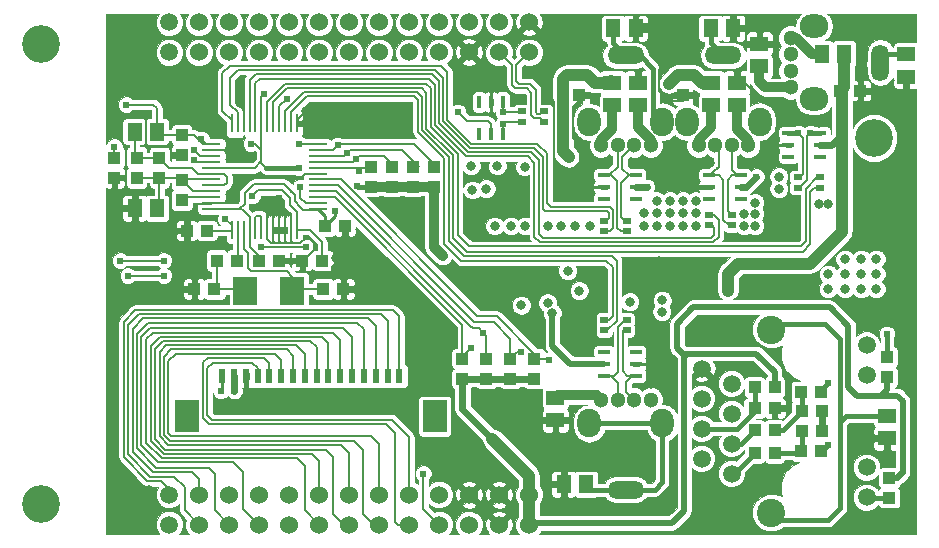
<source format=gbl>
G04 (created by PCBNEW (2013-07-07 BZR 4022)-stable) date 2014/5/16 16:00:16*
%MOIN*%
G04 Gerber Fmt 3.4, Leading zero omitted, Abs format*
%FSLAX34Y34*%
G01*
G70*
G90*
G04 APERTURE LIST*
%ADD10C,0.00590551*%
%ADD11R,0.00984252X0.0649606*%
%ADD12R,0.0649606X0.00984252*%
%ADD13R,0.0511X0.059*%
%ADD14R,0.059X0.0511*%
%ADD15R,0.0393X0.0433*%
%ADD16C,0.06*%
%ADD17C,0.0593*%
%ADD18C,0.0511811*%
%ADD19O,0.0944882X0.0787402*%
%ADD20O,0.0590551X0.122047*%
%ADD21O,0.0787402X0.0944882*%
%ADD22O,0.122047X0.0590551*%
%ADD23R,0.023622X0.0511811*%
%ADD24R,0.0787402X0.106299*%
%ADD25R,0.0433X0.0393*%
%ADD26R,0.0787402X0.0944882*%
%ADD27C,0.0944*%
%ADD28C,0.126*%
%ADD29R,0.0393701X0.015748*%
%ADD30R,0.015748X0.0393701*%
%ADD31R,0.0255906X0.019685*%
%ADD32C,0.024*%
%ADD33C,0.032*%
%ADD34C,0.0240157*%
%ADD35C,0.02*%
%ADD36C,0.008*%
%ADD37C,0.032*%
%ADD38C,0.024*%
%ADD39C,0.016*%
%ADD40C,0.01*%
%ADD41C,0.006*%
%ADD42C,0.04*%
%ADD43C,0.001*%
G04 APERTURE END LIST*
G54D10*
G54D11*
X73282Y-27071D03*
X73085Y-27071D03*
X72888Y-27071D03*
X72692Y-27071D03*
X72495Y-27071D03*
X72298Y-27071D03*
X72101Y-27071D03*
X71904Y-27071D03*
X71707Y-27071D03*
X71511Y-27071D03*
X71314Y-27071D03*
X71117Y-27071D03*
G54D12*
X70428Y-26382D03*
X70428Y-26185D03*
X70428Y-25988D03*
X70428Y-25792D03*
X70428Y-25595D03*
X70428Y-25398D03*
X70428Y-25201D03*
X70428Y-25004D03*
X70428Y-24807D03*
X70428Y-24611D03*
X70428Y-24414D03*
X70428Y-24217D03*
G54D11*
X71117Y-23528D03*
X71314Y-23528D03*
X71511Y-23528D03*
X71707Y-23528D03*
X71904Y-23528D03*
X72101Y-23528D03*
X72298Y-23528D03*
X72495Y-23528D03*
X72692Y-23528D03*
X72888Y-23528D03*
X73085Y-23528D03*
X73282Y-23528D03*
G54D12*
X73971Y-24217D03*
X73971Y-24414D03*
X73971Y-24611D03*
X73971Y-24807D03*
X73971Y-25004D03*
X73971Y-25201D03*
X73971Y-25398D03*
X73971Y-25595D03*
X73971Y-25792D03*
X73971Y-25988D03*
X73971Y-26185D03*
X73971Y-26382D03*
G54D13*
X67876Y-26350D03*
X68624Y-26350D03*
G54D14*
X87100Y-22176D03*
X87100Y-22924D03*
X84650Y-22176D03*
X84650Y-22924D03*
X87950Y-22176D03*
X87950Y-22924D03*
X83800Y-22176D03*
X83800Y-22924D03*
X81900Y-33424D03*
X81900Y-32676D03*
G54D13*
X91524Y-21200D03*
X90776Y-21200D03*
X68624Y-23800D03*
X67876Y-23800D03*
G54D14*
X88700Y-20876D03*
X88700Y-21624D03*
X93600Y-21226D03*
X93600Y-21974D03*
G54D13*
X82924Y-35550D03*
X82176Y-35550D03*
X87076Y-20350D03*
X87824Y-20350D03*
G54D15*
X88541Y-32325D03*
X89209Y-32325D03*
G54D16*
X81023Y-35905D03*
X81023Y-36905D03*
X80023Y-35905D03*
X80023Y-36905D03*
X79023Y-35905D03*
X79023Y-36905D03*
X78023Y-35905D03*
X78023Y-36905D03*
X77023Y-35905D03*
X77023Y-36905D03*
X76023Y-35905D03*
X76023Y-36905D03*
X75023Y-35905D03*
X75023Y-36905D03*
X74023Y-35905D03*
X74023Y-36905D03*
X73023Y-35905D03*
X73023Y-36905D03*
X72023Y-35905D03*
X72023Y-36905D03*
X71023Y-35905D03*
X71023Y-36905D03*
X70023Y-35905D03*
X70023Y-36905D03*
G54D17*
X69023Y-35905D03*
X69023Y-36905D03*
G54D16*
X81023Y-20157D03*
X81023Y-21157D03*
X80023Y-20157D03*
X80023Y-21157D03*
X79023Y-20157D03*
X79023Y-21157D03*
X78023Y-20157D03*
X78023Y-21157D03*
X77023Y-20157D03*
X77023Y-21157D03*
X76023Y-20157D03*
X76023Y-21157D03*
X75023Y-20157D03*
X75023Y-21157D03*
X74023Y-20157D03*
X74023Y-21157D03*
X73023Y-20157D03*
X73023Y-21157D03*
X72023Y-20157D03*
X72023Y-21157D03*
X71023Y-20157D03*
X71023Y-21157D03*
X70023Y-20157D03*
X70023Y-21157D03*
G54D17*
X69023Y-20157D03*
X69023Y-21157D03*
G54D18*
X89742Y-21224D03*
X89742Y-20673D03*
X89742Y-21775D03*
X89742Y-22326D03*
G54D19*
X90529Y-20287D03*
X90529Y-22712D03*
G54D20*
X92734Y-21500D03*
G54D18*
X84525Y-32742D03*
X85076Y-32742D03*
X83974Y-32742D03*
X83423Y-32742D03*
G54D21*
X85462Y-33529D03*
X83037Y-33529D03*
G54D22*
X84250Y-35734D03*
G54D23*
X70794Y-31950D03*
G54D24*
X69612Y-33288D03*
X77880Y-33288D03*
G54D23*
X71187Y-31950D03*
X71581Y-31950D03*
X71975Y-31950D03*
X72368Y-31950D03*
X72762Y-31950D03*
X73156Y-31950D03*
X73550Y-31950D03*
X73943Y-31950D03*
X74337Y-31950D03*
X74731Y-31950D03*
X75124Y-31950D03*
X75518Y-31950D03*
X75912Y-31950D03*
X76305Y-31950D03*
X76699Y-31950D03*
G54D25*
X69450Y-25416D03*
X69450Y-26084D03*
X77150Y-24966D03*
X77150Y-25634D03*
X77850Y-24966D03*
X77850Y-25634D03*
X76450Y-24966D03*
X76450Y-25634D03*
X80400Y-31366D03*
X80400Y-32034D03*
X78800Y-31366D03*
X78800Y-32034D03*
X81200Y-31366D03*
X81200Y-32034D03*
X75750Y-24966D03*
X75750Y-25634D03*
X93025Y-36009D03*
X93025Y-35341D03*
G54D15*
X71284Y-28100D03*
X70616Y-28100D03*
G54D25*
X79600Y-31366D03*
X79600Y-32034D03*
G54D26*
X71562Y-29100D03*
X73137Y-29100D03*
G54D25*
X88541Y-33025D03*
X89209Y-33025D03*
G54D15*
X69450Y-23916D03*
X69450Y-24584D03*
G54D25*
X70284Y-27100D03*
X69616Y-27100D03*
X70534Y-29050D03*
X69866Y-29050D03*
X74166Y-29050D03*
X74834Y-29050D03*
G54D15*
X67200Y-24666D03*
X67200Y-25334D03*
X67950Y-24666D03*
X67950Y-25334D03*
X68700Y-24666D03*
X68700Y-25334D03*
G54D25*
X73466Y-28100D03*
X74134Y-28100D03*
X74216Y-26950D03*
X74884Y-26950D03*
X72016Y-28100D03*
X72684Y-28100D03*
X91398Y-22440D03*
X92066Y-22440D03*
G54D15*
X82700Y-21916D03*
X82700Y-22584D03*
X86150Y-21916D03*
X86150Y-22584D03*
X88541Y-34500D03*
X89209Y-34500D03*
X90091Y-34450D03*
X90759Y-34450D03*
X88541Y-33750D03*
X89209Y-33750D03*
X90091Y-32475D03*
X90759Y-32475D03*
G54D25*
X90116Y-33775D03*
X90784Y-33775D03*
X90116Y-33125D03*
X90784Y-33125D03*
G54D14*
X92950Y-33276D03*
X92950Y-34024D03*
G54D17*
X92274Y-34985D03*
X92274Y-35985D03*
X92274Y-31915D03*
X92274Y-30915D03*
X86781Y-33700D03*
X87781Y-33200D03*
X87781Y-32200D03*
X86781Y-31700D03*
X86781Y-32700D03*
G54D27*
X89094Y-30399D03*
X89094Y-36501D03*
G54D17*
X87781Y-35200D03*
X86781Y-34700D03*
X87781Y-34200D03*
G54D28*
X64763Y-36220D03*
X64763Y-20866D03*
X92519Y-24015D03*
G54D29*
X87016Y-25650D03*
X87016Y-25256D03*
X88079Y-25256D03*
X88079Y-25650D03*
X88079Y-26043D03*
X87016Y-26043D03*
X84583Y-31550D03*
X84583Y-31943D03*
X83520Y-31943D03*
X83520Y-31550D03*
X83520Y-31156D03*
X84583Y-31156D03*
X83516Y-25650D03*
X83516Y-25256D03*
X84579Y-25256D03*
X84579Y-25650D03*
X84579Y-26043D03*
X83516Y-26043D03*
G54D30*
X79750Y-22816D03*
X80143Y-22816D03*
X80143Y-23879D03*
X79750Y-23879D03*
X79356Y-23879D03*
X79356Y-22816D03*
G54D29*
X89666Y-24250D03*
X89666Y-23856D03*
X90729Y-23856D03*
X90729Y-24250D03*
X90729Y-24643D03*
X89666Y-24643D03*
G54D25*
X92950Y-31984D03*
X92950Y-31316D03*
G54D13*
X83826Y-20350D03*
X84574Y-20350D03*
G54D18*
X87224Y-24257D03*
X86673Y-24257D03*
X87775Y-24257D03*
X88326Y-24257D03*
G54D21*
X86287Y-23470D03*
X88712Y-23470D03*
G54D22*
X87500Y-21265D03*
G54D18*
X83974Y-24257D03*
X83423Y-24257D03*
X84525Y-24257D03*
X85076Y-24257D03*
G54D21*
X83037Y-23470D03*
X85462Y-23470D03*
G54D22*
X84250Y-21265D03*
G54D31*
X81524Y-23477D03*
X81524Y-23122D03*
X80775Y-23122D03*
X80775Y-23477D03*
X87025Y-26572D03*
X87025Y-26927D03*
X87774Y-26927D03*
X87774Y-26572D03*
X83525Y-26772D03*
X83525Y-27127D03*
X84274Y-27127D03*
X84274Y-26772D03*
X83525Y-30072D03*
X83525Y-30427D03*
X84274Y-30427D03*
X84274Y-30072D03*
X90724Y-25677D03*
X90724Y-25322D03*
X89975Y-25322D03*
X89975Y-25677D03*
G54D32*
X73350Y-25000D03*
X74550Y-26450D03*
G54D33*
X78150Y-27950D03*
G54D32*
X71200Y-32450D03*
X71750Y-24200D03*
X75300Y-25600D03*
X72200Y-22550D03*
G54D33*
X79800Y-34050D03*
X79875Y-26950D03*
X80425Y-26950D03*
X80900Y-26950D03*
X81650Y-26950D03*
X82075Y-26950D03*
X82550Y-26950D03*
X83050Y-26950D03*
X79600Y-25700D03*
X85275Y-26100D03*
X85725Y-26100D03*
X86150Y-26100D03*
X86575Y-26100D03*
X86575Y-26500D03*
X86150Y-26500D03*
X85725Y-26500D03*
X85275Y-26500D03*
X84850Y-26500D03*
X84850Y-26950D03*
X85275Y-26950D03*
X85725Y-26950D03*
X86150Y-26950D03*
X86575Y-26950D03*
X88550Y-26175D03*
X88200Y-26550D03*
X88550Y-26550D03*
X88200Y-26950D03*
X88550Y-26950D03*
X91000Y-26200D03*
X90675Y-26200D03*
X89350Y-25300D03*
X89350Y-25700D03*
X79100Y-24950D03*
X79134Y-25750D03*
X82310Y-28444D03*
X82700Y-29100D03*
G54D32*
X78650Y-23150D03*
X70750Y-32450D03*
X68850Y-28600D03*
X67650Y-28600D03*
G54D34*
X91000Y-32175D03*
G54D32*
X67400Y-28100D03*
X68850Y-28100D03*
X77500Y-35200D03*
X91000Y-34250D03*
G54D33*
X85460Y-29430D03*
X85450Y-29800D03*
X84380Y-29480D03*
X87650Y-29100D03*
X80770Y-29590D03*
X81640Y-29510D03*
X81800Y-29850D03*
G54D32*
X88600Y-25300D03*
G54D33*
X85700Y-22200D03*
X80880Y-24980D03*
X79970Y-24940D03*
X82350Y-24650D03*
G54D32*
X84950Y-25650D03*
G54D33*
X84420Y-28630D03*
X85370Y-28110D03*
X84430Y-28260D03*
X88280Y-28940D03*
X87120Y-28630D03*
X87110Y-28180D03*
X68350Y-36950D03*
X68350Y-36550D03*
X68350Y-36150D03*
X68350Y-35750D03*
X67900Y-35750D03*
X67900Y-36150D03*
X67900Y-36550D03*
X67900Y-36950D03*
X67450Y-36950D03*
X67450Y-36550D03*
X67450Y-36150D03*
X67450Y-35750D03*
X92100Y-34100D03*
X80350Y-33750D03*
X85100Y-32200D03*
X85100Y-31850D03*
X85100Y-31450D03*
X85100Y-31050D03*
X85100Y-30650D03*
X85500Y-32250D03*
X85500Y-31850D03*
X85500Y-31450D03*
X85500Y-31050D03*
X85500Y-30650D03*
X86400Y-30650D03*
X88000Y-30650D03*
X87600Y-30650D03*
X87200Y-30650D03*
X86800Y-30650D03*
X67450Y-22300D03*
X67850Y-20300D03*
X67450Y-20300D03*
X67450Y-20700D03*
X67450Y-21100D03*
X67450Y-21500D03*
X67450Y-21900D03*
G54D32*
X69150Y-27100D03*
X71800Y-26300D03*
X71250Y-26100D03*
G54D33*
X92600Y-23050D03*
X90700Y-23500D03*
G54D32*
X85250Y-20350D03*
G54D33*
X71400Y-22850D03*
X73600Y-23100D03*
X82700Y-30400D03*
X81600Y-28850D03*
X82350Y-30400D03*
X83050Y-30400D03*
X92250Y-29725D03*
X88200Y-24850D03*
X87050Y-24850D03*
X80450Y-26100D03*
X77300Y-26250D03*
G54D32*
X71750Y-25300D03*
X72700Y-26000D03*
G54D33*
X84950Y-28250D03*
X82450Y-25600D03*
X92300Y-25200D03*
X92650Y-25200D03*
X92650Y-25550D03*
X92300Y-25550D03*
X92300Y-25900D03*
X92650Y-25900D03*
X92650Y-26250D03*
X92300Y-26250D03*
X90200Y-28950D03*
X81550Y-35300D03*
X80700Y-34100D03*
X67450Y-35350D03*
X77600Y-32050D03*
X74600Y-28000D03*
X74950Y-28350D03*
X74600Y-28350D03*
G54D34*
X93600Y-22550D03*
G54D32*
X89650Y-33025D03*
X90784Y-33425D03*
G54D33*
X92100Y-33700D03*
G54D34*
X90000Y-23850D03*
X90400Y-23850D03*
G54D32*
X71800Y-25950D03*
X67600Y-22900D03*
X67200Y-24300D03*
X70100Y-24050D03*
X70900Y-26700D03*
X72950Y-22700D03*
X92950Y-30550D03*
X80750Y-31150D03*
G54D33*
X91000Y-28550D03*
X91000Y-29050D03*
X91550Y-29050D03*
X91550Y-28550D03*
X91550Y-28050D03*
X92100Y-28050D03*
X92100Y-28550D03*
X92100Y-29050D03*
X92600Y-29050D03*
X92600Y-28550D03*
X92600Y-28050D03*
G54D32*
X79100Y-31000D03*
X81700Y-31400D03*
X79500Y-30500D03*
X74950Y-24500D03*
X75350Y-25100D03*
X74650Y-24250D03*
X75250Y-24700D03*
X73400Y-25650D03*
X73350Y-24200D03*
X80150Y-23150D03*
X69850Y-24750D03*
X80150Y-23550D03*
X69850Y-24400D03*
X73600Y-27650D03*
X72100Y-27650D03*
G54D35*
X89790Y-29650D02*
X91040Y-29650D01*
X91040Y-29650D02*
X91670Y-30280D01*
X91670Y-30280D02*
X91670Y-32310D01*
X91670Y-32310D02*
X91960Y-32600D01*
X86450Y-31200D02*
X86150Y-31200D01*
X86150Y-31200D02*
X85950Y-31000D01*
X85950Y-31000D02*
X85950Y-30200D01*
X89790Y-29650D02*
X88650Y-29650D01*
X85950Y-30200D02*
X86500Y-29650D01*
X86500Y-29650D02*
X88650Y-29650D01*
X91960Y-32600D02*
X92750Y-32600D01*
X81023Y-36905D02*
X81079Y-36850D01*
X81079Y-36850D02*
X85800Y-36850D01*
X85800Y-36850D02*
X86200Y-36450D01*
X86200Y-36450D02*
X86200Y-31300D01*
X86200Y-31300D02*
X86300Y-31200D01*
G54D36*
X73075Y-25775D02*
X73210Y-25910D01*
X73954Y-26400D02*
X73971Y-26382D01*
X73500Y-26400D02*
X73954Y-26400D01*
X73400Y-26300D02*
X73500Y-26400D01*
X73210Y-26110D02*
X73400Y-26300D01*
X73210Y-25910D02*
X73210Y-26110D01*
X71300Y-26382D02*
X71367Y-26382D01*
X72850Y-25550D02*
X73075Y-25775D01*
X73075Y-25775D02*
X73100Y-25800D01*
X71850Y-25550D02*
X72850Y-25550D01*
X71550Y-25850D02*
X71850Y-25550D01*
X71550Y-26200D02*
X71550Y-25850D01*
X71367Y-26382D02*
X71550Y-26200D01*
X70428Y-26382D02*
X71300Y-26382D01*
G54D37*
X78150Y-27950D02*
X77850Y-27650D01*
X77850Y-27650D02*
X77850Y-27500D01*
G54D38*
X80400Y-32034D02*
X81200Y-32034D01*
X79600Y-32034D02*
X80400Y-32034D01*
X78800Y-32034D02*
X79600Y-32034D01*
X78800Y-33050D02*
X78800Y-32034D01*
G54D36*
X72101Y-24600D02*
X72101Y-24851D01*
X72101Y-24851D02*
X72250Y-25000D01*
G54D39*
X73350Y-25000D02*
X72250Y-25000D01*
G54D40*
X74216Y-26950D02*
X74550Y-26616D01*
X74550Y-26616D02*
X74550Y-26450D01*
X73971Y-26382D02*
X74216Y-26627D01*
X74216Y-26627D02*
X74216Y-26950D01*
G54D37*
X77150Y-25634D02*
X77850Y-25634D01*
X75750Y-25634D02*
X76450Y-25634D01*
X77850Y-25634D02*
X77850Y-27500D01*
G54D36*
X70428Y-25004D02*
X71695Y-25004D01*
X71695Y-25004D02*
X71895Y-25004D01*
X72101Y-24700D02*
X72101Y-24798D01*
X72101Y-24600D02*
X72101Y-24700D01*
X71895Y-25004D02*
X72101Y-24798D01*
G54D38*
X71187Y-31950D02*
X71187Y-32437D01*
X71187Y-32437D02*
X71200Y-32450D01*
X81023Y-36905D02*
X81079Y-36850D01*
G54D36*
X71707Y-27071D02*
X71707Y-26657D01*
X71432Y-26382D02*
X70428Y-26382D01*
X71707Y-26657D02*
X71475Y-26425D01*
X71475Y-26425D02*
X71432Y-26382D01*
G54D35*
X92950Y-31984D02*
X92950Y-32400D01*
X92950Y-32400D02*
X92750Y-32600D01*
X93480Y-32780D02*
X93480Y-35160D01*
X93300Y-32600D02*
X93480Y-32780D01*
X92750Y-32600D02*
X93300Y-32600D01*
X93480Y-35160D02*
X93299Y-35341D01*
X93299Y-35341D02*
X93025Y-35341D01*
X86300Y-31200D02*
X86450Y-31200D01*
X86450Y-31200D02*
X88600Y-31200D01*
X88600Y-31200D02*
X89209Y-31809D01*
X89209Y-31809D02*
X89209Y-32325D01*
G54D39*
X93299Y-35341D02*
X93480Y-35160D01*
X93025Y-35341D02*
X93299Y-35341D01*
G54D36*
X72101Y-24400D02*
X71901Y-24200D01*
X71901Y-24200D02*
X71750Y-24200D01*
G54D39*
X75334Y-25634D02*
X75300Y-25600D01*
X75334Y-25634D02*
X75750Y-25634D01*
G54D36*
X72101Y-23528D02*
X72101Y-24400D01*
X72101Y-24400D02*
X72101Y-24600D01*
X71504Y-25004D02*
X71350Y-25004D01*
X71350Y-25004D02*
X70428Y-25004D01*
G54D41*
X72101Y-23528D02*
X72101Y-22648D01*
X72101Y-22648D02*
X72200Y-22550D01*
G54D38*
X78800Y-33050D02*
X79800Y-34050D01*
G54D42*
X81023Y-35273D02*
X81023Y-35905D01*
X79800Y-34050D02*
X81023Y-35273D01*
G54D36*
X71707Y-27071D02*
X71707Y-27641D01*
X71707Y-27641D02*
X72016Y-27950D01*
G54D42*
X81023Y-35905D02*
X81023Y-36905D01*
G54D37*
X76450Y-25634D02*
X77150Y-25634D01*
G54D36*
X78650Y-23150D02*
X78950Y-23450D01*
X78950Y-23450D02*
X79600Y-23450D01*
X79750Y-23879D02*
X79750Y-23550D01*
X79650Y-23450D02*
X79600Y-23450D01*
X79600Y-23450D02*
X78950Y-23450D01*
X79750Y-23550D02*
X79650Y-23450D01*
G54D40*
X70794Y-31950D02*
X70794Y-32405D01*
X70794Y-32405D02*
X70750Y-32450D01*
G54D41*
X73800Y-30640D02*
X74115Y-30640D01*
X74337Y-30862D02*
X74337Y-31950D01*
X74115Y-30640D02*
X74337Y-30862D01*
X70400Y-34540D02*
X73790Y-34540D01*
X73790Y-34540D02*
X74023Y-34773D01*
X68409Y-31900D02*
X68409Y-30940D01*
X68709Y-30640D02*
X69619Y-30640D01*
X68409Y-30940D02*
X68709Y-30640D01*
X74023Y-35905D02*
X74023Y-34773D01*
X68409Y-34109D02*
X68409Y-31900D01*
X68840Y-34540D02*
X68409Y-34109D01*
X70400Y-34540D02*
X68840Y-34540D01*
X73800Y-30640D02*
X69619Y-30640D01*
X73950Y-30500D02*
X74475Y-30500D01*
X74731Y-30756D02*
X74731Y-31950D01*
X74475Y-30500D02*
X74731Y-30756D01*
X69550Y-30500D02*
X68500Y-30500D01*
X68269Y-30730D02*
X68269Y-31850D01*
X68500Y-30500D02*
X68269Y-30730D01*
X73950Y-30500D02*
X69550Y-30500D01*
X73550Y-36431D02*
X74023Y-36905D01*
X73550Y-34950D02*
X73550Y-36431D01*
X73280Y-34680D02*
X73550Y-34950D01*
X70559Y-34680D02*
X73280Y-34680D01*
X68780Y-34680D02*
X70559Y-34680D01*
X68269Y-34169D02*
X68780Y-34680D01*
X68269Y-31850D02*
X68269Y-34169D01*
X73975Y-30170D02*
X75295Y-30170D01*
X75518Y-30393D02*
X75518Y-31950D01*
X75295Y-30170D02*
X75518Y-30393D01*
X70550Y-35925D02*
X70550Y-35200D01*
X70350Y-35000D02*
X69275Y-35000D01*
X70550Y-35200D02*
X70350Y-35000D01*
X67959Y-30700D02*
X67959Y-30540D01*
X67959Y-31650D02*
X67959Y-34359D01*
X67959Y-34359D02*
X68600Y-35000D01*
X68600Y-35000D02*
X69200Y-35000D01*
X69200Y-35000D02*
X69275Y-35000D01*
X67959Y-30700D02*
X67959Y-31650D01*
X69850Y-30170D02*
X69400Y-30170D01*
X69400Y-30170D02*
X68329Y-30170D01*
X67959Y-30540D02*
X68329Y-30170D01*
X70550Y-36431D02*
X71023Y-36905D01*
X70550Y-35925D02*
X70550Y-36431D01*
X73975Y-30170D02*
X69850Y-30170D01*
X69850Y-30170D02*
X69829Y-30170D01*
X75375Y-30030D02*
X75655Y-30030D01*
X75912Y-30287D02*
X75912Y-30512D01*
X75655Y-30030D02*
X75912Y-30287D01*
X73925Y-30030D02*
X75375Y-30030D01*
X75912Y-30512D02*
X75912Y-31950D01*
X69250Y-35150D02*
X69775Y-35150D01*
X70023Y-35398D02*
X70023Y-35905D01*
X69775Y-35150D02*
X70023Y-35398D01*
X67819Y-31600D02*
X67819Y-30380D01*
X68169Y-30030D02*
X69350Y-30030D01*
X67819Y-30380D02*
X68169Y-30030D01*
X69350Y-30030D02*
X70150Y-30030D01*
X67819Y-34469D02*
X67819Y-31600D01*
X68500Y-35150D02*
X67819Y-34469D01*
X69250Y-35150D02*
X68500Y-35150D01*
X73925Y-30030D02*
X70150Y-30030D01*
X70150Y-30030D02*
X70100Y-30030D01*
X75750Y-29890D02*
X76090Y-29890D01*
X76090Y-29890D02*
X76305Y-30105D01*
X74250Y-29890D02*
X75750Y-29890D01*
X76305Y-30105D02*
X76305Y-31950D01*
X69264Y-29890D02*
X68009Y-29890D01*
X67650Y-30250D02*
X67650Y-31504D01*
X68009Y-29890D02*
X67650Y-30250D01*
X69950Y-29890D02*
X69264Y-29890D01*
X69550Y-36431D02*
X70023Y-36905D01*
X67650Y-31504D02*
X67650Y-34550D01*
X67650Y-34550D02*
X68400Y-35300D01*
X68400Y-35300D02*
X69200Y-35300D01*
X69200Y-35300D02*
X69550Y-35650D01*
X69550Y-35650D02*
X69550Y-36431D01*
X74250Y-29890D02*
X69950Y-29890D01*
X69950Y-29890D02*
X69909Y-29890D01*
X76699Y-31950D02*
X76699Y-29949D01*
X76500Y-29750D02*
X74250Y-29750D01*
X76699Y-29949D02*
X76500Y-29750D01*
X67509Y-31550D02*
X67509Y-30140D01*
X67900Y-29750D02*
X69250Y-29750D01*
X67509Y-30140D02*
X67900Y-29750D01*
X69023Y-35905D02*
X69023Y-35723D01*
X69023Y-35723D02*
X68750Y-35450D01*
X74250Y-29750D02*
X70250Y-29750D01*
X69250Y-29750D02*
X70250Y-29750D01*
X67509Y-34659D02*
X67509Y-31550D01*
X68300Y-35450D02*
X67509Y-34659D01*
X68750Y-35450D02*
X68300Y-35450D01*
X68850Y-28600D02*
X67650Y-28600D01*
G54D39*
X91000Y-32175D02*
X90759Y-32416D01*
X90759Y-32416D02*
X90759Y-32475D01*
X87781Y-34200D02*
X88091Y-34200D01*
X88091Y-34200D02*
X88541Y-33750D01*
G54D41*
X70200Y-34250D02*
X74750Y-34250D01*
X74750Y-34250D02*
X75023Y-34523D01*
X69750Y-30920D02*
X68929Y-30920D01*
X68709Y-31140D02*
X68709Y-32000D01*
X68929Y-30920D02*
X68709Y-31140D01*
X73550Y-31200D02*
X73270Y-30920D01*
X73270Y-30920D02*
X69750Y-30920D01*
X73550Y-31950D02*
X73550Y-31200D01*
X75023Y-34523D02*
X75023Y-35905D01*
X69000Y-34250D02*
X70200Y-34250D01*
X68709Y-33959D02*
X69000Y-34250D01*
X68709Y-32000D02*
X68709Y-33959D01*
X70250Y-34400D02*
X74250Y-34400D01*
X74250Y-34400D02*
X74500Y-34650D01*
X69619Y-30780D02*
X68819Y-30780D01*
X68550Y-31050D02*
X68550Y-31900D01*
X68819Y-30780D02*
X68550Y-31050D01*
X75023Y-36905D02*
X74855Y-36905D01*
X74500Y-36550D02*
X74500Y-34650D01*
X74855Y-36905D02*
X74500Y-36550D01*
X70250Y-34400D02*
X68900Y-34400D01*
X68900Y-34400D02*
X68550Y-34050D01*
X68550Y-34050D02*
X68550Y-31900D01*
X68550Y-31900D02*
X68550Y-31852D01*
X73943Y-31950D02*
X73943Y-30993D01*
X73730Y-30780D02*
X69619Y-30780D01*
X73943Y-30993D02*
X73730Y-30780D01*
X70150Y-34100D02*
X75200Y-34100D01*
X75200Y-34100D02*
X75500Y-34400D01*
X68850Y-32100D02*
X68850Y-31300D01*
X69089Y-31060D02*
X69850Y-31060D01*
X68850Y-31300D02*
X69089Y-31060D01*
X76023Y-36905D02*
X75855Y-36905D01*
X75855Y-36905D02*
X75500Y-36550D01*
X75500Y-36550D02*
X75500Y-34400D01*
X68850Y-33900D02*
X68850Y-32100D01*
X68850Y-32100D02*
X68850Y-31950D01*
X69050Y-34100D02*
X68850Y-33900D01*
X70150Y-34100D02*
X69050Y-34100D01*
X73156Y-31950D02*
X73156Y-31266D01*
X72950Y-31060D02*
X69850Y-31060D01*
X73156Y-31266D02*
X72950Y-31060D01*
X69850Y-31060D02*
X69739Y-31060D01*
X70300Y-32025D02*
X70300Y-31675D01*
X70300Y-31675D02*
X70475Y-31500D01*
X70300Y-32675D02*
X70300Y-32025D01*
X70650Y-31500D02*
X70475Y-31500D01*
X71975Y-31675D02*
X71800Y-31500D01*
X71800Y-31500D02*
X70650Y-31500D01*
X71975Y-31950D02*
X71975Y-31675D01*
X77023Y-35905D02*
X77023Y-33973D01*
X77023Y-33973D02*
X76450Y-33400D01*
X76450Y-33400D02*
X70450Y-33400D01*
X70450Y-33400D02*
X70300Y-33250D01*
X70300Y-33250D02*
X70300Y-32675D01*
X70525Y-31340D02*
X70309Y-31340D01*
X70159Y-31490D02*
X70159Y-32700D01*
X70309Y-31340D02*
X70159Y-31490D01*
X70525Y-31340D02*
X70550Y-31340D01*
X77023Y-36905D02*
X76655Y-36905D01*
X70159Y-33359D02*
X70159Y-32700D01*
X70350Y-33550D02*
X70159Y-33359D01*
X76250Y-33550D02*
X70350Y-33550D01*
X76550Y-33850D02*
X76250Y-33550D01*
X76550Y-36800D02*
X76550Y-33850D01*
X76655Y-36905D02*
X76550Y-36800D01*
X72368Y-31950D02*
X72368Y-31518D01*
X72190Y-31340D02*
X70550Y-31340D01*
X72368Y-31518D02*
X72190Y-31340D01*
X70550Y-31340D02*
X70359Y-31340D01*
X70050Y-33950D02*
X75750Y-33950D01*
X75750Y-33950D02*
X76023Y-34223D01*
X69950Y-31200D02*
X69249Y-31200D01*
X69000Y-31450D02*
X69000Y-32100D01*
X69249Y-31200D02*
X69000Y-31450D01*
X72762Y-31412D02*
X72550Y-31200D01*
X72550Y-31200D02*
X69950Y-31200D01*
X72762Y-31950D02*
X72762Y-31412D01*
X76023Y-34223D02*
X76023Y-35905D01*
X69100Y-33950D02*
X70050Y-33950D01*
X69000Y-33850D02*
X69100Y-33950D01*
X69000Y-32100D02*
X69000Y-33850D01*
X78023Y-36905D02*
X77500Y-36381D01*
X68850Y-28100D02*
X67400Y-28100D01*
X77500Y-36381D02*
X77500Y-35200D01*
G54D39*
X90759Y-34450D02*
X90800Y-34450D01*
X90800Y-34450D02*
X91000Y-34250D01*
X87781Y-35200D02*
X87841Y-35200D01*
X87841Y-35200D02*
X88541Y-34500D01*
G54D41*
X74000Y-30350D02*
X74825Y-30350D01*
X75124Y-30649D02*
X75124Y-31950D01*
X74825Y-30350D02*
X75124Y-30649D01*
X69450Y-30350D02*
X68400Y-30350D01*
X68100Y-30650D02*
X68100Y-31650D01*
X68400Y-30350D02*
X68100Y-30650D01*
X69950Y-30350D02*
X69450Y-30350D01*
X71500Y-36381D02*
X72023Y-36905D01*
X68100Y-31650D02*
X68100Y-34250D01*
X68100Y-34250D02*
X68670Y-34820D01*
X68670Y-34820D02*
X71170Y-34820D01*
X71170Y-34820D02*
X71500Y-35150D01*
X71500Y-35150D02*
X71500Y-36381D01*
X74000Y-30350D02*
X69950Y-30350D01*
X69950Y-30350D02*
X69900Y-30350D01*
X80450Y-22000D02*
X80450Y-21583D01*
X80550Y-22350D02*
X80450Y-22250D01*
X80450Y-22250D02*
X80450Y-22000D01*
X80750Y-22350D02*
X80550Y-22350D01*
X80450Y-21583D02*
X80023Y-21157D01*
X80950Y-22350D02*
X80750Y-22350D01*
X81100Y-22500D02*
X80950Y-22350D01*
X81524Y-23477D02*
X81524Y-23474D01*
X81200Y-23350D02*
X81100Y-23250D01*
X81400Y-23350D02*
X81200Y-23350D01*
X81524Y-23474D02*
X81400Y-23350D01*
X81100Y-23250D02*
X81100Y-22950D01*
X81100Y-22950D02*
X81100Y-22500D01*
X80023Y-21157D02*
X80350Y-21483D01*
X80600Y-22100D02*
X80600Y-21950D01*
X81050Y-22200D02*
X80700Y-22200D01*
X80700Y-22200D02*
X80600Y-22100D01*
X81250Y-22800D02*
X81250Y-22400D01*
X81250Y-22850D02*
X81250Y-22800D01*
X81477Y-23122D02*
X81400Y-23200D01*
X81400Y-23200D02*
X81290Y-23200D01*
X81290Y-23200D02*
X81250Y-23159D01*
X81250Y-23159D02*
X81250Y-22850D01*
X81524Y-23122D02*
X81477Y-23122D01*
X81250Y-22400D02*
X81100Y-22250D01*
X81100Y-22250D02*
X81050Y-22200D01*
X80600Y-21581D02*
X81023Y-21157D01*
X80600Y-21950D02*
X80600Y-21581D01*
X81023Y-21157D02*
X80700Y-21481D01*
G54D42*
X87650Y-29100D02*
X87650Y-28550D01*
X91524Y-21200D02*
X91524Y-22315D01*
X91524Y-22315D02*
X91398Y-22440D01*
X91450Y-24015D02*
X91450Y-22492D01*
X91450Y-22492D02*
X91398Y-22440D01*
X87650Y-28550D02*
X88000Y-28200D01*
X88000Y-28200D02*
X90400Y-28200D01*
X90400Y-28200D02*
X91450Y-27150D01*
X91450Y-27150D02*
X91450Y-24015D01*
X91450Y-24015D02*
X91450Y-23900D01*
G54D38*
X90729Y-24250D02*
X91100Y-24250D01*
X91100Y-24250D02*
X91450Y-23900D01*
G54D35*
X82200Y-31350D02*
X81800Y-30950D01*
X82400Y-31550D02*
X82200Y-31350D01*
X83520Y-31550D02*
X82400Y-31550D01*
X81800Y-30950D02*
X81800Y-29850D01*
G54D42*
X87100Y-22176D02*
X86776Y-22176D01*
X86776Y-22176D02*
X86516Y-21916D01*
X86516Y-21916D02*
X86150Y-21916D01*
X86150Y-21916D02*
X85984Y-21916D01*
X85984Y-21916D02*
X85700Y-22200D01*
G54D38*
X88250Y-25650D02*
X88079Y-25650D01*
X88600Y-25300D02*
X88250Y-25650D01*
G54D42*
X83800Y-22176D02*
X83226Y-22176D01*
X83226Y-22176D02*
X82966Y-21916D01*
X82150Y-22350D02*
X82150Y-22050D01*
X82150Y-22050D02*
X82284Y-21916D01*
X82284Y-21916D02*
X82700Y-21916D01*
X82966Y-21916D02*
X82700Y-21916D01*
X82350Y-24650D02*
X82150Y-24450D01*
X82150Y-24450D02*
X82150Y-22350D01*
X83740Y-22116D02*
X83800Y-22176D01*
G54D38*
X84950Y-25650D02*
X84579Y-25650D01*
G54D41*
X67450Y-20300D02*
X67850Y-20300D01*
X67450Y-21100D02*
X67450Y-20700D01*
X67450Y-21900D02*
X67450Y-21500D01*
X68200Y-23250D02*
X67450Y-23250D01*
X67450Y-23250D02*
X67200Y-23000D01*
X67200Y-23000D02*
X67200Y-22150D01*
X67200Y-22150D02*
X67450Y-21900D01*
G54D36*
X71164Y-26185D02*
X71250Y-26100D01*
X71050Y-26185D02*
X71164Y-26185D01*
X87950Y-22176D02*
X88226Y-22176D01*
X90650Y-23450D02*
X90700Y-23500D01*
X89850Y-23450D02*
X90650Y-23450D01*
X89150Y-22750D02*
X89850Y-23450D01*
X88800Y-22750D02*
X89150Y-22750D01*
X88226Y-22176D02*
X88800Y-22750D01*
G54D37*
X84574Y-20350D02*
X85250Y-20350D01*
G54D36*
X70428Y-26185D02*
X71050Y-26185D01*
X71050Y-26185D02*
X71064Y-26185D01*
G54D41*
X71511Y-23528D02*
X71511Y-22961D01*
X71511Y-22961D02*
X71400Y-22850D01*
G54D36*
X73282Y-23528D02*
X73282Y-23417D01*
X73282Y-23417D02*
X73600Y-23100D01*
G54D37*
X83050Y-30400D02*
X82700Y-30400D01*
X81600Y-28850D02*
X81650Y-28850D01*
X82350Y-29550D02*
X82350Y-30400D01*
X81650Y-28850D02*
X82350Y-29550D01*
X82700Y-30400D02*
X82350Y-30400D01*
G54D39*
X87016Y-25650D02*
X86450Y-25650D01*
X86450Y-24850D02*
X87050Y-24850D01*
X86300Y-25000D02*
X86450Y-24850D01*
X86300Y-25500D02*
X86300Y-25000D01*
X86450Y-25650D02*
X86300Y-25500D01*
G54D36*
X73971Y-25201D02*
X73548Y-25201D01*
X73548Y-25201D02*
X73400Y-25350D01*
X73400Y-25350D02*
X72950Y-25350D01*
X73085Y-27071D02*
X73085Y-26535D01*
X73085Y-26535D02*
X73050Y-26500D01*
X72888Y-27071D02*
X72888Y-26461D01*
X72888Y-26461D02*
X72900Y-26450D01*
X72692Y-27071D02*
X72692Y-26542D01*
X72692Y-26542D02*
X72650Y-26500D01*
X72495Y-27071D02*
X72495Y-26495D01*
X72495Y-26495D02*
X72450Y-26450D01*
X72298Y-27071D02*
X72298Y-26398D01*
X72298Y-26398D02*
X72200Y-26300D01*
X73971Y-25201D02*
X73598Y-25201D01*
G54D41*
X72495Y-27071D02*
X72500Y-27076D01*
X72500Y-27076D02*
X72500Y-27450D01*
X72500Y-27450D02*
X72559Y-27509D01*
X72692Y-27071D02*
X72692Y-27392D01*
X72692Y-27392D02*
X72692Y-27442D01*
X72692Y-27442D02*
X72759Y-27509D01*
X72888Y-27071D02*
X72888Y-27438D01*
X72888Y-27438D02*
X72959Y-27509D01*
X73085Y-27071D02*
X73085Y-27435D01*
X73085Y-27435D02*
X73159Y-27509D01*
X73466Y-28100D02*
X73500Y-28100D01*
X73500Y-28100D02*
X73850Y-27750D01*
X73850Y-27750D02*
X73850Y-27500D01*
X73850Y-27500D02*
X73650Y-27300D01*
X73650Y-27300D02*
X73609Y-27300D01*
X73609Y-27300D02*
X73400Y-27509D01*
X73400Y-27509D02*
X73159Y-27509D01*
X73159Y-27509D02*
X72959Y-27509D01*
X72959Y-27509D02*
X72759Y-27509D01*
X72759Y-27509D02*
X72559Y-27509D01*
X72559Y-27509D02*
X72409Y-27509D01*
X72409Y-27509D02*
X72298Y-27398D01*
X72298Y-27398D02*
X72298Y-27071D01*
X86150Y-22784D02*
X85684Y-22784D01*
X85684Y-22784D02*
X85350Y-22450D01*
X85350Y-22450D02*
X85350Y-21750D01*
X85350Y-21750D02*
X85600Y-21500D01*
X82000Y-25050D02*
X82100Y-25150D01*
X82100Y-25150D02*
X82650Y-25150D01*
X82650Y-25150D02*
X82750Y-25050D01*
X82750Y-25050D02*
X82750Y-24250D01*
X82750Y-24250D02*
X82600Y-24100D01*
X81839Y-23700D02*
X81839Y-24889D01*
X81839Y-24889D02*
X82000Y-25050D01*
X81700Y-22650D02*
X81839Y-22789D01*
X81839Y-22789D02*
X81839Y-23700D01*
X81839Y-23700D02*
X81839Y-24050D01*
X82700Y-22784D02*
X82500Y-22984D01*
X82500Y-22984D02*
X82500Y-24000D01*
X82500Y-24000D02*
X82600Y-24100D01*
X69450Y-24584D02*
X69134Y-24584D01*
X68250Y-23300D02*
X68200Y-23250D01*
X68250Y-24250D02*
X68250Y-23300D01*
X68300Y-24300D02*
X68250Y-24250D01*
X69050Y-24300D02*
X68300Y-24300D01*
X69100Y-24350D02*
X69050Y-24300D01*
X69100Y-24550D02*
X69100Y-24350D01*
X69134Y-24584D02*
X69100Y-24550D01*
G54D36*
X70428Y-24414D02*
X71035Y-24414D01*
X71035Y-24414D02*
X71100Y-24350D01*
X70428Y-26185D02*
X70414Y-26200D01*
X70414Y-26200D02*
X69900Y-26200D01*
G54D37*
X74600Y-28350D02*
X74950Y-28350D01*
G54D38*
X93600Y-21974D02*
X93600Y-22550D01*
G54D39*
X89209Y-33025D02*
X89650Y-33025D01*
X90784Y-33775D02*
X90784Y-33425D01*
X90784Y-33425D02*
X90784Y-33125D01*
G54D41*
X89975Y-25322D02*
X90027Y-25322D01*
X90027Y-25322D02*
X90150Y-25200D01*
X90000Y-23850D02*
X90150Y-24000D01*
X90150Y-24000D02*
X90150Y-25200D01*
G54D39*
X89673Y-23850D02*
X89666Y-23856D01*
X90000Y-23850D02*
X89673Y-23850D01*
G54D41*
X89975Y-25677D02*
X90022Y-25677D01*
X90022Y-25677D02*
X90290Y-25409D01*
X90400Y-23850D02*
X90290Y-23959D01*
X90290Y-23959D02*
X90290Y-25409D01*
G54D39*
X90723Y-23850D02*
X90400Y-23850D01*
X90729Y-23856D02*
X90723Y-23850D01*
G54D41*
X78525Y-24425D02*
X78650Y-24550D01*
X79030Y-27630D02*
X90079Y-27630D01*
X78650Y-27250D02*
X79030Y-27630D01*
X78650Y-24550D02*
X78650Y-27250D01*
X90079Y-27630D02*
X90200Y-27509D01*
X90200Y-27509D02*
X90200Y-27500D01*
X90200Y-27500D02*
X90200Y-27509D01*
X90079Y-27630D02*
X90200Y-27509D01*
X90200Y-27509D02*
X90250Y-27459D01*
X77739Y-23450D02*
X77739Y-23639D01*
X77739Y-23639D02*
X78525Y-24425D01*
X72900Y-22200D02*
X72959Y-22200D01*
X72298Y-22801D02*
X72900Y-22200D01*
X77739Y-23450D02*
X77739Y-23400D01*
X77739Y-22350D02*
X77739Y-23400D01*
X77589Y-22200D02*
X77739Y-22350D01*
X72959Y-22200D02*
X77589Y-22200D01*
X72298Y-23528D02*
X72298Y-22801D01*
X90627Y-25322D02*
X90250Y-25700D01*
X90250Y-25700D02*
X90250Y-26800D01*
X90627Y-25322D02*
X90724Y-25322D01*
X90250Y-27459D02*
X90250Y-26800D01*
X70428Y-25988D02*
X69545Y-25988D01*
X69545Y-25988D02*
X69450Y-26084D01*
X80700Y-24630D02*
X80980Y-24630D01*
X80980Y-24630D02*
X81200Y-24850D01*
X81200Y-24850D02*
X81200Y-27300D01*
X81200Y-27300D02*
X81390Y-27490D01*
X81390Y-27490D02*
X81550Y-27490D01*
X87340Y-27250D02*
X87340Y-27309D01*
X87172Y-26572D02*
X87340Y-26740D01*
X87340Y-27200D02*
X87340Y-27250D01*
X87340Y-26740D02*
X87340Y-27200D01*
X87025Y-26572D02*
X87172Y-26572D01*
X87340Y-27309D02*
X87159Y-27490D01*
X87159Y-27490D02*
X81550Y-27490D01*
X78523Y-24226D02*
X78528Y-24226D01*
X78528Y-24226D02*
X78932Y-24630D01*
X80700Y-24630D02*
X78932Y-24630D01*
X77879Y-23450D02*
X77879Y-23582D01*
X71904Y-22195D02*
X72050Y-22050D01*
X72050Y-22050D02*
X77679Y-22050D01*
X77679Y-22050D02*
X77879Y-22250D01*
X77879Y-22250D02*
X77879Y-23300D01*
X71904Y-23528D02*
X71904Y-22195D01*
X77879Y-23450D02*
X77879Y-23300D01*
X77879Y-23582D02*
X78523Y-24226D01*
G54D36*
X84583Y-31943D02*
X84456Y-31943D01*
X84250Y-32466D02*
X84525Y-32742D01*
X84250Y-32150D02*
X84250Y-32466D01*
X84456Y-31943D02*
X84250Y-32150D01*
G54D41*
X84583Y-31943D02*
X84293Y-31943D01*
X84162Y-30427D02*
X84274Y-30427D01*
X84140Y-30450D02*
X84162Y-30427D01*
X84140Y-31790D02*
X84140Y-30450D01*
X84293Y-31943D02*
X84140Y-31790D01*
G54D36*
X83520Y-31943D02*
X83743Y-31943D01*
X83974Y-32174D02*
X83974Y-32742D01*
X83743Y-31943D02*
X83974Y-32174D01*
G54D41*
X84274Y-30072D02*
X84227Y-30072D01*
X83856Y-31943D02*
X83520Y-31943D01*
X84000Y-31800D02*
X83856Y-31943D01*
X84000Y-30300D02*
X84000Y-31800D01*
X84227Y-30072D02*
X84000Y-30300D01*
G54D36*
X83593Y-31943D02*
X83520Y-31943D01*
G54D41*
X80750Y-24490D02*
X81090Y-24490D01*
X81090Y-24490D02*
X81350Y-24750D01*
X81350Y-24750D02*
X81350Y-27200D01*
X81350Y-27200D02*
X81500Y-27350D01*
X81500Y-27350D02*
X81700Y-27350D01*
X87100Y-27350D02*
X87200Y-27250D01*
X81700Y-27350D02*
X87100Y-27350D01*
X78850Y-24350D02*
X78990Y-24490D01*
X78990Y-24490D02*
X80750Y-24490D01*
X78019Y-23350D02*
X78019Y-23519D01*
X78019Y-23519D02*
X78850Y-24350D01*
X78019Y-23350D02*
X78019Y-23300D01*
X87025Y-26927D02*
X87127Y-26927D01*
X87200Y-27000D02*
X87200Y-27250D01*
X87127Y-26927D02*
X87200Y-27000D01*
X71707Y-22092D02*
X71909Y-21890D01*
X71707Y-22092D02*
X71707Y-23528D01*
X78019Y-22119D02*
X78019Y-23300D01*
X77790Y-21890D02*
X78019Y-22119D01*
X71909Y-21890D02*
X77790Y-21890D01*
X71314Y-23528D02*
X71314Y-23164D01*
X71600Y-21740D02*
X71600Y-21750D01*
X71309Y-21740D02*
X71600Y-21740D01*
X71050Y-22000D02*
X71309Y-21740D01*
X71050Y-22900D02*
X71050Y-22000D01*
X71314Y-23164D02*
X71050Y-22900D01*
X81700Y-26450D02*
X81550Y-26450D01*
X81550Y-26450D02*
X81490Y-26390D01*
X81490Y-26390D02*
X81490Y-24640D01*
X81490Y-24640D02*
X81200Y-24350D01*
X78875Y-24175D02*
X79050Y-24350D01*
X79050Y-24350D02*
X81200Y-24350D01*
X78159Y-23300D02*
X78159Y-23459D01*
X78159Y-23459D02*
X78875Y-24175D01*
X77600Y-21750D02*
X77900Y-21750D01*
X78159Y-22009D02*
X78159Y-22250D01*
X77900Y-21750D02*
X78159Y-22009D01*
X78159Y-22250D02*
X78159Y-23300D01*
X71600Y-21750D02*
X77600Y-21750D01*
X83525Y-26772D02*
X83577Y-26772D01*
X83577Y-26772D02*
X83679Y-26670D01*
X83679Y-26500D02*
X83679Y-26670D01*
X83629Y-26450D02*
X83679Y-26500D01*
X81700Y-26450D02*
X83629Y-26450D01*
X78275Y-24575D02*
X78350Y-24650D01*
X83800Y-27950D02*
X83950Y-28100D01*
X78850Y-27950D02*
X83800Y-27950D01*
X78350Y-27450D02*
X78850Y-27950D01*
X78350Y-24650D02*
X78350Y-27450D01*
X83950Y-28350D02*
X83950Y-28100D01*
X83950Y-28350D02*
X83950Y-29800D01*
X77459Y-23659D02*
X77459Y-23759D01*
X77459Y-23759D02*
X78275Y-24575D01*
X72888Y-23528D02*
X72888Y-23111D01*
X73519Y-22480D02*
X73629Y-22480D01*
X72888Y-23111D02*
X73519Y-22480D01*
X77459Y-23659D02*
X77459Y-23659D01*
X77459Y-22650D02*
X77459Y-23659D01*
X77289Y-22480D02*
X77459Y-22650D01*
X73629Y-22480D02*
X77289Y-22480D01*
X83525Y-30427D02*
X83622Y-30427D01*
X83622Y-30427D02*
X83950Y-30100D01*
X83950Y-30100D02*
X83950Y-29800D01*
X83950Y-29800D02*
X83950Y-29750D01*
X83809Y-28650D02*
X83809Y-28309D01*
X78200Y-27550D02*
X78200Y-27450D01*
X78750Y-28100D02*
X78200Y-27550D01*
X83600Y-28100D02*
X78750Y-28100D01*
X83809Y-28309D02*
X83600Y-28100D01*
X78200Y-24700D02*
X78200Y-27450D01*
X77319Y-23819D02*
X78150Y-24650D01*
X77319Y-23717D02*
X77319Y-23819D01*
X78200Y-24700D02*
X78150Y-24650D01*
X83525Y-30072D02*
X83677Y-30072D01*
X83809Y-29940D02*
X83809Y-29800D01*
X83677Y-30072D02*
X83809Y-29940D01*
X83809Y-29800D02*
X83809Y-28650D01*
X73085Y-23528D02*
X73085Y-23164D01*
X73085Y-23164D02*
X73629Y-22620D01*
X77319Y-23717D02*
X77319Y-23717D01*
X77319Y-22750D02*
X77319Y-23717D01*
X77189Y-22620D02*
X77319Y-22750D01*
X73629Y-22620D02*
X77189Y-22620D01*
G54D37*
X86673Y-24257D02*
X86673Y-24076D01*
X87100Y-23650D02*
X87100Y-22924D01*
X86673Y-24076D02*
X87100Y-23650D01*
X85076Y-24257D02*
X85076Y-24076D01*
X84650Y-23650D02*
X84650Y-22924D01*
X85076Y-24076D02*
X84650Y-23650D01*
X88326Y-24257D02*
X88326Y-24076D01*
X87950Y-23700D02*
X87950Y-22924D01*
X88326Y-24076D02*
X87950Y-23700D01*
X83423Y-24257D02*
X83423Y-24076D01*
X83800Y-23700D02*
X83800Y-22924D01*
X83423Y-24076D02*
X83800Y-23700D01*
G54D39*
X84250Y-35734D02*
X83108Y-35734D01*
X83108Y-35734D02*
X82924Y-35550D01*
X85462Y-33529D02*
X85462Y-35487D01*
X85215Y-35734D02*
X84250Y-35734D01*
X85462Y-35487D02*
X85215Y-35734D01*
X83037Y-33529D02*
X85462Y-33529D01*
X92484Y-21550D02*
X92808Y-21226D01*
X92808Y-21226D02*
X93600Y-21226D01*
G54D36*
X87825Y-25125D02*
X87775Y-25075D01*
X87775Y-25075D02*
X87775Y-24257D01*
G54D41*
X88079Y-25256D02*
X87783Y-25256D01*
X87640Y-26438D02*
X87774Y-26572D01*
X87640Y-25400D02*
X87640Y-26438D01*
X87783Y-25256D02*
X87640Y-25400D01*
G54D36*
X87956Y-25256D02*
X88129Y-25256D01*
X87825Y-25125D02*
X87956Y-25256D01*
X71562Y-29050D02*
X70534Y-29050D01*
X70616Y-27950D02*
X70616Y-28968D01*
X70616Y-28968D02*
X70534Y-29050D01*
X72700Y-28450D02*
X72950Y-28450D01*
X73137Y-28637D02*
X73137Y-29100D01*
X72950Y-28450D02*
X73137Y-28637D01*
X71511Y-27071D02*
X71511Y-27661D01*
X71750Y-28450D02*
X72700Y-28450D01*
X71650Y-28350D02*
X71750Y-28450D01*
X71650Y-27850D02*
X71650Y-28350D01*
X71511Y-27711D02*
X71650Y-27850D01*
X71511Y-27661D02*
X71511Y-27711D01*
X73137Y-29050D02*
X74166Y-29050D01*
X72750Y-25750D02*
X72800Y-25750D01*
X72800Y-25750D02*
X73050Y-26000D01*
X73050Y-26250D02*
X73282Y-26482D01*
X73050Y-26000D02*
X73050Y-26250D01*
X72000Y-25750D02*
X72450Y-25750D01*
X71800Y-25950D02*
X72000Y-25750D01*
X72450Y-25750D02*
X72750Y-25750D01*
X73282Y-26482D02*
X73282Y-27071D01*
G54D41*
X74134Y-28100D02*
X74134Y-27484D01*
X74134Y-27484D02*
X73721Y-27071D01*
X73721Y-27071D02*
X73282Y-27071D01*
G54D36*
X68624Y-23800D02*
X68624Y-23024D01*
X68500Y-22900D02*
X67600Y-22900D01*
X68624Y-23024D02*
X68500Y-22900D01*
X67200Y-24666D02*
X67200Y-24300D01*
X70428Y-24217D02*
X70267Y-24217D01*
X70267Y-24217D02*
X70100Y-24050D01*
G54D41*
X74134Y-28100D02*
X74134Y-27584D01*
X73421Y-27071D02*
X73282Y-27071D01*
G54D36*
X71117Y-26917D02*
X71117Y-27071D01*
X70900Y-26700D02*
X71117Y-26917D01*
X69450Y-23916D02*
X68740Y-23916D01*
X68740Y-23916D02*
X68624Y-23800D01*
X70428Y-24217D02*
X70167Y-24217D01*
X69866Y-23916D02*
X69450Y-23916D01*
X70167Y-24217D02*
X69866Y-23916D01*
G54D41*
X72692Y-23528D02*
X72692Y-22957D01*
X72692Y-22957D02*
X72950Y-22700D01*
G54D36*
X70284Y-27100D02*
X71088Y-27100D01*
X71088Y-27100D02*
X71117Y-27071D01*
G54D41*
X74134Y-27734D02*
X74134Y-27950D01*
G54D36*
X67950Y-25334D02*
X68700Y-25334D01*
X68700Y-25334D02*
X68700Y-26274D01*
G54D41*
X68700Y-26274D02*
X68624Y-26350D01*
G54D36*
X68700Y-25334D02*
X69368Y-25334D01*
G54D41*
X69368Y-25334D02*
X69450Y-25416D01*
G54D36*
X70428Y-25792D02*
X69826Y-25792D01*
X69826Y-25792D02*
X69450Y-25416D01*
X70428Y-25398D02*
X69467Y-25398D01*
G54D41*
X69467Y-25398D02*
X69450Y-25416D01*
G54D36*
X70428Y-25201D02*
X70001Y-25201D01*
X69034Y-25000D02*
X68700Y-24666D01*
X69800Y-25000D02*
X69034Y-25000D01*
X70001Y-25201D02*
X69800Y-25000D01*
G54D41*
X67876Y-23800D02*
X67876Y-24592D01*
X67876Y-24592D02*
X67950Y-24666D01*
X68700Y-24666D02*
X67950Y-24666D01*
G54D36*
X70800Y-25595D02*
X70854Y-25595D01*
X70950Y-25500D02*
X70950Y-25400D01*
X70854Y-25595D02*
X70950Y-25500D01*
X70428Y-25595D02*
X70800Y-25595D01*
X70851Y-25201D02*
X70428Y-25201D01*
X70950Y-25300D02*
X70851Y-25201D01*
X70950Y-25400D02*
X70950Y-25300D01*
G54D39*
X91700Y-33276D02*
X91594Y-33276D01*
X91594Y-33276D02*
X91390Y-33480D01*
X89094Y-30399D02*
X89293Y-30200D01*
X89293Y-30200D02*
X90890Y-30200D01*
X90890Y-30200D02*
X91390Y-30700D01*
X91390Y-30700D02*
X91390Y-33480D01*
X91390Y-33480D02*
X91390Y-36360D01*
X91390Y-36360D02*
X91000Y-36750D01*
X88901Y-36515D02*
X89135Y-36750D01*
X89135Y-36750D02*
X91000Y-36750D01*
X91674Y-33276D02*
X91700Y-33276D01*
X91700Y-33276D02*
X92950Y-33276D01*
X90116Y-33125D02*
X90116Y-32500D01*
X90116Y-32500D02*
X90091Y-32475D01*
X89209Y-33750D02*
X89491Y-33750D01*
X89491Y-33750D02*
X90116Y-33125D01*
X92950Y-30550D02*
X92950Y-31316D01*
X93025Y-36009D02*
X92090Y-36009D01*
X92090Y-36009D02*
X92081Y-35999D01*
X90116Y-33775D02*
X90116Y-34425D01*
X90116Y-34425D02*
X90091Y-34450D01*
X89209Y-34500D02*
X90041Y-34500D01*
X90041Y-34500D02*
X90091Y-34450D01*
X86781Y-33700D02*
X87950Y-33700D01*
X88541Y-33109D02*
X88541Y-33025D01*
X87950Y-33700D02*
X88541Y-33109D01*
X88541Y-32325D02*
X88541Y-33025D01*
G54D36*
X80750Y-31150D02*
X80616Y-31150D01*
X80616Y-31150D02*
X80400Y-31366D01*
X80400Y-31366D02*
X80400Y-30700D01*
X73971Y-25595D02*
X74645Y-25595D01*
X74645Y-25595D02*
X79025Y-29975D01*
X79025Y-29975D02*
X79200Y-30150D01*
X80400Y-30700D02*
X79850Y-30150D01*
X79850Y-30150D02*
X79200Y-30150D01*
X80400Y-31350D02*
X80400Y-31366D01*
X73971Y-25988D02*
X74538Y-25988D01*
X74538Y-25988D02*
X78800Y-30250D01*
X78800Y-30250D02*
X78800Y-31366D01*
X78800Y-31366D02*
X78800Y-31300D01*
X78800Y-31300D02*
X79100Y-31000D01*
X78800Y-30750D02*
X78800Y-31366D01*
X78800Y-30816D02*
X78800Y-30750D01*
X81200Y-31366D02*
X81200Y-31200D01*
X79950Y-29950D02*
X79350Y-29950D01*
X81200Y-31200D02*
X79950Y-29950D01*
X81200Y-31366D02*
X81666Y-31366D01*
X81666Y-31366D02*
X81700Y-31400D01*
X73971Y-25398D02*
X74748Y-25398D01*
X79300Y-29950D02*
X79350Y-29950D01*
X74748Y-25398D02*
X79300Y-29950D01*
X79500Y-30500D02*
X79350Y-30350D01*
X79350Y-30350D02*
X79150Y-30350D01*
X79600Y-31366D02*
X79600Y-30600D01*
X79600Y-30600D02*
X79500Y-30500D01*
X79600Y-31366D02*
X79600Y-30800D01*
X79150Y-30350D02*
X79070Y-30270D01*
X74592Y-25792D02*
X79070Y-30270D01*
X73971Y-25792D02*
X74592Y-25792D01*
X74950Y-24500D02*
X75050Y-24400D01*
X75050Y-24400D02*
X76784Y-24400D01*
X76784Y-24400D02*
X77350Y-24966D01*
X74550Y-24611D02*
X74838Y-24611D01*
X74838Y-24611D02*
X74950Y-24500D01*
X73971Y-24611D02*
X74550Y-24611D01*
X75716Y-25000D02*
X75450Y-25000D01*
X75450Y-25000D02*
X75350Y-25100D01*
X75716Y-25000D02*
X75750Y-24966D01*
X73971Y-25004D02*
X74521Y-25004D01*
X75711Y-25004D02*
X75750Y-24966D01*
X74521Y-25004D02*
X75711Y-25004D01*
X74650Y-24250D02*
X74700Y-24200D01*
X77200Y-24200D02*
X77966Y-24966D01*
X74700Y-24200D02*
X77200Y-24200D01*
X73971Y-24414D02*
X74485Y-24414D01*
X74485Y-24414D02*
X74650Y-24250D01*
X75250Y-24700D02*
X75350Y-24600D01*
X75350Y-24600D02*
X76100Y-24600D01*
X76100Y-24600D02*
X76184Y-24600D01*
X76184Y-24600D02*
X76550Y-24966D01*
X75142Y-24807D02*
X75250Y-24700D01*
X74550Y-24807D02*
X75142Y-24807D01*
X73971Y-24807D02*
X74550Y-24807D01*
X73971Y-26185D02*
X73585Y-26185D01*
X73585Y-26185D02*
X73400Y-26000D01*
X73400Y-26000D02*
X73400Y-25650D01*
G54D41*
X73971Y-24217D02*
X73367Y-24217D01*
X73367Y-24217D02*
X73350Y-24200D01*
G54D36*
X80143Y-22816D02*
X80150Y-22823D01*
X80150Y-22823D02*
X80150Y-23150D01*
X80748Y-23150D02*
X80775Y-23122D01*
X80150Y-23150D02*
X80748Y-23150D01*
X69907Y-24807D02*
X69850Y-24750D01*
X69907Y-24807D02*
X70428Y-24807D01*
X71314Y-27071D02*
X71314Y-27919D01*
G54D41*
X71314Y-27919D02*
X71284Y-27950D01*
G54D36*
X80150Y-23550D02*
X80143Y-23556D01*
X70061Y-24611D02*
X69850Y-24400D01*
X70061Y-24611D02*
X70428Y-24611D01*
G54D41*
X80775Y-23477D02*
X80222Y-23477D01*
X80222Y-23477D02*
X80143Y-23556D01*
X80143Y-23556D02*
X80143Y-23879D01*
G54D37*
X83273Y-32592D02*
X81983Y-32592D01*
X81983Y-32592D02*
X81900Y-32676D01*
G54D41*
X71117Y-23528D02*
X71117Y-23417D01*
X71050Y-21600D02*
X71450Y-21600D01*
X70800Y-21850D02*
X71050Y-21600D01*
X70800Y-23100D02*
X70800Y-21850D01*
X71117Y-23417D02*
X70800Y-23100D01*
X81100Y-24200D02*
X81300Y-24200D01*
X71450Y-21600D02*
X77750Y-21600D01*
X77750Y-21600D02*
X78100Y-21600D01*
X78100Y-21600D02*
X78300Y-21800D01*
X78300Y-21800D02*
X78300Y-22150D01*
X81750Y-26300D02*
X83719Y-26300D01*
X83719Y-26300D02*
X83819Y-26400D01*
X83819Y-26400D02*
X83819Y-26750D01*
X83819Y-27030D02*
X83819Y-26750D01*
X83722Y-27127D02*
X83819Y-27030D01*
X83525Y-27127D02*
X83722Y-27127D01*
X78300Y-22150D02*
X78300Y-23200D01*
X78300Y-23400D02*
X79000Y-24100D01*
X78300Y-23200D02*
X78300Y-23400D01*
X79100Y-24200D02*
X81100Y-24200D01*
X79000Y-24100D02*
X79100Y-24200D01*
X81630Y-26180D02*
X81750Y-26300D01*
X81630Y-24530D02*
X81630Y-26180D01*
X81300Y-24200D02*
X81630Y-24530D01*
G54D37*
X89742Y-22326D02*
X88896Y-22326D01*
X88896Y-22326D02*
X88700Y-22130D01*
X88700Y-22130D02*
X88700Y-21624D01*
X89742Y-20673D02*
X89913Y-20673D01*
X89913Y-20673D02*
X90440Y-21200D01*
X90440Y-21200D02*
X90776Y-21200D01*
G54D36*
X71904Y-27071D02*
X71904Y-26645D01*
X72101Y-26651D02*
X72101Y-27071D01*
X72050Y-26600D02*
X72101Y-26651D01*
X71950Y-26600D02*
X72050Y-26600D01*
X71904Y-26645D02*
X71950Y-26600D01*
G54D41*
X73600Y-27650D02*
X72100Y-27650D01*
G54D36*
X84579Y-25256D02*
X84356Y-25256D01*
X84356Y-25256D02*
X84134Y-25034D01*
X84134Y-25034D02*
X84134Y-24649D01*
X84134Y-24649D02*
X84525Y-24257D01*
G54D41*
X84274Y-26772D02*
X84222Y-26772D01*
X84222Y-26772D02*
X84100Y-26650D01*
X84100Y-26200D02*
X84100Y-26650D01*
X84579Y-25256D02*
X84343Y-25256D01*
X84100Y-25500D02*
X84100Y-26200D01*
X84343Y-25256D02*
X84100Y-25500D01*
G54D36*
X83974Y-24257D02*
X83974Y-24975D01*
X83974Y-24975D02*
X83693Y-25256D01*
X83693Y-25256D02*
X83516Y-25256D01*
G54D41*
X83516Y-25256D02*
X83756Y-25256D01*
X84077Y-27127D02*
X84274Y-27127D01*
X83959Y-27009D02*
X84077Y-27127D01*
X83959Y-25459D02*
X83959Y-27009D01*
X83756Y-25256D02*
X83959Y-25459D01*
G54D36*
X87261Y-25061D02*
X87350Y-24973D01*
X87350Y-24973D02*
X87350Y-24383D01*
X87350Y-24383D02*
X87224Y-24257D01*
G54D41*
X87774Y-26927D02*
X87677Y-26927D01*
X87677Y-26927D02*
X87500Y-26750D01*
X87356Y-25256D02*
X87016Y-25256D01*
X87500Y-25400D02*
X87356Y-25256D01*
X87500Y-26750D02*
X87500Y-25400D01*
G54D36*
X87274Y-25048D02*
X87261Y-25061D01*
X87261Y-25061D02*
X87066Y-25256D01*
G54D41*
X78373Y-24476D02*
X78490Y-24592D01*
X90150Y-27800D02*
X90400Y-27550D01*
X78950Y-27800D02*
X90150Y-27800D01*
X78490Y-27340D02*
X78950Y-27800D01*
X78490Y-24592D02*
X78490Y-27340D01*
X90400Y-27200D02*
X90400Y-27550D01*
X90522Y-25677D02*
X90724Y-25677D01*
X90400Y-25800D02*
X90400Y-26350D01*
X90522Y-25677D02*
X90400Y-25800D01*
X90400Y-26350D02*
X90400Y-27200D01*
X77599Y-23589D02*
X77599Y-23702D01*
X77599Y-23702D02*
X78373Y-24476D01*
X72495Y-23528D02*
X72495Y-22804D01*
X77599Y-22500D02*
X77599Y-23500D01*
X77439Y-22340D02*
X77599Y-22500D01*
X72959Y-22340D02*
X77439Y-22340D01*
X77599Y-23589D02*
X77599Y-23500D01*
X72495Y-22804D02*
X72959Y-22340D01*
G54D39*
X87076Y-20350D02*
X87076Y-20841D01*
X87076Y-20841D02*
X87500Y-21265D01*
X83826Y-20350D02*
X83826Y-20841D01*
X83826Y-20841D02*
X84250Y-21265D01*
X84250Y-21265D02*
X84715Y-21265D01*
X84715Y-21265D02*
X85150Y-21700D01*
X85150Y-21700D02*
X85150Y-23157D01*
X85150Y-23157D02*
X85462Y-23470D01*
G54D41*
X85352Y-23652D02*
X85350Y-23655D01*
X85400Y-23605D02*
X85415Y-23590D01*
G54D10*
G36*
X69552Y-24679D02*
X69545Y-24679D01*
X69545Y-24686D01*
X69355Y-24686D01*
X69355Y-24679D01*
X69137Y-24679D01*
X69098Y-24717D01*
X69098Y-24788D01*
X69051Y-24741D01*
X69051Y-24418D01*
X69027Y-24361D01*
X68984Y-24318D01*
X68927Y-24294D01*
X68865Y-24294D01*
X68472Y-24294D01*
X68415Y-24318D01*
X68372Y-24361D01*
X68348Y-24418D01*
X68348Y-24480D01*
X68348Y-24481D01*
X68301Y-24481D01*
X68301Y-24418D01*
X68277Y-24361D01*
X68234Y-24318D01*
X68177Y-24294D01*
X68115Y-24294D01*
X68061Y-24294D01*
X68061Y-24250D01*
X68162Y-24250D01*
X68219Y-24226D01*
X68250Y-24195D01*
X68280Y-24226D01*
X68337Y-24249D01*
X68399Y-24250D01*
X68910Y-24250D01*
X68967Y-24226D01*
X69010Y-24182D01*
X69034Y-24125D01*
X69034Y-24111D01*
X69098Y-24111D01*
X69098Y-24163D01*
X69122Y-24220D01*
X69151Y-24250D01*
X69122Y-24279D01*
X69098Y-24336D01*
X69098Y-24450D01*
X69137Y-24489D01*
X69355Y-24489D01*
X69355Y-24481D01*
X69545Y-24481D01*
X69545Y-24489D01*
X69552Y-24489D01*
X69552Y-24679D01*
X69552Y-24679D01*
G37*
G54D43*
X69552Y-24679D02*
X69545Y-24679D01*
X69545Y-24686D01*
X69355Y-24686D01*
X69355Y-24679D01*
X69137Y-24679D01*
X69098Y-24717D01*
X69098Y-24788D01*
X69051Y-24741D01*
X69051Y-24418D01*
X69027Y-24361D01*
X68984Y-24318D01*
X68927Y-24294D01*
X68865Y-24294D01*
X68472Y-24294D01*
X68415Y-24318D01*
X68372Y-24361D01*
X68348Y-24418D01*
X68348Y-24480D01*
X68348Y-24481D01*
X68301Y-24481D01*
X68301Y-24418D01*
X68277Y-24361D01*
X68234Y-24318D01*
X68177Y-24294D01*
X68115Y-24294D01*
X68061Y-24294D01*
X68061Y-24250D01*
X68162Y-24250D01*
X68219Y-24226D01*
X68250Y-24195D01*
X68280Y-24226D01*
X68337Y-24249D01*
X68399Y-24250D01*
X68910Y-24250D01*
X68967Y-24226D01*
X69010Y-24182D01*
X69034Y-24125D01*
X69034Y-24111D01*
X69098Y-24111D01*
X69098Y-24163D01*
X69122Y-24220D01*
X69151Y-24250D01*
X69122Y-24279D01*
X69098Y-24336D01*
X69098Y-24450D01*
X69137Y-24489D01*
X69355Y-24489D01*
X69355Y-24481D01*
X69545Y-24481D01*
X69545Y-24489D01*
X69552Y-24489D01*
X69552Y-24679D01*
G54D10*
G36*
X71163Y-35911D02*
X71029Y-36045D01*
X71023Y-36039D01*
X71018Y-36045D01*
X70883Y-35911D01*
X70889Y-35905D01*
X70883Y-35899D01*
X71018Y-35765D01*
X71023Y-35771D01*
X71029Y-35765D01*
X71163Y-35899D01*
X71157Y-35905D01*
X71163Y-35911D01*
X71163Y-35911D01*
G37*
G54D43*
X71163Y-35911D02*
X71029Y-36045D01*
X71023Y-36039D01*
X71018Y-36045D01*
X70883Y-35911D01*
X70889Y-35905D01*
X70883Y-35899D01*
X71018Y-35765D01*
X71023Y-35771D01*
X71029Y-35765D01*
X71163Y-35899D01*
X71157Y-35905D01*
X71163Y-35911D01*
G54D10*
G36*
X71603Y-21935D02*
X71577Y-21961D01*
X71536Y-22021D01*
X71522Y-22092D01*
X71522Y-23126D01*
X71511Y-23154D01*
X71494Y-23115D01*
X71488Y-23109D01*
X71486Y-23100D01*
X71486Y-23087D01*
X71470Y-23071D01*
X71470Y-23071D01*
X71444Y-23033D01*
X71444Y-23033D01*
X71235Y-22823D01*
X71235Y-22076D01*
X71386Y-21925D01*
X71549Y-21925D01*
X71600Y-21935D01*
X71603Y-21935D01*
X71603Y-21935D01*
G37*
G54D43*
X71603Y-21935D02*
X71577Y-21961D01*
X71536Y-22021D01*
X71522Y-22092D01*
X71522Y-23126D01*
X71511Y-23154D01*
X71494Y-23115D01*
X71488Y-23109D01*
X71486Y-23100D01*
X71486Y-23087D01*
X71470Y-23071D01*
X71470Y-23071D01*
X71444Y-23033D01*
X71444Y-23033D01*
X71235Y-22823D01*
X71235Y-22076D01*
X71386Y-21925D01*
X71549Y-21925D01*
X71600Y-21935D01*
X71603Y-21935D01*
G54D10*
G36*
X72938Y-27166D02*
X72920Y-27166D01*
X72913Y-27166D01*
X72913Y-27173D01*
X72912Y-27174D01*
X72865Y-27174D01*
X72864Y-27173D01*
X72864Y-27166D01*
X72857Y-27166D01*
X72723Y-27166D01*
X72716Y-27166D01*
X72716Y-27173D01*
X72715Y-27174D01*
X72668Y-27174D01*
X72667Y-27173D01*
X72667Y-27166D01*
X72660Y-27166D01*
X72526Y-27166D01*
X72519Y-27166D01*
X72519Y-27173D01*
X72518Y-27174D01*
X72471Y-27174D01*
X72470Y-27173D01*
X72470Y-27166D01*
X72463Y-27166D01*
X72446Y-27166D01*
X72446Y-26976D01*
X72463Y-26976D01*
X72470Y-26976D01*
X72470Y-26969D01*
X72495Y-26945D01*
X72519Y-26969D01*
X72519Y-26976D01*
X72526Y-26976D01*
X72660Y-26976D01*
X72667Y-26976D01*
X72667Y-26969D01*
X72692Y-26945D01*
X72716Y-26969D01*
X72716Y-26976D01*
X72723Y-26976D01*
X72857Y-26976D01*
X72864Y-26976D01*
X72864Y-26969D01*
X72888Y-26945D01*
X72913Y-26969D01*
X72913Y-26976D01*
X72920Y-26976D01*
X72938Y-26976D01*
X72938Y-27166D01*
X72938Y-27166D01*
G37*
G54D43*
X72938Y-27166D02*
X72920Y-27166D01*
X72913Y-27166D01*
X72913Y-27173D01*
X72912Y-27174D01*
X72865Y-27174D01*
X72864Y-27173D01*
X72864Y-27166D01*
X72857Y-27166D01*
X72723Y-27166D01*
X72716Y-27166D01*
X72716Y-27173D01*
X72715Y-27174D01*
X72668Y-27174D01*
X72667Y-27173D01*
X72667Y-27166D01*
X72660Y-27166D01*
X72526Y-27166D01*
X72519Y-27166D01*
X72519Y-27173D01*
X72518Y-27174D01*
X72471Y-27174D01*
X72470Y-27173D01*
X72470Y-27166D01*
X72463Y-27166D01*
X72446Y-27166D01*
X72446Y-26976D01*
X72463Y-26976D01*
X72470Y-26976D01*
X72470Y-26969D01*
X72495Y-26945D01*
X72519Y-26969D01*
X72519Y-26976D01*
X72526Y-26976D01*
X72660Y-26976D01*
X72667Y-26976D01*
X72667Y-26969D01*
X72692Y-26945D01*
X72716Y-26969D01*
X72716Y-26976D01*
X72723Y-26976D01*
X72857Y-26976D01*
X72864Y-26976D01*
X72864Y-26969D01*
X72888Y-26945D01*
X72913Y-26969D01*
X72913Y-26976D01*
X72920Y-26976D01*
X72938Y-26976D01*
X72938Y-27166D01*
G54D10*
G36*
X73087Y-26693D02*
X73085Y-26698D01*
X73069Y-26658D01*
X73061Y-26650D01*
X73061Y-26630D01*
X73022Y-26591D01*
X73005Y-26591D01*
X72987Y-26599D01*
X72968Y-26591D01*
X72952Y-26591D01*
X72913Y-26630D01*
X72913Y-26650D01*
X72905Y-26658D01*
X72888Y-26698D01*
X72872Y-26658D01*
X72864Y-26650D01*
X72864Y-26630D01*
X72825Y-26591D01*
X72809Y-26591D01*
X72790Y-26599D01*
X72772Y-26591D01*
X72755Y-26591D01*
X72716Y-26630D01*
X72716Y-26650D01*
X72708Y-26658D01*
X72692Y-26698D01*
X72675Y-26658D01*
X72667Y-26650D01*
X72667Y-26630D01*
X72628Y-26591D01*
X72612Y-26591D01*
X72593Y-26599D01*
X72575Y-26591D01*
X72558Y-26591D01*
X72519Y-26630D01*
X72519Y-26650D01*
X72511Y-26658D01*
X72495Y-26698D01*
X72478Y-26658D01*
X72470Y-26650D01*
X72470Y-26630D01*
X72431Y-26591D01*
X72415Y-26591D01*
X72396Y-26599D01*
X72378Y-26591D01*
X72361Y-26591D01*
X72323Y-26630D01*
X72323Y-26650D01*
X72314Y-26658D01*
X72298Y-26698D01*
X72296Y-26693D01*
X72296Y-26651D01*
X72296Y-26651D01*
X72281Y-26576D01*
X72281Y-26576D01*
X72239Y-26513D01*
X72239Y-26513D01*
X72187Y-26462D01*
X72124Y-26419D01*
X72050Y-26405D01*
X71950Y-26405D01*
X71875Y-26419D01*
X71812Y-26462D01*
X71800Y-26474D01*
X71675Y-26350D01*
X71687Y-26337D01*
X71730Y-26274D01*
X71730Y-26274D01*
X71740Y-26223D01*
X71745Y-26224D01*
X71854Y-26225D01*
X71955Y-26183D01*
X72032Y-26105D01*
X72074Y-26004D01*
X72074Y-25950D01*
X72080Y-25945D01*
X72450Y-25945D01*
X72719Y-25945D01*
X72855Y-26080D01*
X72855Y-26250D01*
X72869Y-26324D01*
X72912Y-26387D01*
X73087Y-26563D01*
X73087Y-26693D01*
X73087Y-26693D01*
G37*
G54D43*
X73087Y-26693D02*
X73085Y-26698D01*
X73069Y-26658D01*
X73061Y-26650D01*
X73061Y-26630D01*
X73022Y-26591D01*
X73005Y-26591D01*
X72987Y-26599D01*
X72968Y-26591D01*
X72952Y-26591D01*
X72913Y-26630D01*
X72913Y-26650D01*
X72905Y-26658D01*
X72888Y-26698D01*
X72872Y-26658D01*
X72864Y-26650D01*
X72864Y-26630D01*
X72825Y-26591D01*
X72809Y-26591D01*
X72790Y-26599D01*
X72772Y-26591D01*
X72755Y-26591D01*
X72716Y-26630D01*
X72716Y-26650D01*
X72708Y-26658D01*
X72692Y-26698D01*
X72675Y-26658D01*
X72667Y-26650D01*
X72667Y-26630D01*
X72628Y-26591D01*
X72612Y-26591D01*
X72593Y-26599D01*
X72575Y-26591D01*
X72558Y-26591D01*
X72519Y-26630D01*
X72519Y-26650D01*
X72511Y-26658D01*
X72495Y-26698D01*
X72478Y-26658D01*
X72470Y-26650D01*
X72470Y-26630D01*
X72431Y-26591D01*
X72415Y-26591D01*
X72396Y-26599D01*
X72378Y-26591D01*
X72361Y-26591D01*
X72323Y-26630D01*
X72323Y-26650D01*
X72314Y-26658D01*
X72298Y-26698D01*
X72296Y-26693D01*
X72296Y-26651D01*
X72296Y-26651D01*
X72281Y-26576D01*
X72281Y-26576D01*
X72239Y-26513D01*
X72239Y-26513D01*
X72187Y-26462D01*
X72124Y-26419D01*
X72050Y-26405D01*
X71950Y-26405D01*
X71875Y-26419D01*
X71812Y-26462D01*
X71800Y-26474D01*
X71675Y-26350D01*
X71687Y-26337D01*
X71730Y-26274D01*
X71730Y-26274D01*
X71740Y-26223D01*
X71745Y-26224D01*
X71854Y-26225D01*
X71955Y-26183D01*
X72032Y-26105D01*
X72074Y-26004D01*
X72074Y-25950D01*
X72080Y-25945D01*
X72450Y-25945D01*
X72719Y-25945D01*
X72855Y-26080D01*
X72855Y-26250D01*
X72869Y-26324D01*
X72912Y-26387D01*
X73087Y-26563D01*
X73087Y-26693D01*
G54D10*
G36*
X73499Y-25300D02*
X73491Y-25318D01*
X73491Y-25379D01*
X73491Y-25390D01*
X73454Y-25375D01*
X73345Y-25374D01*
X73244Y-25416D01*
X73167Y-25494D01*
X73138Y-25562D01*
X72987Y-25412D01*
X72924Y-25369D01*
X72850Y-25355D01*
X71850Y-25355D01*
X71775Y-25369D01*
X71712Y-25412D01*
X71712Y-25412D01*
X71712Y-25412D01*
X71412Y-25712D01*
X71369Y-25775D01*
X71355Y-25850D01*
X71355Y-26119D01*
X71286Y-26187D01*
X70806Y-26187D01*
X70801Y-26185D01*
X70840Y-26169D01*
X70849Y-26161D01*
X70869Y-26161D01*
X70908Y-26122D01*
X70908Y-26105D01*
X70900Y-26087D01*
X70908Y-26069D01*
X70908Y-26007D01*
X70908Y-25909D01*
X70900Y-25890D01*
X70908Y-25872D01*
X70908Y-25810D01*
X70908Y-25779D01*
X70929Y-25775D01*
X70929Y-25775D01*
X70992Y-25733D01*
X71087Y-25637D01*
X71130Y-25574D01*
X71130Y-25574D01*
X71145Y-25500D01*
X71145Y-25400D01*
X71145Y-25300D01*
X71130Y-25225D01*
X71130Y-25225D01*
X71113Y-25199D01*
X71350Y-25199D01*
X71504Y-25199D01*
X71695Y-25199D01*
X71895Y-25199D01*
X71969Y-25184D01*
X71969Y-25184D01*
X72033Y-25142D01*
X72054Y-25121D01*
X72083Y-25166D01*
X72160Y-25217D01*
X72250Y-25235D01*
X73198Y-25235D01*
X73295Y-25274D01*
X73404Y-25275D01*
X73491Y-25238D01*
X73491Y-25220D01*
X73491Y-25238D01*
X73491Y-25238D01*
X73491Y-25296D01*
X73498Y-25296D01*
X73499Y-25300D01*
X73499Y-25300D01*
G37*
G54D43*
X73499Y-25300D02*
X73491Y-25318D01*
X73491Y-25379D01*
X73491Y-25390D01*
X73454Y-25375D01*
X73345Y-25374D01*
X73244Y-25416D01*
X73167Y-25494D01*
X73138Y-25562D01*
X72987Y-25412D01*
X72924Y-25369D01*
X72850Y-25355D01*
X71850Y-25355D01*
X71775Y-25369D01*
X71712Y-25412D01*
X71712Y-25412D01*
X71712Y-25412D01*
X71412Y-25712D01*
X71369Y-25775D01*
X71355Y-25850D01*
X71355Y-26119D01*
X71286Y-26187D01*
X70806Y-26187D01*
X70801Y-26185D01*
X70840Y-26169D01*
X70849Y-26161D01*
X70869Y-26161D01*
X70908Y-26122D01*
X70908Y-26105D01*
X70900Y-26087D01*
X70908Y-26069D01*
X70908Y-26007D01*
X70908Y-25909D01*
X70900Y-25890D01*
X70908Y-25872D01*
X70908Y-25810D01*
X70908Y-25779D01*
X70929Y-25775D01*
X70929Y-25775D01*
X70992Y-25733D01*
X71087Y-25637D01*
X71130Y-25574D01*
X71130Y-25574D01*
X71145Y-25500D01*
X71145Y-25400D01*
X71145Y-25300D01*
X71130Y-25225D01*
X71130Y-25225D01*
X71113Y-25199D01*
X71350Y-25199D01*
X71504Y-25199D01*
X71695Y-25199D01*
X71895Y-25199D01*
X71969Y-25184D01*
X71969Y-25184D01*
X72033Y-25142D01*
X72054Y-25121D01*
X72083Y-25166D01*
X72160Y-25217D01*
X72250Y-25235D01*
X73198Y-25235D01*
X73295Y-25274D01*
X73404Y-25275D01*
X73491Y-25238D01*
X73491Y-25220D01*
X73491Y-25238D01*
X73491Y-25238D01*
X73491Y-25296D01*
X73498Y-25296D01*
X73499Y-25300D01*
G54D10*
G36*
X73949Y-27748D02*
X73886Y-27748D01*
X73850Y-27763D01*
X73874Y-27704D01*
X73875Y-27595D01*
X73833Y-27494D01*
X73755Y-27417D01*
X73654Y-27375D01*
X73545Y-27374D01*
X73486Y-27399D01*
X73486Y-27365D01*
X73486Y-27256D01*
X73645Y-27256D01*
X73949Y-27560D01*
X73949Y-27584D01*
X73949Y-27734D01*
X73949Y-27748D01*
X73949Y-27748D01*
G37*
G54D43*
X73949Y-27748D02*
X73886Y-27748D01*
X73850Y-27763D01*
X73874Y-27704D01*
X73875Y-27595D01*
X73833Y-27494D01*
X73755Y-27417D01*
X73654Y-27375D01*
X73545Y-27374D01*
X73486Y-27399D01*
X73486Y-27365D01*
X73486Y-27256D01*
X73645Y-27256D01*
X73949Y-27560D01*
X73949Y-27584D01*
X73949Y-27734D01*
X73949Y-27748D01*
G54D10*
G36*
X77254Y-24015D02*
X77200Y-24005D01*
X74777Y-24005D01*
X74704Y-23975D01*
X74595Y-23974D01*
X74494Y-24016D01*
X74428Y-24082D01*
X74427Y-24080D01*
X74384Y-24036D01*
X74327Y-24013D01*
X74265Y-24013D01*
X73616Y-24013D01*
X73570Y-24031D01*
X73505Y-23967D01*
X73457Y-23946D01*
X73463Y-23941D01*
X73486Y-23884D01*
X73486Y-23822D01*
X73486Y-23662D01*
X73448Y-23623D01*
X73307Y-23623D01*
X73307Y-23631D01*
X73290Y-23631D01*
X73290Y-23425D01*
X73307Y-23425D01*
X73307Y-23433D01*
X73448Y-23433D01*
X73486Y-23394D01*
X73486Y-23234D01*
X73486Y-23172D01*
X73463Y-23115D01*
X73429Y-23082D01*
X73706Y-22805D01*
X77113Y-22805D01*
X77134Y-22826D01*
X77134Y-23717D01*
X77134Y-23819D01*
X77149Y-23890D01*
X77189Y-23950D01*
X77254Y-24015D01*
X77254Y-24015D01*
G37*
G54D43*
X77254Y-24015D02*
X77200Y-24005D01*
X74777Y-24005D01*
X74704Y-23975D01*
X74595Y-23974D01*
X74494Y-24016D01*
X74428Y-24082D01*
X74427Y-24080D01*
X74384Y-24036D01*
X74327Y-24013D01*
X74265Y-24013D01*
X73616Y-24013D01*
X73570Y-24031D01*
X73505Y-23967D01*
X73457Y-23946D01*
X73463Y-23941D01*
X73486Y-23884D01*
X73486Y-23822D01*
X73486Y-23662D01*
X73448Y-23623D01*
X73307Y-23623D01*
X73307Y-23631D01*
X73290Y-23631D01*
X73290Y-23425D01*
X73307Y-23425D01*
X73307Y-23433D01*
X73448Y-23433D01*
X73486Y-23394D01*
X73486Y-23234D01*
X73486Y-23172D01*
X73463Y-23115D01*
X73429Y-23082D01*
X73706Y-22805D01*
X77113Y-22805D01*
X77134Y-22826D01*
X77134Y-23717D01*
X77134Y-23819D01*
X77149Y-23890D01*
X77189Y-23950D01*
X77254Y-24015D01*
G54D10*
G36*
X80691Y-37217D02*
X80487Y-37217D01*
X80368Y-37217D01*
X80418Y-37166D01*
X80383Y-37131D01*
X80446Y-37095D01*
X80487Y-36919D01*
X80487Y-35919D01*
X80457Y-35740D01*
X80446Y-35715D01*
X80383Y-35679D01*
X80249Y-35814D01*
X80249Y-35545D01*
X80213Y-35482D01*
X80037Y-35441D01*
X79858Y-35471D01*
X79833Y-35482D01*
X79797Y-35545D01*
X80023Y-35771D01*
X80249Y-35545D01*
X80249Y-35814D01*
X80157Y-35905D01*
X80383Y-36131D01*
X80446Y-36095D01*
X80487Y-35919D01*
X80487Y-36919D01*
X80457Y-36740D01*
X80446Y-36715D01*
X80383Y-36679D01*
X80249Y-36814D01*
X80249Y-36545D01*
X80249Y-36265D01*
X80023Y-36039D01*
X79889Y-36174D01*
X79889Y-35905D01*
X79663Y-35679D01*
X79600Y-35715D01*
X79559Y-35891D01*
X79589Y-36070D01*
X79600Y-36095D01*
X79663Y-36131D01*
X79889Y-35905D01*
X79889Y-36174D01*
X79797Y-36265D01*
X79833Y-36328D01*
X80009Y-36369D01*
X80188Y-36339D01*
X80213Y-36328D01*
X80249Y-36265D01*
X80249Y-36545D01*
X80213Y-36482D01*
X80037Y-36441D01*
X79858Y-36471D01*
X79833Y-36482D01*
X79797Y-36545D01*
X80023Y-36771D01*
X80249Y-36545D01*
X80249Y-36814D01*
X80157Y-36905D01*
X80163Y-36911D01*
X80029Y-37045D01*
X80023Y-37039D01*
X80018Y-37045D01*
X79889Y-36916D01*
X79883Y-36911D01*
X79889Y-36905D01*
X79663Y-36679D01*
X79600Y-36715D01*
X79559Y-36891D01*
X79589Y-37070D01*
X79600Y-37095D01*
X79663Y-37131D01*
X79628Y-37166D01*
X79679Y-37217D01*
X79487Y-37217D01*
X79487Y-35919D01*
X79457Y-35740D01*
X79446Y-35715D01*
X79383Y-35679D01*
X79249Y-35814D01*
X79249Y-35545D01*
X79213Y-35482D01*
X79037Y-35441D01*
X78858Y-35471D01*
X78833Y-35482D01*
X78797Y-35545D01*
X79023Y-35771D01*
X79249Y-35545D01*
X79249Y-35814D01*
X79157Y-35905D01*
X79383Y-36131D01*
X79446Y-36095D01*
X79487Y-35919D01*
X79487Y-37217D01*
X79355Y-37217D01*
X79409Y-37163D01*
X79478Y-36996D01*
X79478Y-36815D01*
X79409Y-36648D01*
X79281Y-36520D01*
X79249Y-36506D01*
X79249Y-36265D01*
X79023Y-36039D01*
X78889Y-36174D01*
X78889Y-35905D01*
X78663Y-35679D01*
X78600Y-35715D01*
X78559Y-35891D01*
X78589Y-36070D01*
X78600Y-36095D01*
X78663Y-36131D01*
X78889Y-35905D01*
X78889Y-36174D01*
X78797Y-36265D01*
X78833Y-36328D01*
X79009Y-36369D01*
X79188Y-36339D01*
X79213Y-36328D01*
X79249Y-36265D01*
X79249Y-36506D01*
X79114Y-36450D01*
X78933Y-36450D01*
X78766Y-36519D01*
X78638Y-36647D01*
X78568Y-36814D01*
X78568Y-36995D01*
X78637Y-37162D01*
X78691Y-37217D01*
X78355Y-37217D01*
X78409Y-37163D01*
X78478Y-36996D01*
X78478Y-36815D01*
X78409Y-36648D01*
X78281Y-36520D01*
X78114Y-36450D01*
X77933Y-36450D01*
X77860Y-36480D01*
X77685Y-36305D01*
X77685Y-36210D01*
X77765Y-36291D01*
X77932Y-36360D01*
X78113Y-36360D01*
X78281Y-36291D01*
X78409Y-36163D01*
X78478Y-35996D01*
X78478Y-35815D01*
X78429Y-35696D01*
X78429Y-33789D01*
X78429Y-32726D01*
X78405Y-32669D01*
X78362Y-32625D01*
X78305Y-32602D01*
X78243Y-32602D01*
X77456Y-32602D01*
X77399Y-32625D01*
X77355Y-32669D01*
X77332Y-32726D01*
X77331Y-32787D01*
X77331Y-33850D01*
X77355Y-33907D01*
X77399Y-33951D01*
X77456Y-33975D01*
X77517Y-33975D01*
X78305Y-33975D01*
X78362Y-33951D01*
X78405Y-33907D01*
X78429Y-33851D01*
X78429Y-33789D01*
X78429Y-35696D01*
X78409Y-35648D01*
X78281Y-35520D01*
X78114Y-35450D01*
X77933Y-35450D01*
X77766Y-35519D01*
X77685Y-35600D01*
X77685Y-35403D01*
X77732Y-35355D01*
X77774Y-35254D01*
X77775Y-35145D01*
X77733Y-35044D01*
X77655Y-34967D01*
X77554Y-34925D01*
X77445Y-34924D01*
X77344Y-34966D01*
X77267Y-35044D01*
X77225Y-35145D01*
X77224Y-35254D01*
X77266Y-35355D01*
X77315Y-35403D01*
X77315Y-35553D01*
X77281Y-35520D01*
X77208Y-35489D01*
X77208Y-33973D01*
X77194Y-33902D01*
X77154Y-33842D01*
X77154Y-33842D01*
X76580Y-33269D01*
X76520Y-33229D01*
X76450Y-33215D01*
X70526Y-33215D01*
X70485Y-33173D01*
X70485Y-32675D01*
X70485Y-32528D01*
X70516Y-32605D01*
X70594Y-32682D01*
X70695Y-32724D01*
X70804Y-32725D01*
X70905Y-32683D01*
X70975Y-32613D01*
X70993Y-32632D01*
X70993Y-32632D01*
X71005Y-32644D01*
X71005Y-32644D01*
X71044Y-32682D01*
X71094Y-32704D01*
X71145Y-32724D01*
X71254Y-32725D01*
X71305Y-32704D01*
X71355Y-32683D01*
X71394Y-32644D01*
X71394Y-32644D01*
X71394Y-32644D01*
X71432Y-32605D01*
X71454Y-32555D01*
X71474Y-32504D01*
X71475Y-32395D01*
X71462Y-32365D01*
X71462Y-32360D01*
X71483Y-32360D01*
X71522Y-32322D01*
X71522Y-32045D01*
X71478Y-32045D01*
X71478Y-31855D01*
X71522Y-31855D01*
X71522Y-31847D01*
X71640Y-31847D01*
X71640Y-31855D01*
X71684Y-31855D01*
X71684Y-32045D01*
X71640Y-32045D01*
X71640Y-32322D01*
X71679Y-32360D01*
X71730Y-32360D01*
X71778Y-32341D01*
X71826Y-32360D01*
X71887Y-32360D01*
X72124Y-32360D01*
X72172Y-32341D01*
X72219Y-32360D01*
X72281Y-32360D01*
X72517Y-32360D01*
X72565Y-32341D01*
X72613Y-32360D01*
X72675Y-32360D01*
X72911Y-32360D01*
X72959Y-32341D01*
X73007Y-32360D01*
X73068Y-32360D01*
X73305Y-32360D01*
X73353Y-32341D01*
X73400Y-32360D01*
X73462Y-32360D01*
X73698Y-32360D01*
X73746Y-32341D01*
X73794Y-32360D01*
X73856Y-32360D01*
X74092Y-32360D01*
X74140Y-32341D01*
X74188Y-32360D01*
X74249Y-32360D01*
X74486Y-32360D01*
X74534Y-32341D01*
X74582Y-32360D01*
X74643Y-32360D01*
X74879Y-32360D01*
X74928Y-32341D01*
X74975Y-32360D01*
X75037Y-32360D01*
X75273Y-32360D01*
X75321Y-32341D01*
X75369Y-32360D01*
X75431Y-32360D01*
X75667Y-32360D01*
X75715Y-32341D01*
X75763Y-32360D01*
X75824Y-32360D01*
X76061Y-32360D01*
X76109Y-32341D01*
X76156Y-32360D01*
X76218Y-32360D01*
X76454Y-32360D01*
X76502Y-32341D01*
X76550Y-32360D01*
X76612Y-32360D01*
X76848Y-32360D01*
X76905Y-32337D01*
X76949Y-32293D01*
X76972Y-32236D01*
X76972Y-32175D01*
X76972Y-31663D01*
X76949Y-31606D01*
X76905Y-31562D01*
X76884Y-31554D01*
X76884Y-29949D01*
X76870Y-29878D01*
X76830Y-29818D01*
X76830Y-29818D01*
X76630Y-29619D01*
X76570Y-29579D01*
X76500Y-29565D01*
X75255Y-29565D01*
X75205Y-29565D01*
X75205Y-29215D01*
X75205Y-28884D01*
X75205Y-28822D01*
X75181Y-28765D01*
X75138Y-28722D01*
X75081Y-28698D01*
X74967Y-28698D01*
X74929Y-28737D01*
X74929Y-28955D01*
X75166Y-28955D01*
X75205Y-28916D01*
X75205Y-28884D01*
X75205Y-29215D01*
X75205Y-29183D01*
X75166Y-29145D01*
X74929Y-29145D01*
X74929Y-29362D01*
X74967Y-29401D01*
X75081Y-29401D01*
X75138Y-29377D01*
X75181Y-29334D01*
X75205Y-29277D01*
X75205Y-29215D01*
X75205Y-29565D01*
X74250Y-29565D01*
X73686Y-29565D01*
X73686Y-29541D01*
X73686Y-29245D01*
X73794Y-29245D01*
X73794Y-29277D01*
X73818Y-29334D01*
X73861Y-29377D01*
X73918Y-29401D01*
X73980Y-29401D01*
X74413Y-29401D01*
X74470Y-29377D01*
X74500Y-29348D01*
X74529Y-29377D01*
X74586Y-29401D01*
X74700Y-29401D01*
X74739Y-29362D01*
X74739Y-29145D01*
X74731Y-29145D01*
X74731Y-28955D01*
X74739Y-28955D01*
X74739Y-28737D01*
X74700Y-28698D01*
X74586Y-28698D01*
X74529Y-28722D01*
X74499Y-28751D01*
X74470Y-28722D01*
X74413Y-28698D01*
X74351Y-28698D01*
X73918Y-28698D01*
X73861Y-28722D01*
X73818Y-28765D01*
X73794Y-28822D01*
X73794Y-28855D01*
X73686Y-28855D01*
X73686Y-28596D01*
X73662Y-28539D01*
X73619Y-28496D01*
X73562Y-28472D01*
X73500Y-28472D01*
X73248Y-28472D01*
X73227Y-28451D01*
X73332Y-28451D01*
X73371Y-28412D01*
X73371Y-28195D01*
X73133Y-28195D01*
X73094Y-28233D01*
X73094Y-28265D01*
X73094Y-28318D01*
X73087Y-28312D01*
X73055Y-28290D01*
X73055Y-28290D01*
X73055Y-28265D01*
X73055Y-28233D01*
X73016Y-28195D01*
X72779Y-28195D01*
X72779Y-28202D01*
X72589Y-28202D01*
X72589Y-28195D01*
X72581Y-28195D01*
X72581Y-28005D01*
X72589Y-28005D01*
X72589Y-27997D01*
X72779Y-27997D01*
X72779Y-28005D01*
X73016Y-28005D01*
X73055Y-27966D01*
X73055Y-27934D01*
X73055Y-27872D01*
X73039Y-27835D01*
X73110Y-27835D01*
X73094Y-27872D01*
X73094Y-27934D01*
X73094Y-27966D01*
X73133Y-28005D01*
X73371Y-28005D01*
X73371Y-27997D01*
X73561Y-27997D01*
X73561Y-28005D01*
X73568Y-28005D01*
X73568Y-28195D01*
X73561Y-28195D01*
X73561Y-28412D01*
X73599Y-28451D01*
X73713Y-28451D01*
X73770Y-28427D01*
X73800Y-28398D01*
X73829Y-28427D01*
X73886Y-28451D01*
X73948Y-28451D01*
X74381Y-28451D01*
X74438Y-28427D01*
X74481Y-28384D01*
X74505Y-28327D01*
X74505Y-28265D01*
X74505Y-27872D01*
X74481Y-27815D01*
X74438Y-27772D01*
X74381Y-27748D01*
X74319Y-27748D01*
X74319Y-27748D01*
X74319Y-27734D01*
X74319Y-27584D01*
X74319Y-27484D01*
X74318Y-27483D01*
X74304Y-27413D01*
X74264Y-27353D01*
X74264Y-27353D01*
X74213Y-27301D01*
X74463Y-27301D01*
X74520Y-27277D01*
X74550Y-27248D01*
X74579Y-27277D01*
X74636Y-27301D01*
X74750Y-27301D01*
X74789Y-27262D01*
X74789Y-27045D01*
X74781Y-27045D01*
X74781Y-26855D01*
X74789Y-26855D01*
X74789Y-26847D01*
X74979Y-26847D01*
X74979Y-26855D01*
X74986Y-26855D01*
X74986Y-27045D01*
X74979Y-27045D01*
X74979Y-27262D01*
X75017Y-27301D01*
X75131Y-27301D01*
X75188Y-27277D01*
X75231Y-27234D01*
X75255Y-27177D01*
X75255Y-27115D01*
X75255Y-27083D01*
X75216Y-27045D01*
X75255Y-27045D01*
X75255Y-26981D01*
X78605Y-30330D01*
X78605Y-30750D01*
X78605Y-30816D01*
X78605Y-31014D01*
X78552Y-31014D01*
X78495Y-31038D01*
X78452Y-31081D01*
X78428Y-31138D01*
X78428Y-31200D01*
X78428Y-31593D01*
X78452Y-31650D01*
X78495Y-31693D01*
X78510Y-31699D01*
X78495Y-31706D01*
X78452Y-31749D01*
X78428Y-31806D01*
X78428Y-31868D01*
X78428Y-32261D01*
X78452Y-32318D01*
X78495Y-32361D01*
X78525Y-32374D01*
X78525Y-33050D01*
X78545Y-33155D01*
X78605Y-33244D01*
X79453Y-34092D01*
X79472Y-34185D01*
X79548Y-34301D01*
X80668Y-35420D01*
X80668Y-35616D01*
X80638Y-35647D01*
X80568Y-35814D01*
X80568Y-35995D01*
X80637Y-36162D01*
X80668Y-36193D01*
X80668Y-36616D01*
X80638Y-36647D01*
X80568Y-36814D01*
X80568Y-36995D01*
X80637Y-37162D01*
X80691Y-37217D01*
X80691Y-37217D01*
G37*
G54D43*
X80691Y-37217D02*
X80487Y-37217D01*
X80368Y-37217D01*
X80418Y-37166D01*
X80383Y-37131D01*
X80446Y-37095D01*
X80487Y-36919D01*
X80487Y-35919D01*
X80457Y-35740D01*
X80446Y-35715D01*
X80383Y-35679D01*
X80249Y-35814D01*
X80249Y-35545D01*
X80213Y-35482D01*
X80037Y-35441D01*
X79858Y-35471D01*
X79833Y-35482D01*
X79797Y-35545D01*
X80023Y-35771D01*
X80249Y-35545D01*
X80249Y-35814D01*
X80157Y-35905D01*
X80383Y-36131D01*
X80446Y-36095D01*
X80487Y-35919D01*
X80487Y-36919D01*
X80457Y-36740D01*
X80446Y-36715D01*
X80383Y-36679D01*
X80249Y-36814D01*
X80249Y-36545D01*
X80249Y-36265D01*
X80023Y-36039D01*
X79889Y-36174D01*
X79889Y-35905D01*
X79663Y-35679D01*
X79600Y-35715D01*
X79559Y-35891D01*
X79589Y-36070D01*
X79600Y-36095D01*
X79663Y-36131D01*
X79889Y-35905D01*
X79889Y-36174D01*
X79797Y-36265D01*
X79833Y-36328D01*
X80009Y-36369D01*
X80188Y-36339D01*
X80213Y-36328D01*
X80249Y-36265D01*
X80249Y-36545D01*
X80213Y-36482D01*
X80037Y-36441D01*
X79858Y-36471D01*
X79833Y-36482D01*
X79797Y-36545D01*
X80023Y-36771D01*
X80249Y-36545D01*
X80249Y-36814D01*
X80157Y-36905D01*
X80163Y-36911D01*
X80029Y-37045D01*
X80023Y-37039D01*
X80018Y-37045D01*
X79889Y-36916D01*
X79883Y-36911D01*
X79889Y-36905D01*
X79663Y-36679D01*
X79600Y-36715D01*
X79559Y-36891D01*
X79589Y-37070D01*
X79600Y-37095D01*
X79663Y-37131D01*
X79628Y-37166D01*
X79679Y-37217D01*
X79487Y-37217D01*
X79487Y-35919D01*
X79457Y-35740D01*
X79446Y-35715D01*
X79383Y-35679D01*
X79249Y-35814D01*
X79249Y-35545D01*
X79213Y-35482D01*
X79037Y-35441D01*
X78858Y-35471D01*
X78833Y-35482D01*
X78797Y-35545D01*
X79023Y-35771D01*
X79249Y-35545D01*
X79249Y-35814D01*
X79157Y-35905D01*
X79383Y-36131D01*
X79446Y-36095D01*
X79487Y-35919D01*
X79487Y-37217D01*
X79355Y-37217D01*
X79409Y-37163D01*
X79478Y-36996D01*
X79478Y-36815D01*
X79409Y-36648D01*
X79281Y-36520D01*
X79249Y-36506D01*
X79249Y-36265D01*
X79023Y-36039D01*
X78889Y-36174D01*
X78889Y-35905D01*
X78663Y-35679D01*
X78600Y-35715D01*
X78559Y-35891D01*
X78589Y-36070D01*
X78600Y-36095D01*
X78663Y-36131D01*
X78889Y-35905D01*
X78889Y-36174D01*
X78797Y-36265D01*
X78833Y-36328D01*
X79009Y-36369D01*
X79188Y-36339D01*
X79213Y-36328D01*
X79249Y-36265D01*
X79249Y-36506D01*
X79114Y-36450D01*
X78933Y-36450D01*
X78766Y-36519D01*
X78638Y-36647D01*
X78568Y-36814D01*
X78568Y-36995D01*
X78637Y-37162D01*
X78691Y-37217D01*
X78355Y-37217D01*
X78409Y-37163D01*
X78478Y-36996D01*
X78478Y-36815D01*
X78409Y-36648D01*
X78281Y-36520D01*
X78114Y-36450D01*
X77933Y-36450D01*
X77860Y-36480D01*
X77685Y-36305D01*
X77685Y-36210D01*
X77765Y-36291D01*
X77932Y-36360D01*
X78113Y-36360D01*
X78281Y-36291D01*
X78409Y-36163D01*
X78478Y-35996D01*
X78478Y-35815D01*
X78429Y-35696D01*
X78429Y-33789D01*
X78429Y-32726D01*
X78405Y-32669D01*
X78362Y-32625D01*
X78305Y-32602D01*
X78243Y-32602D01*
X77456Y-32602D01*
X77399Y-32625D01*
X77355Y-32669D01*
X77332Y-32726D01*
X77331Y-32787D01*
X77331Y-33850D01*
X77355Y-33907D01*
X77399Y-33951D01*
X77456Y-33975D01*
X77517Y-33975D01*
X78305Y-33975D01*
X78362Y-33951D01*
X78405Y-33907D01*
X78429Y-33851D01*
X78429Y-33789D01*
X78429Y-35696D01*
X78409Y-35648D01*
X78281Y-35520D01*
X78114Y-35450D01*
X77933Y-35450D01*
X77766Y-35519D01*
X77685Y-35600D01*
X77685Y-35403D01*
X77732Y-35355D01*
X77774Y-35254D01*
X77775Y-35145D01*
X77733Y-35044D01*
X77655Y-34967D01*
X77554Y-34925D01*
X77445Y-34924D01*
X77344Y-34966D01*
X77267Y-35044D01*
X77225Y-35145D01*
X77224Y-35254D01*
X77266Y-35355D01*
X77315Y-35403D01*
X77315Y-35553D01*
X77281Y-35520D01*
X77208Y-35489D01*
X77208Y-33973D01*
X77194Y-33902D01*
X77154Y-33842D01*
X77154Y-33842D01*
X76580Y-33269D01*
X76520Y-33229D01*
X76450Y-33215D01*
X70526Y-33215D01*
X70485Y-33173D01*
X70485Y-32675D01*
X70485Y-32528D01*
X70516Y-32605D01*
X70594Y-32682D01*
X70695Y-32724D01*
X70804Y-32725D01*
X70905Y-32683D01*
X70975Y-32613D01*
X70993Y-32632D01*
X70993Y-32632D01*
X71005Y-32644D01*
X71005Y-32644D01*
X71044Y-32682D01*
X71094Y-32704D01*
X71145Y-32724D01*
X71254Y-32725D01*
X71305Y-32704D01*
X71355Y-32683D01*
X71394Y-32644D01*
X71394Y-32644D01*
X71394Y-32644D01*
X71432Y-32605D01*
X71454Y-32555D01*
X71474Y-32504D01*
X71475Y-32395D01*
X71462Y-32365D01*
X71462Y-32360D01*
X71483Y-32360D01*
X71522Y-32322D01*
X71522Y-32045D01*
X71478Y-32045D01*
X71478Y-31855D01*
X71522Y-31855D01*
X71522Y-31847D01*
X71640Y-31847D01*
X71640Y-31855D01*
X71684Y-31855D01*
X71684Y-32045D01*
X71640Y-32045D01*
X71640Y-32322D01*
X71679Y-32360D01*
X71730Y-32360D01*
X71778Y-32341D01*
X71826Y-32360D01*
X71887Y-32360D01*
X72124Y-32360D01*
X72172Y-32341D01*
X72219Y-32360D01*
X72281Y-32360D01*
X72517Y-32360D01*
X72565Y-32341D01*
X72613Y-32360D01*
X72675Y-32360D01*
X72911Y-32360D01*
X72959Y-32341D01*
X73007Y-32360D01*
X73068Y-32360D01*
X73305Y-32360D01*
X73353Y-32341D01*
X73400Y-32360D01*
X73462Y-32360D01*
X73698Y-32360D01*
X73746Y-32341D01*
X73794Y-32360D01*
X73856Y-32360D01*
X74092Y-32360D01*
X74140Y-32341D01*
X74188Y-32360D01*
X74249Y-32360D01*
X74486Y-32360D01*
X74534Y-32341D01*
X74582Y-32360D01*
X74643Y-32360D01*
X74879Y-32360D01*
X74928Y-32341D01*
X74975Y-32360D01*
X75037Y-32360D01*
X75273Y-32360D01*
X75321Y-32341D01*
X75369Y-32360D01*
X75431Y-32360D01*
X75667Y-32360D01*
X75715Y-32341D01*
X75763Y-32360D01*
X75824Y-32360D01*
X76061Y-32360D01*
X76109Y-32341D01*
X76156Y-32360D01*
X76218Y-32360D01*
X76454Y-32360D01*
X76502Y-32341D01*
X76550Y-32360D01*
X76612Y-32360D01*
X76848Y-32360D01*
X76905Y-32337D01*
X76949Y-32293D01*
X76972Y-32236D01*
X76972Y-32175D01*
X76972Y-31663D01*
X76949Y-31606D01*
X76905Y-31562D01*
X76884Y-31554D01*
X76884Y-29949D01*
X76870Y-29878D01*
X76830Y-29818D01*
X76830Y-29818D01*
X76630Y-29619D01*
X76570Y-29579D01*
X76500Y-29565D01*
X75255Y-29565D01*
X75205Y-29565D01*
X75205Y-29215D01*
X75205Y-28884D01*
X75205Y-28822D01*
X75181Y-28765D01*
X75138Y-28722D01*
X75081Y-28698D01*
X74967Y-28698D01*
X74929Y-28737D01*
X74929Y-28955D01*
X75166Y-28955D01*
X75205Y-28916D01*
X75205Y-28884D01*
X75205Y-29215D01*
X75205Y-29183D01*
X75166Y-29145D01*
X74929Y-29145D01*
X74929Y-29362D01*
X74967Y-29401D01*
X75081Y-29401D01*
X75138Y-29377D01*
X75181Y-29334D01*
X75205Y-29277D01*
X75205Y-29215D01*
X75205Y-29565D01*
X74250Y-29565D01*
X73686Y-29565D01*
X73686Y-29541D01*
X73686Y-29245D01*
X73794Y-29245D01*
X73794Y-29277D01*
X73818Y-29334D01*
X73861Y-29377D01*
X73918Y-29401D01*
X73980Y-29401D01*
X74413Y-29401D01*
X74470Y-29377D01*
X74500Y-29348D01*
X74529Y-29377D01*
X74586Y-29401D01*
X74700Y-29401D01*
X74739Y-29362D01*
X74739Y-29145D01*
X74731Y-29145D01*
X74731Y-28955D01*
X74739Y-28955D01*
X74739Y-28737D01*
X74700Y-28698D01*
X74586Y-28698D01*
X74529Y-28722D01*
X74499Y-28751D01*
X74470Y-28722D01*
X74413Y-28698D01*
X74351Y-28698D01*
X73918Y-28698D01*
X73861Y-28722D01*
X73818Y-28765D01*
X73794Y-28822D01*
X73794Y-28855D01*
X73686Y-28855D01*
X73686Y-28596D01*
X73662Y-28539D01*
X73619Y-28496D01*
X73562Y-28472D01*
X73500Y-28472D01*
X73248Y-28472D01*
X73227Y-28451D01*
X73332Y-28451D01*
X73371Y-28412D01*
X73371Y-28195D01*
X73133Y-28195D01*
X73094Y-28233D01*
X73094Y-28265D01*
X73094Y-28318D01*
X73087Y-28312D01*
X73055Y-28290D01*
X73055Y-28290D01*
X73055Y-28265D01*
X73055Y-28233D01*
X73016Y-28195D01*
X72779Y-28195D01*
X72779Y-28202D01*
X72589Y-28202D01*
X72589Y-28195D01*
X72581Y-28195D01*
X72581Y-28005D01*
X72589Y-28005D01*
X72589Y-27997D01*
X72779Y-27997D01*
X72779Y-28005D01*
X73016Y-28005D01*
X73055Y-27966D01*
X73055Y-27934D01*
X73055Y-27872D01*
X73039Y-27835D01*
X73110Y-27835D01*
X73094Y-27872D01*
X73094Y-27934D01*
X73094Y-27966D01*
X73133Y-28005D01*
X73371Y-28005D01*
X73371Y-27997D01*
X73561Y-27997D01*
X73561Y-28005D01*
X73568Y-28005D01*
X73568Y-28195D01*
X73561Y-28195D01*
X73561Y-28412D01*
X73599Y-28451D01*
X73713Y-28451D01*
X73770Y-28427D01*
X73800Y-28398D01*
X73829Y-28427D01*
X73886Y-28451D01*
X73948Y-28451D01*
X74381Y-28451D01*
X74438Y-28427D01*
X74481Y-28384D01*
X74505Y-28327D01*
X74505Y-28265D01*
X74505Y-27872D01*
X74481Y-27815D01*
X74438Y-27772D01*
X74381Y-27748D01*
X74319Y-27748D01*
X74319Y-27748D01*
X74319Y-27734D01*
X74319Y-27584D01*
X74319Y-27484D01*
X74318Y-27483D01*
X74304Y-27413D01*
X74264Y-27353D01*
X74264Y-27353D01*
X74213Y-27301D01*
X74463Y-27301D01*
X74520Y-27277D01*
X74550Y-27248D01*
X74579Y-27277D01*
X74636Y-27301D01*
X74750Y-27301D01*
X74789Y-27262D01*
X74789Y-27045D01*
X74781Y-27045D01*
X74781Y-26855D01*
X74789Y-26855D01*
X74789Y-26847D01*
X74979Y-26847D01*
X74979Y-26855D01*
X74986Y-26855D01*
X74986Y-27045D01*
X74979Y-27045D01*
X74979Y-27262D01*
X75017Y-27301D01*
X75131Y-27301D01*
X75188Y-27277D01*
X75231Y-27234D01*
X75255Y-27177D01*
X75255Y-27115D01*
X75255Y-27083D01*
X75216Y-27045D01*
X75255Y-27045D01*
X75255Y-26981D01*
X78605Y-30330D01*
X78605Y-30750D01*
X78605Y-30816D01*
X78605Y-31014D01*
X78552Y-31014D01*
X78495Y-31038D01*
X78452Y-31081D01*
X78428Y-31138D01*
X78428Y-31200D01*
X78428Y-31593D01*
X78452Y-31650D01*
X78495Y-31693D01*
X78510Y-31699D01*
X78495Y-31706D01*
X78452Y-31749D01*
X78428Y-31806D01*
X78428Y-31868D01*
X78428Y-32261D01*
X78452Y-32318D01*
X78495Y-32361D01*
X78525Y-32374D01*
X78525Y-33050D01*
X78545Y-33155D01*
X78605Y-33244D01*
X79453Y-34092D01*
X79472Y-34185D01*
X79548Y-34301D01*
X80668Y-35420D01*
X80668Y-35616D01*
X80638Y-35647D01*
X80568Y-35814D01*
X80568Y-35995D01*
X80637Y-36162D01*
X80668Y-36193D01*
X80668Y-36616D01*
X80638Y-36647D01*
X80568Y-36814D01*
X80568Y-36995D01*
X80637Y-37162D01*
X80691Y-37217D01*
G54D10*
G36*
X81083Y-27445D02*
X79106Y-27445D01*
X78835Y-27173D01*
X78835Y-25851D01*
X78866Y-25928D01*
X78955Y-26016D01*
X79071Y-26064D01*
X79196Y-26065D01*
X79312Y-26017D01*
X79392Y-25937D01*
X79421Y-25966D01*
X79537Y-26014D01*
X79662Y-26015D01*
X79778Y-25967D01*
X79866Y-25878D01*
X79914Y-25762D01*
X79915Y-25637D01*
X79867Y-25521D01*
X79778Y-25433D01*
X79662Y-25385D01*
X79537Y-25384D01*
X79421Y-25432D01*
X79341Y-25512D01*
X79312Y-25483D01*
X79196Y-25435D01*
X79071Y-25434D01*
X78955Y-25482D01*
X78867Y-25571D01*
X78835Y-25648D01*
X78835Y-25130D01*
X78921Y-25216D01*
X79037Y-25264D01*
X79162Y-25265D01*
X79278Y-25217D01*
X79366Y-25128D01*
X79414Y-25012D01*
X79415Y-24887D01*
X79385Y-24815D01*
X79680Y-24815D01*
X79655Y-24877D01*
X79654Y-25002D01*
X79702Y-25118D01*
X79791Y-25206D01*
X79907Y-25254D01*
X80032Y-25255D01*
X80148Y-25207D01*
X80236Y-25118D01*
X80284Y-25002D01*
X80285Y-24877D01*
X80259Y-24815D01*
X80607Y-24815D01*
X80565Y-24917D01*
X80564Y-25042D01*
X80612Y-25158D01*
X80701Y-25246D01*
X80817Y-25294D01*
X80942Y-25295D01*
X81015Y-25265D01*
X81015Y-26656D01*
X80962Y-26635D01*
X80837Y-26634D01*
X80721Y-26682D01*
X80662Y-26742D01*
X80603Y-26683D01*
X80487Y-26635D01*
X80362Y-26634D01*
X80246Y-26682D01*
X80158Y-26771D01*
X80150Y-26790D01*
X80142Y-26771D01*
X80053Y-26683D01*
X79937Y-26635D01*
X79812Y-26634D01*
X79696Y-26682D01*
X79608Y-26771D01*
X79560Y-26887D01*
X79559Y-27012D01*
X79607Y-27128D01*
X79696Y-27216D01*
X79812Y-27264D01*
X79937Y-27265D01*
X80053Y-27217D01*
X80141Y-27128D01*
X80149Y-27109D01*
X80157Y-27128D01*
X80246Y-27216D01*
X80362Y-27264D01*
X80487Y-27265D01*
X80603Y-27217D01*
X80662Y-27157D01*
X80721Y-27216D01*
X80837Y-27264D01*
X80962Y-27265D01*
X81015Y-27243D01*
X81015Y-27300D01*
X81029Y-27370D01*
X81069Y-27430D01*
X81083Y-27445D01*
X81083Y-27445D01*
G37*
G54D43*
X81083Y-27445D02*
X79106Y-27445D01*
X78835Y-27173D01*
X78835Y-25851D01*
X78866Y-25928D01*
X78955Y-26016D01*
X79071Y-26064D01*
X79196Y-26065D01*
X79312Y-26017D01*
X79392Y-25937D01*
X79421Y-25966D01*
X79537Y-26014D01*
X79662Y-26015D01*
X79778Y-25967D01*
X79866Y-25878D01*
X79914Y-25762D01*
X79915Y-25637D01*
X79867Y-25521D01*
X79778Y-25433D01*
X79662Y-25385D01*
X79537Y-25384D01*
X79421Y-25432D01*
X79341Y-25512D01*
X79312Y-25483D01*
X79196Y-25435D01*
X79071Y-25434D01*
X78955Y-25482D01*
X78867Y-25571D01*
X78835Y-25648D01*
X78835Y-25130D01*
X78921Y-25216D01*
X79037Y-25264D01*
X79162Y-25265D01*
X79278Y-25217D01*
X79366Y-25128D01*
X79414Y-25012D01*
X79415Y-24887D01*
X79385Y-24815D01*
X79680Y-24815D01*
X79655Y-24877D01*
X79654Y-25002D01*
X79702Y-25118D01*
X79791Y-25206D01*
X79907Y-25254D01*
X80032Y-25255D01*
X80148Y-25207D01*
X80236Y-25118D01*
X80284Y-25002D01*
X80285Y-24877D01*
X80259Y-24815D01*
X80607Y-24815D01*
X80565Y-24917D01*
X80564Y-25042D01*
X80612Y-25158D01*
X80701Y-25246D01*
X80817Y-25294D01*
X80942Y-25295D01*
X81015Y-25265D01*
X81015Y-26656D01*
X80962Y-26635D01*
X80837Y-26634D01*
X80721Y-26682D01*
X80662Y-26742D01*
X80603Y-26683D01*
X80487Y-26635D01*
X80362Y-26634D01*
X80246Y-26682D01*
X80158Y-26771D01*
X80150Y-26790D01*
X80142Y-26771D01*
X80053Y-26683D01*
X79937Y-26635D01*
X79812Y-26634D01*
X79696Y-26682D01*
X79608Y-26771D01*
X79560Y-26887D01*
X79559Y-27012D01*
X79607Y-27128D01*
X79696Y-27216D01*
X79812Y-27264D01*
X79937Y-27265D01*
X80053Y-27217D01*
X80141Y-27128D01*
X80149Y-27109D01*
X80157Y-27128D01*
X80246Y-27216D01*
X80362Y-27264D01*
X80487Y-27265D01*
X80603Y-27217D01*
X80662Y-27157D01*
X80721Y-27216D01*
X80837Y-27264D01*
X80962Y-27265D01*
X81015Y-27243D01*
X81015Y-27300D01*
X81029Y-27370D01*
X81069Y-27430D01*
X81083Y-27445D01*
G54D10*
G36*
X83404Y-22550D02*
X83373Y-22580D01*
X83350Y-22637D01*
X83349Y-22699D01*
X83349Y-22941D01*
X83247Y-22872D01*
X83050Y-22833D01*
X83051Y-22831D01*
X83051Y-22717D01*
X83012Y-22679D01*
X82795Y-22679D01*
X82795Y-22894D01*
X82649Y-22991D01*
X82530Y-23169D01*
X82505Y-23297D01*
X82505Y-22955D01*
X82534Y-22955D01*
X82566Y-22955D01*
X82605Y-22916D01*
X82605Y-22679D01*
X82597Y-22679D01*
X82597Y-22489D01*
X82605Y-22489D01*
X82605Y-22481D01*
X82795Y-22481D01*
X82795Y-22489D01*
X83012Y-22489D01*
X83034Y-22466D01*
X83090Y-22503D01*
X83226Y-22531D01*
X83385Y-22531D01*
X83404Y-22550D01*
X83404Y-22550D01*
G37*
G54D43*
X83404Y-22550D02*
X83373Y-22580D01*
X83350Y-22637D01*
X83349Y-22699D01*
X83349Y-22941D01*
X83247Y-22872D01*
X83050Y-22833D01*
X83051Y-22831D01*
X83051Y-22717D01*
X83012Y-22679D01*
X82795Y-22679D01*
X82795Y-22894D01*
X82649Y-22991D01*
X82530Y-23169D01*
X82505Y-23297D01*
X82505Y-22955D01*
X82534Y-22955D01*
X82566Y-22955D01*
X82605Y-22916D01*
X82605Y-22679D01*
X82597Y-22679D01*
X82597Y-22489D01*
X82605Y-22489D01*
X82605Y-22481D01*
X82795Y-22481D01*
X82795Y-22489D01*
X83012Y-22489D01*
X83034Y-22466D01*
X83090Y-22503D01*
X83226Y-22531D01*
X83385Y-22531D01*
X83404Y-22550D01*
G54D10*
G36*
X83779Y-24894D02*
X83651Y-25022D01*
X83289Y-25022D01*
X83232Y-25046D01*
X83188Y-25089D01*
X83165Y-25146D01*
X83165Y-25208D01*
X83165Y-25365D01*
X83188Y-25422D01*
X83218Y-25453D01*
X83188Y-25483D01*
X83165Y-25540D01*
X83165Y-25601D01*
X83165Y-25571D01*
X83203Y-25610D01*
X83421Y-25610D01*
X83421Y-25571D01*
X83611Y-25571D01*
X83611Y-25610D01*
X83619Y-25610D01*
X83619Y-25689D01*
X83611Y-25689D01*
X83611Y-25728D01*
X83421Y-25728D01*
X83421Y-25689D01*
X83203Y-25689D01*
X83165Y-25728D01*
X83165Y-25698D01*
X83165Y-25759D01*
X83188Y-25816D01*
X83219Y-25846D01*
X83188Y-25877D01*
X83165Y-25933D01*
X83165Y-25995D01*
X83165Y-26115D01*
X81826Y-26115D01*
X81815Y-26103D01*
X81815Y-24550D01*
X81822Y-24585D01*
X81898Y-24701D01*
X82098Y-24901D01*
X82214Y-24977D01*
X82350Y-25004D01*
X82485Y-24977D01*
X82601Y-24901D01*
X82677Y-24785D01*
X82704Y-24650D01*
X82677Y-24514D01*
X82601Y-24398D01*
X82505Y-24302D01*
X82505Y-23643D01*
X82530Y-23771D01*
X82649Y-23949D01*
X82827Y-24068D01*
X83037Y-24110D01*
X83039Y-24109D01*
X83012Y-24175D01*
X83012Y-24339D01*
X83074Y-24490D01*
X83190Y-24606D01*
X83341Y-24668D01*
X83504Y-24668D01*
X83655Y-24606D01*
X83698Y-24563D01*
X83741Y-24606D01*
X83779Y-24621D01*
X83779Y-24894D01*
X83779Y-24894D01*
G37*
G54D43*
X83779Y-24894D02*
X83651Y-25022D01*
X83289Y-25022D01*
X83232Y-25046D01*
X83188Y-25089D01*
X83165Y-25146D01*
X83165Y-25208D01*
X83165Y-25365D01*
X83188Y-25422D01*
X83218Y-25453D01*
X83188Y-25483D01*
X83165Y-25540D01*
X83165Y-25601D01*
X83165Y-25571D01*
X83203Y-25610D01*
X83421Y-25610D01*
X83421Y-25571D01*
X83611Y-25571D01*
X83611Y-25610D01*
X83619Y-25610D01*
X83619Y-25689D01*
X83611Y-25689D01*
X83611Y-25728D01*
X83421Y-25728D01*
X83421Y-25689D01*
X83203Y-25689D01*
X83165Y-25728D01*
X83165Y-25698D01*
X83165Y-25759D01*
X83188Y-25816D01*
X83219Y-25846D01*
X83188Y-25877D01*
X83165Y-25933D01*
X83165Y-25995D01*
X83165Y-26115D01*
X81826Y-26115D01*
X81815Y-26103D01*
X81815Y-24550D01*
X81822Y-24585D01*
X81898Y-24701D01*
X82098Y-24901D01*
X82214Y-24977D01*
X82350Y-25004D01*
X82485Y-24977D01*
X82601Y-24901D01*
X82677Y-24785D01*
X82704Y-24650D01*
X82677Y-24514D01*
X82601Y-24398D01*
X82505Y-24302D01*
X82505Y-23643D01*
X82530Y-23771D01*
X82649Y-23949D01*
X82827Y-24068D01*
X83037Y-24110D01*
X83039Y-24109D01*
X83012Y-24175D01*
X83012Y-24339D01*
X83074Y-24490D01*
X83190Y-24606D01*
X83341Y-24668D01*
X83504Y-24668D01*
X83655Y-24606D01*
X83698Y-24563D01*
X83741Y-24606D01*
X83779Y-24621D01*
X83779Y-24894D01*
G54D10*
G36*
X83815Y-30956D02*
X83804Y-30946D01*
X83747Y-30922D01*
X83686Y-30922D01*
X83292Y-30922D01*
X83235Y-30946D01*
X83191Y-30989D01*
X83168Y-31046D01*
X83168Y-31108D01*
X83168Y-31265D01*
X83180Y-31295D01*
X83015Y-31295D01*
X83015Y-29037D01*
X82967Y-28921D01*
X82878Y-28833D01*
X82762Y-28785D01*
X82637Y-28784D01*
X82521Y-28832D01*
X82433Y-28921D01*
X82385Y-29037D01*
X82384Y-29162D01*
X82432Y-29278D01*
X82521Y-29366D01*
X82637Y-29414D01*
X82762Y-29415D01*
X82878Y-29367D01*
X82966Y-29278D01*
X83014Y-29162D01*
X83015Y-29037D01*
X83015Y-31295D01*
X82505Y-31295D01*
X82380Y-31169D01*
X82380Y-31169D01*
X82055Y-30844D01*
X82055Y-30040D01*
X82066Y-30028D01*
X82114Y-29912D01*
X82115Y-29787D01*
X82067Y-29671D01*
X81978Y-29583D01*
X81954Y-29573D01*
X81954Y-29572D01*
X81955Y-29447D01*
X81907Y-29331D01*
X81818Y-29243D01*
X81702Y-29195D01*
X81577Y-29194D01*
X81461Y-29242D01*
X81373Y-29331D01*
X81325Y-29447D01*
X81324Y-29572D01*
X81372Y-29688D01*
X81461Y-29776D01*
X81485Y-29786D01*
X81485Y-29787D01*
X81484Y-29912D01*
X81532Y-30028D01*
X81545Y-30040D01*
X81545Y-30950D01*
X81564Y-31047D01*
X81619Y-31130D01*
X81623Y-31134D01*
X81571Y-31155D01*
X81571Y-31138D01*
X81547Y-31081D01*
X81504Y-31038D01*
X81447Y-31014D01*
X81385Y-31014D01*
X81290Y-31014D01*
X81085Y-30809D01*
X81085Y-29527D01*
X81037Y-29411D01*
X80948Y-29323D01*
X80832Y-29275D01*
X80707Y-29274D01*
X80591Y-29322D01*
X80503Y-29411D01*
X80455Y-29527D01*
X80454Y-29652D01*
X80502Y-29768D01*
X80591Y-29856D01*
X80707Y-29904D01*
X80832Y-29905D01*
X80948Y-29857D01*
X81036Y-29768D01*
X81084Y-29652D01*
X81085Y-29527D01*
X81085Y-30809D01*
X80087Y-29812D01*
X80024Y-29769D01*
X79950Y-29755D01*
X79380Y-29755D01*
X75611Y-25985D01*
X75997Y-25985D01*
X76054Y-25961D01*
X76067Y-25949D01*
X76132Y-25949D01*
X76145Y-25961D01*
X76202Y-25985D01*
X76264Y-25985D01*
X76697Y-25985D01*
X76754Y-25961D01*
X76767Y-25949D01*
X76832Y-25949D01*
X76845Y-25961D01*
X76902Y-25985D01*
X76964Y-25985D01*
X77397Y-25985D01*
X77454Y-25961D01*
X77467Y-25949D01*
X77532Y-25949D01*
X77535Y-25951D01*
X77535Y-27500D01*
X77535Y-27650D01*
X77558Y-27770D01*
X77627Y-27872D01*
X77927Y-28172D01*
X77927Y-28172D01*
X77971Y-28216D01*
X78029Y-28241D01*
X78087Y-28264D01*
X78212Y-28265D01*
X78328Y-28217D01*
X78372Y-28172D01*
X78416Y-28128D01*
X78446Y-28057D01*
X78619Y-28230D01*
X78619Y-28230D01*
X78679Y-28270D01*
X78750Y-28285D01*
X82034Y-28285D01*
X81995Y-28381D01*
X81994Y-28506D01*
X82042Y-28622D01*
X82131Y-28710D01*
X82247Y-28758D01*
X82372Y-28759D01*
X82488Y-28711D01*
X82576Y-28622D01*
X82624Y-28506D01*
X82625Y-28381D01*
X82585Y-28285D01*
X83523Y-28285D01*
X83624Y-28386D01*
X83624Y-28650D01*
X83624Y-29800D01*
X83624Y-29819D01*
X83623Y-29819D01*
X83367Y-29819D01*
X83310Y-29842D01*
X83266Y-29886D01*
X83243Y-29943D01*
X83243Y-30005D01*
X83243Y-30201D01*
X83262Y-30250D01*
X83243Y-30297D01*
X83243Y-30359D01*
X83243Y-30556D01*
X83266Y-30613D01*
X83310Y-30656D01*
X83367Y-30680D01*
X83428Y-30680D01*
X83684Y-30680D01*
X83741Y-30657D01*
X83785Y-30613D01*
X83808Y-30556D01*
X83808Y-30502D01*
X83815Y-30496D01*
X83815Y-30956D01*
X83815Y-30956D01*
G37*
G54D43*
X83815Y-30956D02*
X83804Y-30946D01*
X83747Y-30922D01*
X83686Y-30922D01*
X83292Y-30922D01*
X83235Y-30946D01*
X83191Y-30989D01*
X83168Y-31046D01*
X83168Y-31108D01*
X83168Y-31265D01*
X83180Y-31295D01*
X83015Y-31295D01*
X83015Y-29037D01*
X82967Y-28921D01*
X82878Y-28833D01*
X82762Y-28785D01*
X82637Y-28784D01*
X82521Y-28832D01*
X82433Y-28921D01*
X82385Y-29037D01*
X82384Y-29162D01*
X82432Y-29278D01*
X82521Y-29366D01*
X82637Y-29414D01*
X82762Y-29415D01*
X82878Y-29367D01*
X82966Y-29278D01*
X83014Y-29162D01*
X83015Y-29037D01*
X83015Y-31295D01*
X82505Y-31295D01*
X82380Y-31169D01*
X82380Y-31169D01*
X82055Y-30844D01*
X82055Y-30040D01*
X82066Y-30028D01*
X82114Y-29912D01*
X82115Y-29787D01*
X82067Y-29671D01*
X81978Y-29583D01*
X81954Y-29573D01*
X81954Y-29572D01*
X81955Y-29447D01*
X81907Y-29331D01*
X81818Y-29243D01*
X81702Y-29195D01*
X81577Y-29194D01*
X81461Y-29242D01*
X81373Y-29331D01*
X81325Y-29447D01*
X81324Y-29572D01*
X81372Y-29688D01*
X81461Y-29776D01*
X81485Y-29786D01*
X81485Y-29787D01*
X81484Y-29912D01*
X81532Y-30028D01*
X81545Y-30040D01*
X81545Y-30950D01*
X81564Y-31047D01*
X81619Y-31130D01*
X81623Y-31134D01*
X81571Y-31155D01*
X81571Y-31138D01*
X81547Y-31081D01*
X81504Y-31038D01*
X81447Y-31014D01*
X81385Y-31014D01*
X81290Y-31014D01*
X81085Y-30809D01*
X81085Y-29527D01*
X81037Y-29411D01*
X80948Y-29323D01*
X80832Y-29275D01*
X80707Y-29274D01*
X80591Y-29322D01*
X80503Y-29411D01*
X80455Y-29527D01*
X80454Y-29652D01*
X80502Y-29768D01*
X80591Y-29856D01*
X80707Y-29904D01*
X80832Y-29905D01*
X80948Y-29857D01*
X81036Y-29768D01*
X81084Y-29652D01*
X81085Y-29527D01*
X81085Y-30809D01*
X80087Y-29812D01*
X80024Y-29769D01*
X79950Y-29755D01*
X79380Y-29755D01*
X75611Y-25985D01*
X75997Y-25985D01*
X76054Y-25961D01*
X76067Y-25949D01*
X76132Y-25949D01*
X76145Y-25961D01*
X76202Y-25985D01*
X76264Y-25985D01*
X76697Y-25985D01*
X76754Y-25961D01*
X76767Y-25949D01*
X76832Y-25949D01*
X76845Y-25961D01*
X76902Y-25985D01*
X76964Y-25985D01*
X77397Y-25985D01*
X77454Y-25961D01*
X77467Y-25949D01*
X77532Y-25949D01*
X77535Y-25951D01*
X77535Y-27500D01*
X77535Y-27650D01*
X77558Y-27770D01*
X77627Y-27872D01*
X77927Y-28172D01*
X77927Y-28172D01*
X77971Y-28216D01*
X78029Y-28241D01*
X78087Y-28264D01*
X78212Y-28265D01*
X78328Y-28217D01*
X78372Y-28172D01*
X78416Y-28128D01*
X78446Y-28057D01*
X78619Y-28230D01*
X78619Y-28230D01*
X78679Y-28270D01*
X78750Y-28285D01*
X82034Y-28285D01*
X81995Y-28381D01*
X81994Y-28506D01*
X82042Y-28622D01*
X82131Y-28710D01*
X82247Y-28758D01*
X82372Y-28759D01*
X82488Y-28711D01*
X82576Y-28622D01*
X82624Y-28506D01*
X82625Y-28381D01*
X82585Y-28285D01*
X83523Y-28285D01*
X83624Y-28386D01*
X83624Y-28650D01*
X83624Y-29800D01*
X83624Y-29819D01*
X83623Y-29819D01*
X83367Y-29819D01*
X83310Y-29842D01*
X83266Y-29886D01*
X83243Y-29943D01*
X83243Y-30005D01*
X83243Y-30201D01*
X83262Y-30250D01*
X83243Y-30297D01*
X83243Y-30359D01*
X83243Y-30556D01*
X83266Y-30613D01*
X83310Y-30656D01*
X83367Y-30680D01*
X83428Y-30680D01*
X83684Y-30680D01*
X83741Y-30657D01*
X83785Y-30613D01*
X83808Y-30556D01*
X83808Y-30502D01*
X83815Y-30496D01*
X83815Y-30956D01*
G54D10*
G36*
X85945Y-36344D02*
X85694Y-36595D01*
X82081Y-36595D01*
X82081Y-35961D01*
X82081Y-35645D01*
X82081Y-35455D01*
X82081Y-35138D01*
X82042Y-35100D01*
X81889Y-35099D01*
X81832Y-35123D01*
X81805Y-35151D01*
X81805Y-33795D01*
X81805Y-33519D01*
X81488Y-33519D01*
X81450Y-33557D01*
X81449Y-33710D01*
X81473Y-33767D01*
X81517Y-33810D01*
X81574Y-33834D01*
X81635Y-33834D01*
X81766Y-33834D01*
X81805Y-33795D01*
X81805Y-35151D01*
X81789Y-35167D01*
X81765Y-35224D01*
X81765Y-35285D01*
X81765Y-35416D01*
X81804Y-35455D01*
X82081Y-35455D01*
X82081Y-35645D01*
X81804Y-35645D01*
X81765Y-35683D01*
X81765Y-35814D01*
X81765Y-35875D01*
X81789Y-35932D01*
X81832Y-35976D01*
X81889Y-36000D01*
X82042Y-36000D01*
X82081Y-35961D01*
X82081Y-36595D01*
X81378Y-36595D01*
X81378Y-36194D01*
X81409Y-36163D01*
X81478Y-35996D01*
X81478Y-35815D01*
X81409Y-35648D01*
X81378Y-35617D01*
X81378Y-35273D01*
X81378Y-35273D01*
X81351Y-35137D01*
X81274Y-35022D01*
X81274Y-35022D01*
X80051Y-33798D01*
X79935Y-33722D01*
X79842Y-33703D01*
X79075Y-32936D01*
X79075Y-32374D01*
X79104Y-32361D01*
X79147Y-32318D01*
X79151Y-32309D01*
X79248Y-32309D01*
X79252Y-32318D01*
X79295Y-32361D01*
X79352Y-32385D01*
X79414Y-32385D01*
X79847Y-32385D01*
X79904Y-32361D01*
X79947Y-32318D01*
X79951Y-32309D01*
X80048Y-32309D01*
X80052Y-32318D01*
X80095Y-32361D01*
X80152Y-32385D01*
X80214Y-32385D01*
X80647Y-32385D01*
X80704Y-32361D01*
X80747Y-32318D01*
X80751Y-32309D01*
X80848Y-32309D01*
X80852Y-32318D01*
X80895Y-32361D01*
X80952Y-32385D01*
X81014Y-32385D01*
X81447Y-32385D01*
X81452Y-32383D01*
X81450Y-32389D01*
X81449Y-32451D01*
X81449Y-32962D01*
X81473Y-33019D01*
X81504Y-33050D01*
X81473Y-33080D01*
X81449Y-33137D01*
X81450Y-33290D01*
X81488Y-33329D01*
X81805Y-33329D01*
X81805Y-33321D01*
X81995Y-33321D01*
X81995Y-33329D01*
X82311Y-33329D01*
X82350Y-33290D01*
X82350Y-33137D01*
X82326Y-33080D01*
X82295Y-33049D01*
X82326Y-33019D01*
X82349Y-32962D01*
X82350Y-32907D01*
X82950Y-32907D01*
X82827Y-32931D01*
X82649Y-33050D01*
X82530Y-33228D01*
X82488Y-33438D01*
X82488Y-33620D01*
X82530Y-33830D01*
X82649Y-34008D01*
X82827Y-34127D01*
X83037Y-34169D01*
X83247Y-34127D01*
X83425Y-34008D01*
X83544Y-33830D01*
X83557Y-33764D01*
X84942Y-33764D01*
X84955Y-33830D01*
X85074Y-34008D01*
X85227Y-34110D01*
X85227Y-35390D01*
X85118Y-35499D01*
X84954Y-35499D01*
X84898Y-35415D01*
X84752Y-35318D01*
X84579Y-35283D01*
X83920Y-35283D01*
X83747Y-35318D01*
X83601Y-35415D01*
X83545Y-35499D01*
X83334Y-35499D01*
X83334Y-35224D01*
X83310Y-35167D01*
X83267Y-35123D01*
X83210Y-35100D01*
X83148Y-35099D01*
X82637Y-35099D01*
X82580Y-35123D01*
X82550Y-35154D01*
X82519Y-35123D01*
X82462Y-35099D01*
X82350Y-35099D01*
X82350Y-33710D01*
X82350Y-33557D01*
X82311Y-33519D01*
X81995Y-33519D01*
X81995Y-33795D01*
X82033Y-33834D01*
X82164Y-33834D01*
X82225Y-33834D01*
X82282Y-33810D01*
X82326Y-33767D01*
X82350Y-33710D01*
X82350Y-35099D01*
X82309Y-35100D01*
X82271Y-35138D01*
X82271Y-35455D01*
X82278Y-35455D01*
X82278Y-35645D01*
X82271Y-35645D01*
X82271Y-35961D01*
X82309Y-36000D01*
X82462Y-36000D01*
X82519Y-35976D01*
X82550Y-35945D01*
X82580Y-35976D01*
X82637Y-35999D01*
X82699Y-36000D01*
X83210Y-36000D01*
X83267Y-35976D01*
X83274Y-35969D01*
X83545Y-35969D01*
X83601Y-36052D01*
X83747Y-36150D01*
X83920Y-36184D01*
X84579Y-36184D01*
X84752Y-36150D01*
X84898Y-36052D01*
X84954Y-35969D01*
X85215Y-35969D01*
X85305Y-35951D01*
X85381Y-35900D01*
X85628Y-35653D01*
X85628Y-35653D01*
X85628Y-35653D01*
X85679Y-35577D01*
X85679Y-35577D01*
X85697Y-35487D01*
X85697Y-35487D01*
X85697Y-34110D01*
X85850Y-34008D01*
X85945Y-33867D01*
X85945Y-36344D01*
X85945Y-36344D01*
G37*
G54D43*
X85945Y-36344D02*
X85694Y-36595D01*
X82081Y-36595D01*
X82081Y-35961D01*
X82081Y-35645D01*
X82081Y-35455D01*
X82081Y-35138D01*
X82042Y-35100D01*
X81889Y-35099D01*
X81832Y-35123D01*
X81805Y-35151D01*
X81805Y-33795D01*
X81805Y-33519D01*
X81488Y-33519D01*
X81450Y-33557D01*
X81449Y-33710D01*
X81473Y-33767D01*
X81517Y-33810D01*
X81574Y-33834D01*
X81635Y-33834D01*
X81766Y-33834D01*
X81805Y-33795D01*
X81805Y-35151D01*
X81789Y-35167D01*
X81765Y-35224D01*
X81765Y-35285D01*
X81765Y-35416D01*
X81804Y-35455D01*
X82081Y-35455D01*
X82081Y-35645D01*
X81804Y-35645D01*
X81765Y-35683D01*
X81765Y-35814D01*
X81765Y-35875D01*
X81789Y-35932D01*
X81832Y-35976D01*
X81889Y-36000D01*
X82042Y-36000D01*
X82081Y-35961D01*
X82081Y-36595D01*
X81378Y-36595D01*
X81378Y-36194D01*
X81409Y-36163D01*
X81478Y-35996D01*
X81478Y-35815D01*
X81409Y-35648D01*
X81378Y-35617D01*
X81378Y-35273D01*
X81378Y-35273D01*
X81351Y-35137D01*
X81274Y-35022D01*
X81274Y-35022D01*
X80051Y-33798D01*
X79935Y-33722D01*
X79842Y-33703D01*
X79075Y-32936D01*
X79075Y-32374D01*
X79104Y-32361D01*
X79147Y-32318D01*
X79151Y-32309D01*
X79248Y-32309D01*
X79252Y-32318D01*
X79295Y-32361D01*
X79352Y-32385D01*
X79414Y-32385D01*
X79847Y-32385D01*
X79904Y-32361D01*
X79947Y-32318D01*
X79951Y-32309D01*
X80048Y-32309D01*
X80052Y-32318D01*
X80095Y-32361D01*
X80152Y-32385D01*
X80214Y-32385D01*
X80647Y-32385D01*
X80704Y-32361D01*
X80747Y-32318D01*
X80751Y-32309D01*
X80848Y-32309D01*
X80852Y-32318D01*
X80895Y-32361D01*
X80952Y-32385D01*
X81014Y-32385D01*
X81447Y-32385D01*
X81452Y-32383D01*
X81450Y-32389D01*
X81449Y-32451D01*
X81449Y-32962D01*
X81473Y-33019D01*
X81504Y-33050D01*
X81473Y-33080D01*
X81449Y-33137D01*
X81450Y-33290D01*
X81488Y-33329D01*
X81805Y-33329D01*
X81805Y-33321D01*
X81995Y-33321D01*
X81995Y-33329D01*
X82311Y-33329D01*
X82350Y-33290D01*
X82350Y-33137D01*
X82326Y-33080D01*
X82295Y-33049D01*
X82326Y-33019D01*
X82349Y-32962D01*
X82350Y-32907D01*
X82950Y-32907D01*
X82827Y-32931D01*
X82649Y-33050D01*
X82530Y-33228D01*
X82488Y-33438D01*
X82488Y-33620D01*
X82530Y-33830D01*
X82649Y-34008D01*
X82827Y-34127D01*
X83037Y-34169D01*
X83247Y-34127D01*
X83425Y-34008D01*
X83544Y-33830D01*
X83557Y-33764D01*
X84942Y-33764D01*
X84955Y-33830D01*
X85074Y-34008D01*
X85227Y-34110D01*
X85227Y-35390D01*
X85118Y-35499D01*
X84954Y-35499D01*
X84898Y-35415D01*
X84752Y-35318D01*
X84579Y-35283D01*
X83920Y-35283D01*
X83747Y-35318D01*
X83601Y-35415D01*
X83545Y-35499D01*
X83334Y-35499D01*
X83334Y-35224D01*
X83310Y-35167D01*
X83267Y-35123D01*
X83210Y-35100D01*
X83148Y-35099D01*
X82637Y-35099D01*
X82580Y-35123D01*
X82550Y-35154D01*
X82519Y-35123D01*
X82462Y-35099D01*
X82350Y-35099D01*
X82350Y-33710D01*
X82350Y-33557D01*
X82311Y-33519D01*
X81995Y-33519D01*
X81995Y-33795D01*
X82033Y-33834D01*
X82164Y-33834D01*
X82225Y-33834D01*
X82282Y-33810D01*
X82326Y-33767D01*
X82350Y-33710D01*
X82350Y-35099D01*
X82309Y-35100D01*
X82271Y-35138D01*
X82271Y-35455D01*
X82278Y-35455D01*
X82278Y-35645D01*
X82271Y-35645D01*
X82271Y-35961D01*
X82309Y-36000D01*
X82462Y-36000D01*
X82519Y-35976D01*
X82550Y-35945D01*
X82580Y-35976D01*
X82637Y-35999D01*
X82699Y-36000D01*
X83210Y-36000D01*
X83267Y-35976D01*
X83274Y-35969D01*
X83545Y-35969D01*
X83601Y-36052D01*
X83747Y-36150D01*
X83920Y-36184D01*
X84579Y-36184D01*
X84752Y-36150D01*
X84898Y-36052D01*
X84954Y-35969D01*
X85215Y-35969D01*
X85305Y-35951D01*
X85381Y-35900D01*
X85628Y-35653D01*
X85628Y-35653D01*
X85628Y-35653D01*
X85679Y-35577D01*
X85679Y-35577D01*
X85697Y-35487D01*
X85697Y-35487D01*
X85697Y-34110D01*
X85850Y-34008D01*
X85945Y-33867D01*
X85945Y-36344D01*
G54D10*
G36*
X86704Y-22550D02*
X86673Y-22580D01*
X86650Y-22637D01*
X86649Y-22699D01*
X86649Y-22974D01*
X86497Y-22872D01*
X86485Y-22870D01*
X86501Y-22831D01*
X86501Y-22717D01*
X86462Y-22679D01*
X86245Y-22679D01*
X86245Y-22686D01*
X86055Y-22686D01*
X86055Y-22679D01*
X85837Y-22679D01*
X85798Y-22717D01*
X85798Y-22831D01*
X85822Y-22888D01*
X85865Y-22931D01*
X85922Y-22955D01*
X85953Y-22955D01*
X85899Y-22991D01*
X85875Y-23027D01*
X85850Y-22991D01*
X85672Y-22872D01*
X85462Y-22830D01*
X85385Y-22846D01*
X85385Y-22355D01*
X85448Y-22451D01*
X85564Y-22527D01*
X85700Y-22555D01*
X85835Y-22527D01*
X85894Y-22489D01*
X86055Y-22489D01*
X86055Y-22481D01*
X86245Y-22481D01*
X86245Y-22489D01*
X86462Y-22489D01*
X86501Y-22450D01*
X86501Y-22403D01*
X86524Y-22427D01*
X86524Y-22427D01*
X86640Y-22503D01*
X86669Y-22509D01*
X86669Y-22509D01*
X86673Y-22519D01*
X86704Y-22550D01*
X86704Y-22550D01*
G37*
G54D43*
X86704Y-22550D02*
X86673Y-22580D01*
X86650Y-22637D01*
X86649Y-22699D01*
X86649Y-22974D01*
X86497Y-22872D01*
X86485Y-22870D01*
X86501Y-22831D01*
X86501Y-22717D01*
X86462Y-22679D01*
X86245Y-22679D01*
X86245Y-22686D01*
X86055Y-22686D01*
X86055Y-22679D01*
X85837Y-22679D01*
X85798Y-22717D01*
X85798Y-22831D01*
X85822Y-22888D01*
X85865Y-22931D01*
X85922Y-22955D01*
X85953Y-22955D01*
X85899Y-22991D01*
X85875Y-23027D01*
X85850Y-22991D01*
X85672Y-22872D01*
X85462Y-22830D01*
X85385Y-22846D01*
X85385Y-22355D01*
X85448Y-22451D01*
X85564Y-22527D01*
X85700Y-22555D01*
X85835Y-22527D01*
X85894Y-22489D01*
X86055Y-22489D01*
X86055Y-22481D01*
X86245Y-22481D01*
X86245Y-22489D01*
X86462Y-22489D01*
X86501Y-22450D01*
X86501Y-22403D01*
X86524Y-22427D01*
X86524Y-22427D01*
X86640Y-22503D01*
X86669Y-22509D01*
X86669Y-22509D01*
X86673Y-22519D01*
X86704Y-22550D01*
G54D10*
G36*
X87155Y-24892D02*
X87136Y-24910D01*
X87123Y-24923D01*
X87024Y-25022D01*
X86789Y-25022D01*
X86732Y-25046D01*
X86688Y-25089D01*
X86665Y-25146D01*
X86665Y-25208D01*
X86665Y-25365D01*
X86688Y-25422D01*
X86718Y-25453D01*
X86688Y-25483D01*
X86665Y-25540D01*
X86665Y-25601D01*
X86665Y-25571D01*
X86703Y-25610D01*
X86921Y-25610D01*
X86921Y-25571D01*
X87111Y-25571D01*
X87111Y-25610D01*
X87119Y-25610D01*
X87119Y-25689D01*
X87111Y-25689D01*
X87111Y-25728D01*
X86921Y-25728D01*
X86921Y-25689D01*
X86703Y-25689D01*
X86665Y-25728D01*
X86665Y-25698D01*
X86665Y-25759D01*
X86683Y-25803D01*
X86637Y-25785D01*
X86512Y-25784D01*
X86396Y-25832D01*
X86362Y-25867D01*
X86328Y-25833D01*
X86212Y-25785D01*
X86087Y-25784D01*
X85971Y-25832D01*
X85937Y-25867D01*
X85903Y-25833D01*
X85787Y-25785D01*
X85662Y-25784D01*
X85546Y-25832D01*
X85499Y-25879D01*
X85453Y-25833D01*
X85337Y-25785D01*
X85212Y-25784D01*
X85187Y-25795D01*
X85204Y-25755D01*
X85204Y-25755D01*
X85204Y-25755D01*
X85224Y-25704D01*
X85225Y-25650D01*
X85225Y-25595D01*
X85204Y-25544D01*
X85204Y-25544D01*
X85183Y-25494D01*
X85144Y-25455D01*
X85144Y-25455D01*
X85105Y-25417D01*
X85055Y-25395D01*
X85055Y-25395D01*
X85004Y-25375D01*
X84928Y-25374D01*
X84931Y-25366D01*
X84931Y-25304D01*
X84931Y-25146D01*
X84908Y-25089D01*
X84864Y-25046D01*
X84807Y-25022D01*
X84746Y-25022D01*
X84398Y-25022D01*
X84329Y-24953D01*
X84329Y-24729D01*
X84406Y-24653D01*
X84443Y-24668D01*
X84606Y-24668D01*
X84758Y-24606D01*
X84801Y-24563D01*
X84843Y-24606D01*
X84994Y-24668D01*
X85158Y-24668D01*
X85309Y-24606D01*
X85424Y-24490D01*
X85487Y-24339D01*
X85487Y-24176D01*
X85460Y-24109D01*
X85462Y-24110D01*
X85672Y-24068D01*
X85850Y-23949D01*
X85875Y-23912D01*
X85899Y-23949D01*
X86077Y-24068D01*
X86287Y-24110D01*
X86289Y-24109D01*
X86262Y-24175D01*
X86262Y-24339D01*
X86324Y-24490D01*
X86440Y-24606D01*
X86591Y-24668D01*
X86754Y-24668D01*
X86905Y-24606D01*
X86948Y-24563D01*
X86991Y-24606D01*
X87142Y-24668D01*
X87155Y-24668D01*
X87155Y-24892D01*
X87155Y-24892D01*
G37*
G54D43*
X87155Y-24892D02*
X87136Y-24910D01*
X87123Y-24923D01*
X87024Y-25022D01*
X86789Y-25022D01*
X86732Y-25046D01*
X86688Y-25089D01*
X86665Y-25146D01*
X86665Y-25208D01*
X86665Y-25365D01*
X86688Y-25422D01*
X86718Y-25453D01*
X86688Y-25483D01*
X86665Y-25540D01*
X86665Y-25601D01*
X86665Y-25571D01*
X86703Y-25610D01*
X86921Y-25610D01*
X86921Y-25571D01*
X87111Y-25571D01*
X87111Y-25610D01*
X87119Y-25610D01*
X87119Y-25689D01*
X87111Y-25689D01*
X87111Y-25728D01*
X86921Y-25728D01*
X86921Y-25689D01*
X86703Y-25689D01*
X86665Y-25728D01*
X86665Y-25698D01*
X86665Y-25759D01*
X86683Y-25803D01*
X86637Y-25785D01*
X86512Y-25784D01*
X86396Y-25832D01*
X86362Y-25867D01*
X86328Y-25833D01*
X86212Y-25785D01*
X86087Y-25784D01*
X85971Y-25832D01*
X85937Y-25867D01*
X85903Y-25833D01*
X85787Y-25785D01*
X85662Y-25784D01*
X85546Y-25832D01*
X85499Y-25879D01*
X85453Y-25833D01*
X85337Y-25785D01*
X85212Y-25784D01*
X85187Y-25795D01*
X85204Y-25755D01*
X85204Y-25755D01*
X85204Y-25755D01*
X85224Y-25704D01*
X85225Y-25650D01*
X85225Y-25595D01*
X85204Y-25544D01*
X85204Y-25544D01*
X85183Y-25494D01*
X85144Y-25455D01*
X85144Y-25455D01*
X85105Y-25417D01*
X85055Y-25395D01*
X85055Y-25395D01*
X85004Y-25375D01*
X84928Y-25374D01*
X84931Y-25366D01*
X84931Y-25304D01*
X84931Y-25146D01*
X84908Y-25089D01*
X84864Y-25046D01*
X84807Y-25022D01*
X84746Y-25022D01*
X84398Y-25022D01*
X84329Y-24953D01*
X84329Y-24729D01*
X84406Y-24653D01*
X84443Y-24668D01*
X84606Y-24668D01*
X84758Y-24606D01*
X84801Y-24563D01*
X84843Y-24606D01*
X84994Y-24668D01*
X85158Y-24668D01*
X85309Y-24606D01*
X85424Y-24490D01*
X85487Y-24339D01*
X85487Y-24176D01*
X85460Y-24109D01*
X85462Y-24110D01*
X85672Y-24068D01*
X85850Y-23949D01*
X85875Y-23912D01*
X85899Y-23949D01*
X86077Y-24068D01*
X86287Y-24110D01*
X86289Y-24109D01*
X86262Y-24175D01*
X86262Y-24339D01*
X86324Y-24490D01*
X86440Y-24606D01*
X86591Y-24668D01*
X86754Y-24668D01*
X86905Y-24606D01*
X86948Y-24563D01*
X86991Y-24606D01*
X87142Y-24668D01*
X87155Y-24668D01*
X87155Y-24892D01*
G54D10*
G36*
X87712Y-27985D02*
X87398Y-28298D01*
X87322Y-28414D01*
X87295Y-28550D01*
X87295Y-29100D01*
X87322Y-29235D01*
X87398Y-29351D01*
X87464Y-29395D01*
X86500Y-29395D01*
X86402Y-29414D01*
X86319Y-29469D01*
X85775Y-30014D01*
X85775Y-29367D01*
X85727Y-29251D01*
X85638Y-29163D01*
X85522Y-29115D01*
X85397Y-29114D01*
X85281Y-29162D01*
X85193Y-29251D01*
X85145Y-29367D01*
X85144Y-29492D01*
X85192Y-29608D01*
X85194Y-29609D01*
X85183Y-29621D01*
X85135Y-29737D01*
X85134Y-29862D01*
X85182Y-29978D01*
X85271Y-30066D01*
X85387Y-30114D01*
X85512Y-30115D01*
X85628Y-30067D01*
X85716Y-29978D01*
X85764Y-29862D01*
X85765Y-29737D01*
X85717Y-29621D01*
X85715Y-29620D01*
X85726Y-29608D01*
X85774Y-29492D01*
X85775Y-29367D01*
X85775Y-30014D01*
X85769Y-30019D01*
X85714Y-30102D01*
X85695Y-30200D01*
X85695Y-31000D01*
X85714Y-31097D01*
X85769Y-31180D01*
X85945Y-31355D01*
X85945Y-33191D01*
X85850Y-33050D01*
X85672Y-32931D01*
X85462Y-32889D01*
X85460Y-32890D01*
X85487Y-32824D01*
X85487Y-32660D01*
X85425Y-32509D01*
X85309Y-32393D01*
X85158Y-32331D01*
X84995Y-32331D01*
X84844Y-32393D01*
X84801Y-32436D01*
X84758Y-32393D01*
X84607Y-32331D01*
X84445Y-32331D01*
X84445Y-32230D01*
X84498Y-32177D01*
X84810Y-32177D01*
X84867Y-32153D01*
X84911Y-32110D01*
X84934Y-32053D01*
X84934Y-31991D01*
X84934Y-31834D01*
X84911Y-31777D01*
X84881Y-31746D01*
X84911Y-31716D01*
X84934Y-31659D01*
X84934Y-31598D01*
X84934Y-31628D01*
X84896Y-31589D01*
X84678Y-31589D01*
X84678Y-31628D01*
X84488Y-31628D01*
X84488Y-31589D01*
X84480Y-31589D01*
X84480Y-31510D01*
X84488Y-31510D01*
X84488Y-31471D01*
X84678Y-31471D01*
X84678Y-31510D01*
X84896Y-31510D01*
X84934Y-31471D01*
X84934Y-31501D01*
X84934Y-31440D01*
X84911Y-31383D01*
X84880Y-31353D01*
X84911Y-31322D01*
X84934Y-31266D01*
X84934Y-31204D01*
X84934Y-31046D01*
X84911Y-30989D01*
X84867Y-30946D01*
X84810Y-30922D01*
X84749Y-30922D01*
X84355Y-30922D01*
X84325Y-30935D01*
X84325Y-30680D01*
X84432Y-30680D01*
X84489Y-30657D01*
X84533Y-30613D01*
X84556Y-30556D01*
X84556Y-30494D01*
X84556Y-30298D01*
X84537Y-30249D01*
X84556Y-30202D01*
X84556Y-30140D01*
X84556Y-29943D01*
X84533Y-29886D01*
X84489Y-29843D01*
X84432Y-29819D01*
X84371Y-29819D01*
X84135Y-29819D01*
X84135Y-29800D01*
X84135Y-29750D01*
X84135Y-29680D01*
X84201Y-29746D01*
X84317Y-29794D01*
X84442Y-29795D01*
X84558Y-29747D01*
X84646Y-29658D01*
X84694Y-29542D01*
X84695Y-29417D01*
X84647Y-29301D01*
X84558Y-29213D01*
X84442Y-29165D01*
X84317Y-29164D01*
X84201Y-29212D01*
X84135Y-29279D01*
X84135Y-28350D01*
X84135Y-28100D01*
X84120Y-28029D01*
X84091Y-27985D01*
X87712Y-27985D01*
X87712Y-27985D01*
G37*
G54D43*
X87712Y-27985D02*
X87398Y-28298D01*
X87322Y-28414D01*
X87295Y-28550D01*
X87295Y-29100D01*
X87322Y-29235D01*
X87398Y-29351D01*
X87464Y-29395D01*
X86500Y-29395D01*
X86402Y-29414D01*
X86319Y-29469D01*
X85775Y-30014D01*
X85775Y-29367D01*
X85727Y-29251D01*
X85638Y-29163D01*
X85522Y-29115D01*
X85397Y-29114D01*
X85281Y-29162D01*
X85193Y-29251D01*
X85145Y-29367D01*
X85144Y-29492D01*
X85192Y-29608D01*
X85194Y-29609D01*
X85183Y-29621D01*
X85135Y-29737D01*
X85134Y-29862D01*
X85182Y-29978D01*
X85271Y-30066D01*
X85387Y-30114D01*
X85512Y-30115D01*
X85628Y-30067D01*
X85716Y-29978D01*
X85764Y-29862D01*
X85765Y-29737D01*
X85717Y-29621D01*
X85715Y-29620D01*
X85726Y-29608D01*
X85774Y-29492D01*
X85775Y-29367D01*
X85775Y-30014D01*
X85769Y-30019D01*
X85714Y-30102D01*
X85695Y-30200D01*
X85695Y-31000D01*
X85714Y-31097D01*
X85769Y-31180D01*
X85945Y-31355D01*
X85945Y-33191D01*
X85850Y-33050D01*
X85672Y-32931D01*
X85462Y-32889D01*
X85460Y-32890D01*
X85487Y-32824D01*
X85487Y-32660D01*
X85425Y-32509D01*
X85309Y-32393D01*
X85158Y-32331D01*
X84995Y-32331D01*
X84844Y-32393D01*
X84801Y-32436D01*
X84758Y-32393D01*
X84607Y-32331D01*
X84445Y-32331D01*
X84445Y-32230D01*
X84498Y-32177D01*
X84810Y-32177D01*
X84867Y-32153D01*
X84911Y-32110D01*
X84934Y-32053D01*
X84934Y-31991D01*
X84934Y-31834D01*
X84911Y-31777D01*
X84881Y-31746D01*
X84911Y-31716D01*
X84934Y-31659D01*
X84934Y-31598D01*
X84934Y-31628D01*
X84896Y-31589D01*
X84678Y-31589D01*
X84678Y-31628D01*
X84488Y-31628D01*
X84488Y-31589D01*
X84480Y-31589D01*
X84480Y-31510D01*
X84488Y-31510D01*
X84488Y-31471D01*
X84678Y-31471D01*
X84678Y-31510D01*
X84896Y-31510D01*
X84934Y-31471D01*
X84934Y-31501D01*
X84934Y-31440D01*
X84911Y-31383D01*
X84880Y-31353D01*
X84911Y-31322D01*
X84934Y-31266D01*
X84934Y-31204D01*
X84934Y-31046D01*
X84911Y-30989D01*
X84867Y-30946D01*
X84810Y-30922D01*
X84749Y-30922D01*
X84355Y-30922D01*
X84325Y-30935D01*
X84325Y-30680D01*
X84432Y-30680D01*
X84489Y-30657D01*
X84533Y-30613D01*
X84556Y-30556D01*
X84556Y-30494D01*
X84556Y-30298D01*
X84537Y-30249D01*
X84556Y-30202D01*
X84556Y-30140D01*
X84556Y-29943D01*
X84533Y-29886D01*
X84489Y-29843D01*
X84432Y-29819D01*
X84371Y-29819D01*
X84135Y-29819D01*
X84135Y-29800D01*
X84135Y-29750D01*
X84135Y-29680D01*
X84201Y-29746D01*
X84317Y-29794D01*
X84442Y-29795D01*
X84558Y-29747D01*
X84646Y-29658D01*
X84694Y-29542D01*
X84695Y-29417D01*
X84647Y-29301D01*
X84558Y-29213D01*
X84442Y-29165D01*
X84317Y-29164D01*
X84201Y-29212D01*
X84135Y-29279D01*
X84135Y-28350D01*
X84135Y-28100D01*
X84120Y-28029D01*
X84091Y-27985D01*
X87712Y-27985D01*
G54D10*
G36*
X88954Y-31964D02*
X88924Y-31977D01*
X88881Y-32020D01*
X88875Y-32035D01*
X88868Y-32020D01*
X88825Y-31977D01*
X88768Y-31953D01*
X88706Y-31953D01*
X88313Y-31953D01*
X88256Y-31977D01*
X88213Y-32020D01*
X88204Y-32042D01*
X88163Y-31944D01*
X88037Y-31817D01*
X87871Y-31748D01*
X87691Y-31748D01*
X87525Y-31817D01*
X87398Y-31943D01*
X87329Y-32109D01*
X87329Y-32289D01*
X87398Y-32455D01*
X87524Y-32582D01*
X87690Y-32651D01*
X87870Y-32651D01*
X88036Y-32582D01*
X88163Y-32456D01*
X88189Y-32393D01*
X88189Y-32572D01*
X88213Y-32629D01*
X88256Y-32672D01*
X88275Y-32680D01*
X88236Y-32697D01*
X88193Y-32740D01*
X88169Y-32797D01*
X88169Y-32859D01*
X88169Y-32957D01*
X88163Y-32944D01*
X88037Y-32817D01*
X87871Y-32748D01*
X87691Y-32748D01*
X87525Y-32817D01*
X87398Y-32943D01*
X87329Y-33109D01*
X87329Y-33289D01*
X87398Y-33455D01*
X87407Y-33465D01*
X87241Y-33465D01*
X87172Y-33465D01*
X87163Y-33444D01*
X87037Y-33317D01*
X86871Y-33248D01*
X86691Y-33248D01*
X86525Y-33317D01*
X86455Y-33387D01*
X86455Y-33012D01*
X86524Y-33082D01*
X86690Y-33151D01*
X86870Y-33151D01*
X87036Y-33082D01*
X87163Y-32956D01*
X87232Y-32790D01*
X87232Y-32610D01*
X87163Y-32444D01*
X87037Y-32317D01*
X87004Y-32303D01*
X87004Y-32057D01*
X86781Y-31834D01*
X86557Y-32057D01*
X86593Y-32120D01*
X86768Y-32160D01*
X86945Y-32130D01*
X86968Y-32120D01*
X87004Y-32057D01*
X87004Y-32303D01*
X86871Y-32248D01*
X86691Y-32248D01*
X86525Y-32317D01*
X86455Y-32387D01*
X86455Y-31891D01*
X86646Y-31700D01*
X86641Y-31694D01*
X86775Y-31560D01*
X86781Y-31565D01*
X86786Y-31560D01*
X86920Y-31694D01*
X86915Y-31700D01*
X87138Y-31923D01*
X87201Y-31887D01*
X87241Y-31712D01*
X87211Y-31535D01*
X87201Y-31512D01*
X87138Y-31476D01*
X87160Y-31455D01*
X88494Y-31455D01*
X88954Y-31914D01*
X88954Y-31964D01*
X88954Y-31964D01*
G37*
G54D43*
X88954Y-31964D02*
X88924Y-31977D01*
X88881Y-32020D01*
X88875Y-32035D01*
X88868Y-32020D01*
X88825Y-31977D01*
X88768Y-31953D01*
X88706Y-31953D01*
X88313Y-31953D01*
X88256Y-31977D01*
X88213Y-32020D01*
X88204Y-32042D01*
X88163Y-31944D01*
X88037Y-31817D01*
X87871Y-31748D01*
X87691Y-31748D01*
X87525Y-31817D01*
X87398Y-31943D01*
X87329Y-32109D01*
X87329Y-32289D01*
X87398Y-32455D01*
X87524Y-32582D01*
X87690Y-32651D01*
X87870Y-32651D01*
X88036Y-32582D01*
X88163Y-32456D01*
X88189Y-32393D01*
X88189Y-32572D01*
X88213Y-32629D01*
X88256Y-32672D01*
X88275Y-32680D01*
X88236Y-32697D01*
X88193Y-32740D01*
X88169Y-32797D01*
X88169Y-32859D01*
X88169Y-32957D01*
X88163Y-32944D01*
X88037Y-32817D01*
X87871Y-32748D01*
X87691Y-32748D01*
X87525Y-32817D01*
X87398Y-32943D01*
X87329Y-33109D01*
X87329Y-33289D01*
X87398Y-33455D01*
X87407Y-33465D01*
X87241Y-33465D01*
X87172Y-33465D01*
X87163Y-33444D01*
X87037Y-33317D01*
X86871Y-33248D01*
X86691Y-33248D01*
X86525Y-33317D01*
X86455Y-33387D01*
X86455Y-33012D01*
X86524Y-33082D01*
X86690Y-33151D01*
X86870Y-33151D01*
X87036Y-33082D01*
X87163Y-32956D01*
X87232Y-32790D01*
X87232Y-32610D01*
X87163Y-32444D01*
X87037Y-32317D01*
X87004Y-32303D01*
X87004Y-32057D01*
X86781Y-31834D01*
X86557Y-32057D01*
X86593Y-32120D01*
X86768Y-32160D01*
X86945Y-32130D01*
X86968Y-32120D01*
X87004Y-32057D01*
X87004Y-32303D01*
X86871Y-32248D01*
X86691Y-32248D01*
X86525Y-32317D01*
X86455Y-32387D01*
X86455Y-31891D01*
X86646Y-31700D01*
X86641Y-31694D01*
X86775Y-31560D01*
X86781Y-31565D01*
X86786Y-31560D01*
X86920Y-31694D01*
X86915Y-31700D01*
X87138Y-31923D01*
X87201Y-31887D01*
X87241Y-31712D01*
X87211Y-31535D01*
X87201Y-31512D01*
X87138Y-31476D01*
X87160Y-31455D01*
X88494Y-31455D01*
X88954Y-31914D01*
X88954Y-31964D01*
G54D10*
G36*
X90068Y-32103D02*
X89863Y-32103D01*
X89806Y-32127D01*
X89763Y-32170D01*
X89739Y-32227D01*
X89739Y-32289D01*
X89739Y-32722D01*
X89763Y-32779D01*
X89796Y-32812D01*
X89768Y-32840D01*
X89744Y-32897D01*
X89744Y-32959D01*
X89744Y-33164D01*
X89580Y-33328D01*
X89580Y-33190D01*
X89580Y-33158D01*
X89541Y-33120D01*
X89304Y-33120D01*
X89304Y-33337D01*
X89342Y-33376D01*
X89456Y-33376D01*
X89513Y-33352D01*
X89556Y-33309D01*
X89580Y-33252D01*
X89580Y-33190D01*
X89580Y-33328D01*
X89499Y-33408D01*
X89493Y-33402D01*
X89436Y-33378D01*
X89374Y-33378D01*
X88981Y-33378D01*
X88924Y-33402D01*
X88881Y-33445D01*
X88875Y-33460D01*
X88868Y-33445D01*
X88825Y-33402D01*
X88768Y-33378D01*
X88706Y-33378D01*
X88603Y-33378D01*
X88605Y-33376D01*
X88788Y-33376D01*
X88845Y-33352D01*
X88875Y-33323D01*
X88904Y-33352D01*
X88961Y-33376D01*
X89075Y-33376D01*
X89114Y-33337D01*
X89114Y-33120D01*
X89106Y-33120D01*
X89106Y-32930D01*
X89114Y-32930D01*
X89114Y-32922D01*
X89304Y-32922D01*
X89304Y-32930D01*
X89541Y-32930D01*
X89580Y-32891D01*
X89580Y-32859D01*
X89580Y-32797D01*
X89556Y-32740D01*
X89513Y-32697D01*
X89474Y-32680D01*
X89493Y-32672D01*
X89536Y-32629D01*
X89560Y-32572D01*
X89560Y-32510D01*
X89560Y-32077D01*
X89536Y-32020D01*
X89493Y-31977D01*
X89464Y-31964D01*
X89464Y-31809D01*
X89444Y-31711D01*
X89444Y-31711D01*
X89389Y-31628D01*
X88780Y-31019D01*
X88697Y-30964D01*
X88600Y-30945D01*
X86450Y-30945D01*
X86300Y-30945D01*
X86255Y-30945D01*
X86205Y-30894D01*
X86205Y-30305D01*
X86605Y-29905D01*
X88650Y-29905D01*
X88701Y-29905D01*
X88562Y-30043D01*
X88467Y-30273D01*
X88466Y-30523D01*
X88562Y-30753D01*
X88738Y-30930D01*
X88968Y-31025D01*
X89218Y-31026D01*
X89439Y-30934D01*
X89407Y-31011D01*
X89407Y-31386D01*
X89550Y-31733D01*
X89815Y-31998D01*
X90068Y-32103D01*
X90068Y-32103D01*
G37*
G54D43*
X90068Y-32103D02*
X89863Y-32103D01*
X89806Y-32127D01*
X89763Y-32170D01*
X89739Y-32227D01*
X89739Y-32289D01*
X89739Y-32722D01*
X89763Y-32779D01*
X89796Y-32812D01*
X89768Y-32840D01*
X89744Y-32897D01*
X89744Y-32959D01*
X89744Y-33164D01*
X89580Y-33328D01*
X89580Y-33190D01*
X89580Y-33158D01*
X89541Y-33120D01*
X89304Y-33120D01*
X89304Y-33337D01*
X89342Y-33376D01*
X89456Y-33376D01*
X89513Y-33352D01*
X89556Y-33309D01*
X89580Y-33252D01*
X89580Y-33190D01*
X89580Y-33328D01*
X89499Y-33408D01*
X89493Y-33402D01*
X89436Y-33378D01*
X89374Y-33378D01*
X88981Y-33378D01*
X88924Y-33402D01*
X88881Y-33445D01*
X88875Y-33460D01*
X88868Y-33445D01*
X88825Y-33402D01*
X88768Y-33378D01*
X88706Y-33378D01*
X88603Y-33378D01*
X88605Y-33376D01*
X88788Y-33376D01*
X88845Y-33352D01*
X88875Y-33323D01*
X88904Y-33352D01*
X88961Y-33376D01*
X89075Y-33376D01*
X89114Y-33337D01*
X89114Y-33120D01*
X89106Y-33120D01*
X89106Y-32930D01*
X89114Y-32930D01*
X89114Y-32922D01*
X89304Y-32922D01*
X89304Y-32930D01*
X89541Y-32930D01*
X89580Y-32891D01*
X89580Y-32859D01*
X89580Y-32797D01*
X89556Y-32740D01*
X89513Y-32697D01*
X89474Y-32680D01*
X89493Y-32672D01*
X89536Y-32629D01*
X89560Y-32572D01*
X89560Y-32510D01*
X89560Y-32077D01*
X89536Y-32020D01*
X89493Y-31977D01*
X89464Y-31964D01*
X89464Y-31809D01*
X89444Y-31711D01*
X89444Y-31711D01*
X89389Y-31628D01*
X88780Y-31019D01*
X88697Y-30964D01*
X88600Y-30945D01*
X86450Y-30945D01*
X86300Y-30945D01*
X86255Y-30945D01*
X86205Y-30894D01*
X86205Y-30305D01*
X86605Y-29905D01*
X88650Y-29905D01*
X88701Y-29905D01*
X88562Y-30043D01*
X88467Y-30273D01*
X88466Y-30523D01*
X88562Y-30753D01*
X88738Y-30930D01*
X88968Y-31025D01*
X89218Y-31026D01*
X89439Y-30934D01*
X89407Y-31011D01*
X89407Y-31386D01*
X89550Y-31733D01*
X89815Y-31998D01*
X90068Y-32103D01*
G54D10*
G36*
X90095Y-19869D02*
X90050Y-19899D01*
X89931Y-20077D01*
X89889Y-20287D01*
X89890Y-20289D01*
X89824Y-20262D01*
X89660Y-20262D01*
X89509Y-20324D01*
X89393Y-20440D01*
X89331Y-20591D01*
X89331Y-20754D01*
X89393Y-20905D01*
X89436Y-20948D01*
X89393Y-20991D01*
X89331Y-21142D01*
X89331Y-21305D01*
X89393Y-21456D01*
X89436Y-21499D01*
X89393Y-21542D01*
X89331Y-21693D01*
X89331Y-21856D01*
X89393Y-22008D01*
X89397Y-22011D01*
X89080Y-22011D01*
X89082Y-22010D01*
X89126Y-21967D01*
X89149Y-21910D01*
X89150Y-21848D01*
X89150Y-21337D01*
X89126Y-21280D01*
X89095Y-21250D01*
X89126Y-21219D01*
X89150Y-21162D01*
X89150Y-20589D01*
X89126Y-20532D01*
X89082Y-20489D01*
X89025Y-20465D01*
X88964Y-20465D01*
X88833Y-20465D01*
X88795Y-20504D01*
X88795Y-20781D01*
X89111Y-20781D01*
X89150Y-20742D01*
X89150Y-20589D01*
X89150Y-21162D01*
X89150Y-21009D01*
X89111Y-20971D01*
X88795Y-20971D01*
X88795Y-20978D01*
X88605Y-20978D01*
X88605Y-20971D01*
X88605Y-20781D01*
X88605Y-20504D01*
X88566Y-20465D01*
X88435Y-20465D01*
X88374Y-20465D01*
X88317Y-20489D01*
X88273Y-20532D01*
X88249Y-20589D01*
X88250Y-20742D01*
X88288Y-20781D01*
X88605Y-20781D01*
X88605Y-20971D01*
X88288Y-20971D01*
X88250Y-21009D01*
X88249Y-21113D01*
X88245Y-21093D01*
X88234Y-21076D01*
X88234Y-20614D01*
X88234Y-20085D01*
X88234Y-20024D01*
X88210Y-19967D01*
X88167Y-19923D01*
X88110Y-19899D01*
X87957Y-19900D01*
X87919Y-19938D01*
X87919Y-20255D01*
X88195Y-20255D01*
X88234Y-20216D01*
X88234Y-20085D01*
X88234Y-20614D01*
X88234Y-20483D01*
X88195Y-20445D01*
X87919Y-20445D01*
X87919Y-20761D01*
X87957Y-20800D01*
X88110Y-20800D01*
X88167Y-20776D01*
X88210Y-20732D01*
X88234Y-20675D01*
X88234Y-20614D01*
X88234Y-21076D01*
X88148Y-20947D01*
X88002Y-20849D01*
X87829Y-20815D01*
X87382Y-20815D01*
X87365Y-20798D01*
X87419Y-20776D01*
X87450Y-20745D01*
X87480Y-20776D01*
X87537Y-20800D01*
X87690Y-20800D01*
X87729Y-20761D01*
X87729Y-20445D01*
X87721Y-20445D01*
X87721Y-20255D01*
X87729Y-20255D01*
X87729Y-19938D01*
X87690Y-19900D01*
X87537Y-19899D01*
X87480Y-19923D01*
X87449Y-19954D01*
X87419Y-19923D01*
X87362Y-19900D01*
X87300Y-19899D01*
X86789Y-19899D01*
X86732Y-19923D01*
X86689Y-19967D01*
X86665Y-20024D01*
X86665Y-20085D01*
X86665Y-20675D01*
X86689Y-20732D01*
X86732Y-20776D01*
X86789Y-20799D01*
X86841Y-20800D01*
X86841Y-20841D01*
X86858Y-20931D01*
X86863Y-20939D01*
X86851Y-20947D01*
X86754Y-21093D01*
X86719Y-21265D01*
X86754Y-21438D01*
X86851Y-21584D01*
X86997Y-21681D01*
X87170Y-21716D01*
X87829Y-21716D01*
X88002Y-21681D01*
X88148Y-21584D01*
X88245Y-21438D01*
X88249Y-21417D01*
X88249Y-21765D01*
X88214Y-21765D01*
X88083Y-21765D01*
X88045Y-21804D01*
X88045Y-22081D01*
X88052Y-22081D01*
X88052Y-22271D01*
X88045Y-22271D01*
X88045Y-22278D01*
X87855Y-22278D01*
X87855Y-22271D01*
X87847Y-22271D01*
X87847Y-22081D01*
X87855Y-22081D01*
X87855Y-21804D01*
X87816Y-21765D01*
X87685Y-21765D01*
X87624Y-21765D01*
X87567Y-21789D01*
X87525Y-21831D01*
X87482Y-21789D01*
X87425Y-21765D01*
X87364Y-21765D01*
X86867Y-21765D01*
X86767Y-21664D01*
X86651Y-21588D01*
X86516Y-21561D01*
X86417Y-21561D01*
X86377Y-21544D01*
X86315Y-21544D01*
X85922Y-21544D01*
X85865Y-21568D01*
X85840Y-21592D01*
X85840Y-21592D01*
X85732Y-21664D01*
X85448Y-21948D01*
X85385Y-22044D01*
X85385Y-21700D01*
X85367Y-21610D01*
X85316Y-21533D01*
X85025Y-21243D01*
X84995Y-21093D01*
X84984Y-21076D01*
X84984Y-20614D01*
X84984Y-20085D01*
X84984Y-20024D01*
X84960Y-19967D01*
X84917Y-19923D01*
X84860Y-19899D01*
X84707Y-19900D01*
X84669Y-19938D01*
X84669Y-20255D01*
X84945Y-20255D01*
X84984Y-20216D01*
X84984Y-20085D01*
X84984Y-20614D01*
X84984Y-20483D01*
X84945Y-20445D01*
X84669Y-20445D01*
X84669Y-20761D01*
X84707Y-20800D01*
X84860Y-20800D01*
X84917Y-20776D01*
X84960Y-20732D01*
X84984Y-20675D01*
X84984Y-20614D01*
X84984Y-21076D01*
X84898Y-20947D01*
X84752Y-20849D01*
X84579Y-20815D01*
X84132Y-20815D01*
X84115Y-20798D01*
X84169Y-20776D01*
X84200Y-20745D01*
X84230Y-20776D01*
X84287Y-20800D01*
X84440Y-20800D01*
X84479Y-20761D01*
X84479Y-20445D01*
X84471Y-20445D01*
X84471Y-20255D01*
X84479Y-20255D01*
X84479Y-19938D01*
X84440Y-19900D01*
X84287Y-19899D01*
X84230Y-19923D01*
X84199Y-19954D01*
X84169Y-19923D01*
X84112Y-19900D01*
X84050Y-19899D01*
X83539Y-19899D01*
X83482Y-19923D01*
X83439Y-19967D01*
X83415Y-20024D01*
X83415Y-20085D01*
X83415Y-20675D01*
X83439Y-20732D01*
X83482Y-20776D01*
X83539Y-20799D01*
X83591Y-20800D01*
X83591Y-20841D01*
X83608Y-20931D01*
X83613Y-20939D01*
X83601Y-20947D01*
X83504Y-21093D01*
X83469Y-21265D01*
X83504Y-21438D01*
X83601Y-21584D01*
X83747Y-21681D01*
X83920Y-21716D01*
X84579Y-21716D01*
X84752Y-21681D01*
X84780Y-21662D01*
X84883Y-21765D01*
X84783Y-21765D01*
X84745Y-21804D01*
X84745Y-22081D01*
X84752Y-22081D01*
X84752Y-22271D01*
X84745Y-22271D01*
X84745Y-22278D01*
X84555Y-22278D01*
X84555Y-22271D01*
X84547Y-22271D01*
X84547Y-22081D01*
X84555Y-22081D01*
X84555Y-21804D01*
X84516Y-21765D01*
X84385Y-21765D01*
X84324Y-21765D01*
X84267Y-21789D01*
X84225Y-21831D01*
X84182Y-21789D01*
X84125Y-21765D01*
X84064Y-21765D01*
X83762Y-21765D01*
X83740Y-21761D01*
X83717Y-21765D01*
X83474Y-21765D01*
X83417Y-21789D01*
X83385Y-21821D01*
X83373Y-21821D01*
X83217Y-21664D01*
X83101Y-21588D01*
X82968Y-21561D01*
X82927Y-21544D01*
X82865Y-21544D01*
X82472Y-21544D01*
X82432Y-21561D01*
X82284Y-21561D01*
X82148Y-21588D01*
X82032Y-21664D01*
X81898Y-21798D01*
X81822Y-21914D01*
X81795Y-22050D01*
X81795Y-22350D01*
X81795Y-22964D01*
X81783Y-22936D01*
X81739Y-22893D01*
X81682Y-22869D01*
X81621Y-22869D01*
X81487Y-22869D01*
X81435Y-22869D01*
X81435Y-22850D01*
X81435Y-22800D01*
X81435Y-22400D01*
X81420Y-22329D01*
X81380Y-22269D01*
X81380Y-22269D01*
X81230Y-22119D01*
X81230Y-22119D01*
X81230Y-22119D01*
X81180Y-22069D01*
X81120Y-22029D01*
X81050Y-22015D01*
X80785Y-22015D01*
X80785Y-21950D01*
X80785Y-21657D01*
X80830Y-21611D01*
X80860Y-21582D01*
X80932Y-21612D01*
X81113Y-21612D01*
X81281Y-21543D01*
X81409Y-21415D01*
X81478Y-21248D01*
X81478Y-21067D01*
X81409Y-20900D01*
X81281Y-20771D01*
X81249Y-20758D01*
X81249Y-20517D01*
X81023Y-20291D01*
X80889Y-20426D01*
X80797Y-20517D01*
X80833Y-20580D01*
X81009Y-20621D01*
X81188Y-20591D01*
X81213Y-20580D01*
X81249Y-20517D01*
X81249Y-20758D01*
X81114Y-20702D01*
X80933Y-20702D01*
X80766Y-20771D01*
X80638Y-20899D01*
X80568Y-21066D01*
X80568Y-21247D01*
X80598Y-21320D01*
X80523Y-21395D01*
X80480Y-21353D01*
X80448Y-21320D01*
X80478Y-21248D01*
X80478Y-21067D01*
X80409Y-20900D01*
X80281Y-20771D01*
X80114Y-20702D01*
X79933Y-20702D01*
X79766Y-20771D01*
X79638Y-20899D01*
X79568Y-21066D01*
X79568Y-21247D01*
X79637Y-21414D01*
X79765Y-21542D01*
X79932Y-21612D01*
X80113Y-21612D01*
X80186Y-21582D01*
X80219Y-21614D01*
X80265Y-21660D01*
X80265Y-22000D01*
X80265Y-22250D01*
X80279Y-22320D01*
X80319Y-22380D01*
X80419Y-22480D01*
X80419Y-22480D01*
X80479Y-22520D01*
X80550Y-22535D01*
X80750Y-22535D01*
X80873Y-22535D01*
X80915Y-22576D01*
X80915Y-22869D01*
X80873Y-22869D01*
X80617Y-22869D01*
X80560Y-22892D01*
X80516Y-22936D01*
X80509Y-22955D01*
X80377Y-22955D01*
X80377Y-22589D01*
X80353Y-22532D01*
X80310Y-22488D01*
X80253Y-22465D01*
X80191Y-22465D01*
X80034Y-22465D01*
X79977Y-22488D01*
X79946Y-22518D01*
X79916Y-22488D01*
X79859Y-22465D01*
X79798Y-22465D01*
X79828Y-22465D01*
X79789Y-22503D01*
X79789Y-22721D01*
X79828Y-22721D01*
X79828Y-22911D01*
X79789Y-22911D01*
X79789Y-23130D01*
X79828Y-23168D01*
X79798Y-23168D01*
X79859Y-23168D01*
X79874Y-23162D01*
X79874Y-23204D01*
X79916Y-23305D01*
X79961Y-23350D01*
X79917Y-23394D01*
X79901Y-23432D01*
X79887Y-23412D01*
X79787Y-23312D01*
X79724Y-23269D01*
X79710Y-23267D01*
X79710Y-23130D01*
X79710Y-22911D01*
X79671Y-22911D01*
X79671Y-22721D01*
X79710Y-22721D01*
X79710Y-22503D01*
X79671Y-22465D01*
X79701Y-22465D01*
X79640Y-22465D01*
X79583Y-22488D01*
X79553Y-22519D01*
X79522Y-22488D01*
X79487Y-22473D01*
X79487Y-21171D01*
X79457Y-20992D01*
X79446Y-20967D01*
X79383Y-20931D01*
X79249Y-21065D01*
X79249Y-20797D01*
X79213Y-20734D01*
X79037Y-20693D01*
X78858Y-20723D01*
X78833Y-20734D01*
X78797Y-20797D01*
X79023Y-21023D01*
X79249Y-20797D01*
X79249Y-21065D01*
X79157Y-21157D01*
X79383Y-21383D01*
X79446Y-21347D01*
X79487Y-21171D01*
X79487Y-22473D01*
X79466Y-22465D01*
X79404Y-22465D01*
X79249Y-22465D01*
X79249Y-21517D01*
X79023Y-21291D01*
X78889Y-21426D01*
X78889Y-21157D01*
X78663Y-20931D01*
X78600Y-20967D01*
X78559Y-21143D01*
X78589Y-21322D01*
X78600Y-21347D01*
X78663Y-21383D01*
X78889Y-21157D01*
X78889Y-21426D01*
X78797Y-21517D01*
X78833Y-21580D01*
X79009Y-21621D01*
X79188Y-21591D01*
X79213Y-21580D01*
X79249Y-21517D01*
X79249Y-22465D01*
X79246Y-22465D01*
X79189Y-22488D01*
X79146Y-22532D01*
X79122Y-22589D01*
X79122Y-22650D01*
X79122Y-23044D01*
X79146Y-23101D01*
X79189Y-23145D01*
X79246Y-23168D01*
X79308Y-23168D01*
X79465Y-23168D01*
X79522Y-23145D01*
X79553Y-23114D01*
X79583Y-23145D01*
X79640Y-23168D01*
X79701Y-23168D01*
X79671Y-23168D01*
X79710Y-23130D01*
X79710Y-23267D01*
X79650Y-23255D01*
X79600Y-23255D01*
X79030Y-23255D01*
X78925Y-23149D01*
X78925Y-23095D01*
X78883Y-22994D01*
X78805Y-22917D01*
X78704Y-22875D01*
X78595Y-22874D01*
X78494Y-22916D01*
X78485Y-22926D01*
X78485Y-22150D01*
X78485Y-21800D01*
X78470Y-21729D01*
X78430Y-21669D01*
X78430Y-21669D01*
X78293Y-21531D01*
X78409Y-21415D01*
X78478Y-21248D01*
X78478Y-21067D01*
X78409Y-20900D01*
X78281Y-20771D01*
X78114Y-20702D01*
X77933Y-20702D01*
X77766Y-20771D01*
X77638Y-20899D01*
X77568Y-21066D01*
X77568Y-21247D01*
X77637Y-21414D01*
X77637Y-21415D01*
X77409Y-21415D01*
X77478Y-21248D01*
X77478Y-21067D01*
X77409Y-20900D01*
X77281Y-20771D01*
X77114Y-20702D01*
X76933Y-20702D01*
X76766Y-20771D01*
X76638Y-20899D01*
X76568Y-21066D01*
X76568Y-21247D01*
X76637Y-21414D01*
X76637Y-21415D01*
X76409Y-21415D01*
X76478Y-21248D01*
X76478Y-21067D01*
X76409Y-20900D01*
X76281Y-20771D01*
X76114Y-20702D01*
X75933Y-20702D01*
X75766Y-20771D01*
X75638Y-20899D01*
X75568Y-21066D01*
X75568Y-21247D01*
X75637Y-21414D01*
X75637Y-21415D01*
X75409Y-21415D01*
X75478Y-21248D01*
X75478Y-21067D01*
X75409Y-20900D01*
X75281Y-20771D01*
X75114Y-20702D01*
X74933Y-20702D01*
X74766Y-20771D01*
X74638Y-20899D01*
X74568Y-21066D01*
X74568Y-21247D01*
X74637Y-21414D01*
X74637Y-21415D01*
X74409Y-21415D01*
X74478Y-21248D01*
X74478Y-21067D01*
X74409Y-20900D01*
X74281Y-20771D01*
X74114Y-20702D01*
X73933Y-20702D01*
X73766Y-20771D01*
X73638Y-20899D01*
X73568Y-21066D01*
X73568Y-21247D01*
X73637Y-21414D01*
X73637Y-21415D01*
X73409Y-21415D01*
X73478Y-21248D01*
X73478Y-21067D01*
X73409Y-20900D01*
X73281Y-20771D01*
X73114Y-20702D01*
X72933Y-20702D01*
X72766Y-20771D01*
X72638Y-20899D01*
X72568Y-21066D01*
X72568Y-21247D01*
X72637Y-21414D01*
X72637Y-21415D01*
X72409Y-21415D01*
X72478Y-21248D01*
X72478Y-21067D01*
X72409Y-20900D01*
X72281Y-20771D01*
X72114Y-20702D01*
X71933Y-20702D01*
X71766Y-20771D01*
X71638Y-20899D01*
X71568Y-21066D01*
X71568Y-21247D01*
X71637Y-21414D01*
X71637Y-21415D01*
X71450Y-21415D01*
X71409Y-21415D01*
X71478Y-21248D01*
X71478Y-21067D01*
X71409Y-20900D01*
X71281Y-20771D01*
X71114Y-20702D01*
X70933Y-20702D01*
X70766Y-20771D01*
X70638Y-20899D01*
X70568Y-21066D01*
X70568Y-21247D01*
X70637Y-21414D01*
X70765Y-21542D01*
X70821Y-21566D01*
X70669Y-21719D01*
X70629Y-21779D01*
X70615Y-21850D01*
X70615Y-23100D01*
X70629Y-23170D01*
X70669Y-23230D01*
X70913Y-23474D01*
X70913Y-23883D01*
X70936Y-23940D01*
X70980Y-23984D01*
X71037Y-24008D01*
X71098Y-24008D01*
X71197Y-24008D01*
X71215Y-24000D01*
X71233Y-24008D01*
X71295Y-24008D01*
X71394Y-24008D01*
X71412Y-24000D01*
X71431Y-24008D01*
X71447Y-24008D01*
X71486Y-23969D01*
X71486Y-23949D01*
X71494Y-23941D01*
X71511Y-23901D01*
X71527Y-23940D01*
X71535Y-23949D01*
X71535Y-23969D01*
X71563Y-23997D01*
X71517Y-24044D01*
X71475Y-24145D01*
X71474Y-24254D01*
X71516Y-24355D01*
X71594Y-24432D01*
X71695Y-24474D01*
X71804Y-24475D01*
X71872Y-24446D01*
X71906Y-24480D01*
X71906Y-24600D01*
X71906Y-24700D01*
X71906Y-24717D01*
X71814Y-24809D01*
X71695Y-24809D01*
X71504Y-24809D01*
X71350Y-24809D01*
X70908Y-24809D01*
X70908Y-24727D01*
X70900Y-24709D01*
X70908Y-24691D01*
X70908Y-24629D01*
X70908Y-24531D01*
X70900Y-24512D01*
X70908Y-24494D01*
X70908Y-24477D01*
X70869Y-24438D01*
X70849Y-24438D01*
X70841Y-24430D01*
X70801Y-24414D01*
X70840Y-24398D01*
X70849Y-24389D01*
X70869Y-24389D01*
X70908Y-24350D01*
X70908Y-24333D01*
X70900Y-24315D01*
X70908Y-24297D01*
X70908Y-24235D01*
X70908Y-24137D01*
X70884Y-24080D01*
X70841Y-24036D01*
X70784Y-24013D01*
X70722Y-24013D01*
X70478Y-24013D01*
X70478Y-21067D01*
X70409Y-20900D01*
X70281Y-20771D01*
X70114Y-20702D01*
X69933Y-20702D01*
X69766Y-20771D01*
X69638Y-20899D01*
X69568Y-21066D01*
X69568Y-21247D01*
X69637Y-21414D01*
X69765Y-21542D01*
X69932Y-21612D01*
X70113Y-21612D01*
X70281Y-21543D01*
X70409Y-21415D01*
X70478Y-21248D01*
X70478Y-21067D01*
X70478Y-24013D01*
X70375Y-24013D01*
X70375Y-23995D01*
X70333Y-23894D01*
X70255Y-23817D01*
X70154Y-23775D01*
X70045Y-23774D01*
X70013Y-23788D01*
X70003Y-23778D01*
X69940Y-23735D01*
X69866Y-23721D01*
X69801Y-23721D01*
X69801Y-23668D01*
X69777Y-23611D01*
X69734Y-23568D01*
X69677Y-23544D01*
X69615Y-23544D01*
X69475Y-23544D01*
X69475Y-21068D01*
X69406Y-20902D01*
X69279Y-20774D01*
X69113Y-20706D01*
X68934Y-20705D01*
X68768Y-20774D01*
X68641Y-20901D01*
X68572Y-21067D01*
X68572Y-21246D01*
X68640Y-21412D01*
X68767Y-21540D01*
X68933Y-21608D01*
X69113Y-21609D01*
X69279Y-21540D01*
X69406Y-21413D01*
X69475Y-21247D01*
X69475Y-21068D01*
X69475Y-23544D01*
X69222Y-23544D01*
X69165Y-23568D01*
X69122Y-23611D01*
X69098Y-23668D01*
X69098Y-23721D01*
X69034Y-23721D01*
X69034Y-23474D01*
X69010Y-23417D01*
X68967Y-23373D01*
X68910Y-23350D01*
X68848Y-23349D01*
X68819Y-23349D01*
X68819Y-23024D01*
X68804Y-22949D01*
X68804Y-22949D01*
X68761Y-22886D01*
X68761Y-22886D01*
X68637Y-22762D01*
X68574Y-22719D01*
X68500Y-22705D01*
X67793Y-22705D01*
X67755Y-22667D01*
X67654Y-22625D01*
X67545Y-22624D01*
X67444Y-22666D01*
X67367Y-22744D01*
X67325Y-22845D01*
X67324Y-22954D01*
X67366Y-23055D01*
X67444Y-23132D01*
X67545Y-23174D01*
X67654Y-23175D01*
X67755Y-23133D01*
X67793Y-23095D01*
X68419Y-23095D01*
X68429Y-23104D01*
X68429Y-23349D01*
X68337Y-23349D01*
X68280Y-23373D01*
X68249Y-23404D01*
X68219Y-23373D01*
X68162Y-23350D01*
X68100Y-23349D01*
X67589Y-23349D01*
X67532Y-23373D01*
X67489Y-23417D01*
X67465Y-23474D01*
X67465Y-23535D01*
X67465Y-24125D01*
X67489Y-24182D01*
X67532Y-24226D01*
X67589Y-24249D01*
X67651Y-24250D01*
X67691Y-24250D01*
X67691Y-24307D01*
X67665Y-24318D01*
X67622Y-24361D01*
X67598Y-24418D01*
X67598Y-24480D01*
X67598Y-24913D01*
X67622Y-24970D01*
X67651Y-25000D01*
X67622Y-25029D01*
X67598Y-25086D01*
X67598Y-25148D01*
X67598Y-25581D01*
X67622Y-25638D01*
X67665Y-25681D01*
X67722Y-25705D01*
X67784Y-25705D01*
X68177Y-25705D01*
X68234Y-25681D01*
X68277Y-25638D01*
X68301Y-25581D01*
X68301Y-25529D01*
X68348Y-25529D01*
X68348Y-25581D01*
X68372Y-25638D01*
X68415Y-25681D01*
X68472Y-25705D01*
X68505Y-25705D01*
X68505Y-25899D01*
X68337Y-25899D01*
X68280Y-25923D01*
X68250Y-25954D01*
X68219Y-25923D01*
X68162Y-25899D01*
X68009Y-25900D01*
X67971Y-25938D01*
X67971Y-26255D01*
X67978Y-26255D01*
X67978Y-26445D01*
X67971Y-26445D01*
X67971Y-26761D01*
X68009Y-26800D01*
X68162Y-26800D01*
X68219Y-26776D01*
X68250Y-26745D01*
X68280Y-26776D01*
X68337Y-26799D01*
X68399Y-26800D01*
X68910Y-26800D01*
X68967Y-26776D01*
X69010Y-26732D01*
X69034Y-26675D01*
X69034Y-26614D01*
X69034Y-26024D01*
X69010Y-25967D01*
X68967Y-25923D01*
X68910Y-25900D01*
X68895Y-25900D01*
X68895Y-25705D01*
X68927Y-25705D01*
X68984Y-25681D01*
X69027Y-25638D01*
X69051Y-25581D01*
X69051Y-25529D01*
X69078Y-25529D01*
X69078Y-25643D01*
X69102Y-25700D01*
X69145Y-25743D01*
X69160Y-25749D01*
X69145Y-25756D01*
X69102Y-25799D01*
X69078Y-25856D01*
X69078Y-25918D01*
X69078Y-26311D01*
X69102Y-26368D01*
X69145Y-26411D01*
X69202Y-26435D01*
X69264Y-26435D01*
X69697Y-26435D01*
X69754Y-26411D01*
X69797Y-26368D01*
X69821Y-26311D01*
X69821Y-26249D01*
X69821Y-26173D01*
X70026Y-26173D01*
X70054Y-26185D01*
X70015Y-26201D01*
X70007Y-26210D01*
X69987Y-26210D01*
X69948Y-26249D01*
X69948Y-26266D01*
X69956Y-26284D01*
X69948Y-26302D01*
X69948Y-26364D01*
X69948Y-26462D01*
X69972Y-26519D01*
X70015Y-26563D01*
X70072Y-26586D01*
X70134Y-26586D01*
X70649Y-26586D01*
X70625Y-26645D01*
X70624Y-26754D01*
X70666Y-26855D01*
X70716Y-26905D01*
X70655Y-26905D01*
X70655Y-26872D01*
X70631Y-26815D01*
X70588Y-26772D01*
X70531Y-26748D01*
X70469Y-26748D01*
X70036Y-26748D01*
X69979Y-26772D01*
X69950Y-26801D01*
X69920Y-26772D01*
X69863Y-26748D01*
X69749Y-26748D01*
X69711Y-26787D01*
X69711Y-27005D01*
X69718Y-27005D01*
X69718Y-27195D01*
X69711Y-27195D01*
X69711Y-27412D01*
X69749Y-27451D01*
X69863Y-27451D01*
X69920Y-27427D01*
X69950Y-27398D01*
X69979Y-27427D01*
X70036Y-27451D01*
X70098Y-27451D01*
X70531Y-27451D01*
X70588Y-27427D01*
X70631Y-27384D01*
X70655Y-27327D01*
X70655Y-27295D01*
X70913Y-27295D01*
X70913Y-27427D01*
X70936Y-27484D01*
X70980Y-27527D01*
X71037Y-27551D01*
X71098Y-27551D01*
X71119Y-27551D01*
X71119Y-27728D01*
X71056Y-27728D01*
X70999Y-27752D01*
X70956Y-27795D01*
X70950Y-27810D01*
X70943Y-27795D01*
X70900Y-27752D01*
X70843Y-27728D01*
X70781Y-27728D01*
X70388Y-27728D01*
X70331Y-27752D01*
X70288Y-27795D01*
X70264Y-27852D01*
X70264Y-27914D01*
X70264Y-28347D01*
X70288Y-28404D01*
X70331Y-28447D01*
X70388Y-28471D01*
X70421Y-28471D01*
X70421Y-28698D01*
X70286Y-28698D01*
X70229Y-28722D01*
X70200Y-28751D01*
X70170Y-28722D01*
X70113Y-28698D01*
X69999Y-28698D01*
X69961Y-28737D01*
X69961Y-28955D01*
X69968Y-28955D01*
X69968Y-29145D01*
X69961Y-29145D01*
X69961Y-29362D01*
X69999Y-29401D01*
X70113Y-29401D01*
X70170Y-29377D01*
X70200Y-29348D01*
X70229Y-29377D01*
X70286Y-29401D01*
X70348Y-29401D01*
X70781Y-29401D01*
X70838Y-29377D01*
X70881Y-29334D01*
X70905Y-29277D01*
X70905Y-29245D01*
X71013Y-29245D01*
X71013Y-29565D01*
X70250Y-29565D01*
X69771Y-29565D01*
X69771Y-29362D01*
X69771Y-29145D01*
X69771Y-28955D01*
X69771Y-28737D01*
X69732Y-28698D01*
X69618Y-28698D01*
X69561Y-28722D01*
X69521Y-28762D01*
X69521Y-27412D01*
X69521Y-27195D01*
X69521Y-27005D01*
X69521Y-26787D01*
X69482Y-26748D01*
X69368Y-26748D01*
X69311Y-26772D01*
X69268Y-26815D01*
X69244Y-26872D01*
X69244Y-26934D01*
X69244Y-26966D01*
X69283Y-27005D01*
X69521Y-27005D01*
X69521Y-27195D01*
X69283Y-27195D01*
X69244Y-27233D01*
X69244Y-27265D01*
X69244Y-27327D01*
X69268Y-27384D01*
X69311Y-27427D01*
X69368Y-27451D01*
X69482Y-27451D01*
X69521Y-27412D01*
X69521Y-28762D01*
X69518Y-28765D01*
X69494Y-28822D01*
X69494Y-28884D01*
X69494Y-28916D01*
X69533Y-28955D01*
X69771Y-28955D01*
X69771Y-29145D01*
X69533Y-29145D01*
X69494Y-29183D01*
X69494Y-29215D01*
X69494Y-29277D01*
X69518Y-29334D01*
X69561Y-29377D01*
X69618Y-29401D01*
X69732Y-29401D01*
X69771Y-29362D01*
X69771Y-29565D01*
X69250Y-29565D01*
X69125Y-29565D01*
X69125Y-28545D01*
X69083Y-28444D01*
X69005Y-28367D01*
X68965Y-28350D01*
X69005Y-28333D01*
X69082Y-28255D01*
X69124Y-28154D01*
X69125Y-28045D01*
X69083Y-27944D01*
X69005Y-27867D01*
X68904Y-27825D01*
X68795Y-27824D01*
X68694Y-27866D01*
X68646Y-27915D01*
X67781Y-27915D01*
X67781Y-26761D01*
X67781Y-26445D01*
X67781Y-26255D01*
X67781Y-25938D01*
X67742Y-25900D01*
X67589Y-25899D01*
X67551Y-25915D01*
X67551Y-25581D01*
X67551Y-25467D01*
X67512Y-25429D01*
X67295Y-25429D01*
X67295Y-25666D01*
X67333Y-25705D01*
X67365Y-25705D01*
X67427Y-25705D01*
X67484Y-25681D01*
X67527Y-25638D01*
X67551Y-25581D01*
X67551Y-25915D01*
X67532Y-25923D01*
X67489Y-25967D01*
X67465Y-26024D01*
X67465Y-26085D01*
X67465Y-26216D01*
X67504Y-26255D01*
X67781Y-26255D01*
X67781Y-26445D01*
X67504Y-26445D01*
X67465Y-26483D01*
X67465Y-26614D01*
X67465Y-26675D01*
X67489Y-26732D01*
X67532Y-26776D01*
X67589Y-26800D01*
X67742Y-26800D01*
X67781Y-26761D01*
X67781Y-27915D01*
X67603Y-27915D01*
X67555Y-27867D01*
X67454Y-27825D01*
X67345Y-27824D01*
X67244Y-27866D01*
X67167Y-27944D01*
X67125Y-28045D01*
X67124Y-28154D01*
X67166Y-28255D01*
X67244Y-28332D01*
X67345Y-28374D01*
X67454Y-28375D01*
X67555Y-28333D01*
X67603Y-28285D01*
X68646Y-28285D01*
X68694Y-28332D01*
X68734Y-28349D01*
X68694Y-28366D01*
X68646Y-28415D01*
X67853Y-28415D01*
X67805Y-28367D01*
X67704Y-28325D01*
X67595Y-28324D01*
X67494Y-28366D01*
X67417Y-28444D01*
X67375Y-28545D01*
X67374Y-28654D01*
X67416Y-28755D01*
X67494Y-28832D01*
X67595Y-28874D01*
X67704Y-28875D01*
X67805Y-28833D01*
X67853Y-28785D01*
X68646Y-28785D01*
X68694Y-28832D01*
X68795Y-28874D01*
X68904Y-28875D01*
X69005Y-28833D01*
X69082Y-28755D01*
X69124Y-28654D01*
X69125Y-28545D01*
X69125Y-29565D01*
X67900Y-29565D01*
X67829Y-29579D01*
X67793Y-29603D01*
X67769Y-29619D01*
X67379Y-30009D01*
X67339Y-30069D01*
X67324Y-30140D01*
X67324Y-31550D01*
X67324Y-34659D01*
X67339Y-34730D01*
X67379Y-34790D01*
X68169Y-35580D01*
X68169Y-35580D01*
X68193Y-35596D01*
X68229Y-35620D01*
X68299Y-35634D01*
X68300Y-35635D01*
X68655Y-35635D01*
X68641Y-35649D01*
X68572Y-35815D01*
X68572Y-35994D01*
X68640Y-36160D01*
X68767Y-36288D01*
X68933Y-36356D01*
X69113Y-36357D01*
X69279Y-36288D01*
X69365Y-36202D01*
X69365Y-36431D01*
X69379Y-36502D01*
X69419Y-36562D01*
X69598Y-36742D01*
X69568Y-36814D01*
X69568Y-36995D01*
X69637Y-37162D01*
X69691Y-37217D01*
X69350Y-37217D01*
X69406Y-37161D01*
X69475Y-36995D01*
X69475Y-36816D01*
X69406Y-36650D01*
X69279Y-36522D01*
X69113Y-36454D01*
X68934Y-36453D01*
X68768Y-36522D01*
X68641Y-36649D01*
X68572Y-36815D01*
X68572Y-36994D01*
X68640Y-37160D01*
X68696Y-37217D01*
X66934Y-37217D01*
X66934Y-25689D01*
X66972Y-25705D01*
X67034Y-25705D01*
X67066Y-25705D01*
X67105Y-25666D01*
X67105Y-25429D01*
X67097Y-25429D01*
X67097Y-25239D01*
X67105Y-25239D01*
X67105Y-25231D01*
X67295Y-25231D01*
X67295Y-25239D01*
X67512Y-25239D01*
X67551Y-25200D01*
X67551Y-25086D01*
X67527Y-25029D01*
X67498Y-24999D01*
X67527Y-24970D01*
X67551Y-24913D01*
X67551Y-24851D01*
X67551Y-24418D01*
X67527Y-24361D01*
X67484Y-24318D01*
X67474Y-24314D01*
X67475Y-24245D01*
X67433Y-24144D01*
X67355Y-24067D01*
X67254Y-24025D01*
X67145Y-24024D01*
X67044Y-24066D01*
X66967Y-24144D01*
X66934Y-24223D01*
X66934Y-19869D01*
X68672Y-19869D01*
X68641Y-19901D01*
X68572Y-20067D01*
X68572Y-20246D01*
X68640Y-20412D01*
X68767Y-20540D01*
X68933Y-20608D01*
X69113Y-20609D01*
X69279Y-20540D01*
X69406Y-20413D01*
X69475Y-20247D01*
X69475Y-20068D01*
X69406Y-19902D01*
X69374Y-19869D01*
X69668Y-19869D01*
X69638Y-19899D01*
X69568Y-20066D01*
X69568Y-20247D01*
X69637Y-20414D01*
X69765Y-20542D01*
X69932Y-20612D01*
X70113Y-20612D01*
X70281Y-20543D01*
X70409Y-20415D01*
X70478Y-20248D01*
X70478Y-20067D01*
X70409Y-19900D01*
X70379Y-19869D01*
X70668Y-19869D01*
X70638Y-19899D01*
X70568Y-20066D01*
X70568Y-20247D01*
X70637Y-20414D01*
X70765Y-20542D01*
X70932Y-20612D01*
X71113Y-20612D01*
X71281Y-20543D01*
X71409Y-20415D01*
X71478Y-20248D01*
X71478Y-20067D01*
X71409Y-19900D01*
X71379Y-19869D01*
X71668Y-19869D01*
X71638Y-19899D01*
X71568Y-20066D01*
X71568Y-20247D01*
X71637Y-20414D01*
X71765Y-20542D01*
X71932Y-20612D01*
X72113Y-20612D01*
X72281Y-20543D01*
X72409Y-20415D01*
X72478Y-20248D01*
X72478Y-20067D01*
X72409Y-19900D01*
X72379Y-19869D01*
X72668Y-19869D01*
X72638Y-19899D01*
X72568Y-20066D01*
X72568Y-20247D01*
X72637Y-20414D01*
X72765Y-20542D01*
X72932Y-20612D01*
X73113Y-20612D01*
X73281Y-20543D01*
X73409Y-20415D01*
X73478Y-20248D01*
X73478Y-20067D01*
X73409Y-19900D01*
X73379Y-19869D01*
X73668Y-19869D01*
X73638Y-19899D01*
X73568Y-20066D01*
X73568Y-20247D01*
X73637Y-20414D01*
X73765Y-20542D01*
X73932Y-20612D01*
X74113Y-20612D01*
X74281Y-20543D01*
X74409Y-20415D01*
X74478Y-20248D01*
X74478Y-20067D01*
X74409Y-19900D01*
X74379Y-19869D01*
X74668Y-19869D01*
X74638Y-19899D01*
X74568Y-20066D01*
X74568Y-20247D01*
X74637Y-20414D01*
X74765Y-20542D01*
X74932Y-20612D01*
X75113Y-20612D01*
X75281Y-20543D01*
X75409Y-20415D01*
X75478Y-20248D01*
X75478Y-20067D01*
X75409Y-19900D01*
X75379Y-19869D01*
X75668Y-19869D01*
X75638Y-19899D01*
X75568Y-20066D01*
X75568Y-20247D01*
X75637Y-20414D01*
X75765Y-20542D01*
X75932Y-20612D01*
X76113Y-20612D01*
X76281Y-20543D01*
X76409Y-20415D01*
X76478Y-20248D01*
X76478Y-20067D01*
X76409Y-19900D01*
X76379Y-19869D01*
X76668Y-19869D01*
X76638Y-19899D01*
X76568Y-20066D01*
X76568Y-20247D01*
X76637Y-20414D01*
X76765Y-20542D01*
X76932Y-20612D01*
X77113Y-20612D01*
X77281Y-20543D01*
X77409Y-20415D01*
X77478Y-20248D01*
X77478Y-20067D01*
X77409Y-19900D01*
X77379Y-19869D01*
X77668Y-19869D01*
X77638Y-19899D01*
X77568Y-20066D01*
X77568Y-20247D01*
X77637Y-20414D01*
X77765Y-20542D01*
X77932Y-20612D01*
X78113Y-20612D01*
X78281Y-20543D01*
X78409Y-20415D01*
X78478Y-20248D01*
X78478Y-20067D01*
X78409Y-19900D01*
X78379Y-19869D01*
X78668Y-19869D01*
X78638Y-19899D01*
X78568Y-20066D01*
X78568Y-20247D01*
X78637Y-20414D01*
X78765Y-20542D01*
X78932Y-20612D01*
X79113Y-20612D01*
X79281Y-20543D01*
X79409Y-20415D01*
X79478Y-20248D01*
X79478Y-20067D01*
X79409Y-19900D01*
X79379Y-19869D01*
X79668Y-19869D01*
X79638Y-19899D01*
X79568Y-20066D01*
X79568Y-20247D01*
X79637Y-20414D01*
X79765Y-20542D01*
X79932Y-20612D01*
X80113Y-20612D01*
X80281Y-20543D01*
X80409Y-20415D01*
X80478Y-20248D01*
X80478Y-20067D01*
X80409Y-19900D01*
X80379Y-19869D01*
X80655Y-19869D01*
X80628Y-19896D01*
X80663Y-19931D01*
X80600Y-19967D01*
X80559Y-20143D01*
X80589Y-20322D01*
X80600Y-20347D01*
X80663Y-20383D01*
X80889Y-20157D01*
X80883Y-20151D01*
X81018Y-20017D01*
X81023Y-20023D01*
X81029Y-20017D01*
X81163Y-20151D01*
X81157Y-20157D01*
X81383Y-20383D01*
X81446Y-20347D01*
X81487Y-20171D01*
X81457Y-19992D01*
X81446Y-19967D01*
X81383Y-19931D01*
X81418Y-19896D01*
X81391Y-19869D01*
X81889Y-19869D01*
X82283Y-19869D01*
X90095Y-19869D01*
X90095Y-19869D01*
G37*
G54D43*
X90095Y-19869D02*
X90050Y-19899D01*
X89931Y-20077D01*
X89889Y-20287D01*
X89890Y-20289D01*
X89824Y-20262D01*
X89660Y-20262D01*
X89509Y-20324D01*
X89393Y-20440D01*
X89331Y-20591D01*
X89331Y-20754D01*
X89393Y-20905D01*
X89436Y-20948D01*
X89393Y-20991D01*
X89331Y-21142D01*
X89331Y-21305D01*
X89393Y-21456D01*
X89436Y-21499D01*
X89393Y-21542D01*
X89331Y-21693D01*
X89331Y-21856D01*
X89393Y-22008D01*
X89397Y-22011D01*
X89080Y-22011D01*
X89082Y-22010D01*
X89126Y-21967D01*
X89149Y-21910D01*
X89150Y-21848D01*
X89150Y-21337D01*
X89126Y-21280D01*
X89095Y-21250D01*
X89126Y-21219D01*
X89150Y-21162D01*
X89150Y-20589D01*
X89126Y-20532D01*
X89082Y-20489D01*
X89025Y-20465D01*
X88964Y-20465D01*
X88833Y-20465D01*
X88795Y-20504D01*
X88795Y-20781D01*
X89111Y-20781D01*
X89150Y-20742D01*
X89150Y-20589D01*
X89150Y-21162D01*
X89150Y-21009D01*
X89111Y-20971D01*
X88795Y-20971D01*
X88795Y-20978D01*
X88605Y-20978D01*
X88605Y-20971D01*
X88605Y-20781D01*
X88605Y-20504D01*
X88566Y-20465D01*
X88435Y-20465D01*
X88374Y-20465D01*
X88317Y-20489D01*
X88273Y-20532D01*
X88249Y-20589D01*
X88250Y-20742D01*
X88288Y-20781D01*
X88605Y-20781D01*
X88605Y-20971D01*
X88288Y-20971D01*
X88250Y-21009D01*
X88249Y-21113D01*
X88245Y-21093D01*
X88234Y-21076D01*
X88234Y-20614D01*
X88234Y-20085D01*
X88234Y-20024D01*
X88210Y-19967D01*
X88167Y-19923D01*
X88110Y-19899D01*
X87957Y-19900D01*
X87919Y-19938D01*
X87919Y-20255D01*
X88195Y-20255D01*
X88234Y-20216D01*
X88234Y-20085D01*
X88234Y-20614D01*
X88234Y-20483D01*
X88195Y-20445D01*
X87919Y-20445D01*
X87919Y-20761D01*
X87957Y-20800D01*
X88110Y-20800D01*
X88167Y-20776D01*
X88210Y-20732D01*
X88234Y-20675D01*
X88234Y-20614D01*
X88234Y-21076D01*
X88148Y-20947D01*
X88002Y-20849D01*
X87829Y-20815D01*
X87382Y-20815D01*
X87365Y-20798D01*
X87419Y-20776D01*
X87450Y-20745D01*
X87480Y-20776D01*
X87537Y-20800D01*
X87690Y-20800D01*
X87729Y-20761D01*
X87729Y-20445D01*
X87721Y-20445D01*
X87721Y-20255D01*
X87729Y-20255D01*
X87729Y-19938D01*
X87690Y-19900D01*
X87537Y-19899D01*
X87480Y-19923D01*
X87449Y-19954D01*
X87419Y-19923D01*
X87362Y-19900D01*
X87300Y-19899D01*
X86789Y-19899D01*
X86732Y-19923D01*
X86689Y-19967D01*
X86665Y-20024D01*
X86665Y-20085D01*
X86665Y-20675D01*
X86689Y-20732D01*
X86732Y-20776D01*
X86789Y-20799D01*
X86841Y-20800D01*
X86841Y-20841D01*
X86858Y-20931D01*
X86863Y-20939D01*
X86851Y-20947D01*
X86754Y-21093D01*
X86719Y-21265D01*
X86754Y-21438D01*
X86851Y-21584D01*
X86997Y-21681D01*
X87170Y-21716D01*
X87829Y-21716D01*
X88002Y-21681D01*
X88148Y-21584D01*
X88245Y-21438D01*
X88249Y-21417D01*
X88249Y-21765D01*
X88214Y-21765D01*
X88083Y-21765D01*
X88045Y-21804D01*
X88045Y-22081D01*
X88052Y-22081D01*
X88052Y-22271D01*
X88045Y-22271D01*
X88045Y-22278D01*
X87855Y-22278D01*
X87855Y-22271D01*
X87847Y-22271D01*
X87847Y-22081D01*
X87855Y-22081D01*
X87855Y-21804D01*
X87816Y-21765D01*
X87685Y-21765D01*
X87624Y-21765D01*
X87567Y-21789D01*
X87525Y-21831D01*
X87482Y-21789D01*
X87425Y-21765D01*
X87364Y-21765D01*
X86867Y-21765D01*
X86767Y-21664D01*
X86651Y-21588D01*
X86516Y-21561D01*
X86417Y-21561D01*
X86377Y-21544D01*
X86315Y-21544D01*
X85922Y-21544D01*
X85865Y-21568D01*
X85840Y-21592D01*
X85840Y-21592D01*
X85732Y-21664D01*
X85448Y-21948D01*
X85385Y-22044D01*
X85385Y-21700D01*
X85367Y-21610D01*
X85316Y-21533D01*
X85025Y-21243D01*
X84995Y-21093D01*
X84984Y-21076D01*
X84984Y-20614D01*
X84984Y-20085D01*
X84984Y-20024D01*
X84960Y-19967D01*
X84917Y-19923D01*
X84860Y-19899D01*
X84707Y-19900D01*
X84669Y-19938D01*
X84669Y-20255D01*
X84945Y-20255D01*
X84984Y-20216D01*
X84984Y-20085D01*
X84984Y-20614D01*
X84984Y-20483D01*
X84945Y-20445D01*
X84669Y-20445D01*
X84669Y-20761D01*
X84707Y-20800D01*
X84860Y-20800D01*
X84917Y-20776D01*
X84960Y-20732D01*
X84984Y-20675D01*
X84984Y-20614D01*
X84984Y-21076D01*
X84898Y-20947D01*
X84752Y-20849D01*
X84579Y-20815D01*
X84132Y-20815D01*
X84115Y-20798D01*
X84169Y-20776D01*
X84200Y-20745D01*
X84230Y-20776D01*
X84287Y-20800D01*
X84440Y-20800D01*
X84479Y-20761D01*
X84479Y-20445D01*
X84471Y-20445D01*
X84471Y-20255D01*
X84479Y-20255D01*
X84479Y-19938D01*
X84440Y-19900D01*
X84287Y-19899D01*
X84230Y-19923D01*
X84199Y-19954D01*
X84169Y-19923D01*
X84112Y-19900D01*
X84050Y-19899D01*
X83539Y-19899D01*
X83482Y-19923D01*
X83439Y-19967D01*
X83415Y-20024D01*
X83415Y-20085D01*
X83415Y-20675D01*
X83439Y-20732D01*
X83482Y-20776D01*
X83539Y-20799D01*
X83591Y-20800D01*
X83591Y-20841D01*
X83608Y-20931D01*
X83613Y-20939D01*
X83601Y-20947D01*
X83504Y-21093D01*
X83469Y-21265D01*
X83504Y-21438D01*
X83601Y-21584D01*
X83747Y-21681D01*
X83920Y-21716D01*
X84579Y-21716D01*
X84752Y-21681D01*
X84780Y-21662D01*
X84883Y-21765D01*
X84783Y-21765D01*
X84745Y-21804D01*
X84745Y-22081D01*
X84752Y-22081D01*
X84752Y-22271D01*
X84745Y-22271D01*
X84745Y-22278D01*
X84555Y-22278D01*
X84555Y-22271D01*
X84547Y-22271D01*
X84547Y-22081D01*
X84555Y-22081D01*
X84555Y-21804D01*
X84516Y-21765D01*
X84385Y-21765D01*
X84324Y-21765D01*
X84267Y-21789D01*
X84225Y-21831D01*
X84182Y-21789D01*
X84125Y-21765D01*
X84064Y-21765D01*
X83762Y-21765D01*
X83740Y-21761D01*
X83717Y-21765D01*
X83474Y-21765D01*
X83417Y-21789D01*
X83385Y-21821D01*
X83373Y-21821D01*
X83217Y-21664D01*
X83101Y-21588D01*
X82968Y-21561D01*
X82927Y-21544D01*
X82865Y-21544D01*
X82472Y-21544D01*
X82432Y-21561D01*
X82284Y-21561D01*
X82148Y-21588D01*
X82032Y-21664D01*
X81898Y-21798D01*
X81822Y-21914D01*
X81795Y-22050D01*
X81795Y-22350D01*
X81795Y-22964D01*
X81783Y-22936D01*
X81739Y-22893D01*
X81682Y-22869D01*
X81621Y-22869D01*
X81487Y-22869D01*
X81435Y-22869D01*
X81435Y-22850D01*
X81435Y-22800D01*
X81435Y-22400D01*
X81420Y-22329D01*
X81380Y-22269D01*
X81380Y-22269D01*
X81230Y-22119D01*
X81230Y-22119D01*
X81230Y-22119D01*
X81180Y-22069D01*
X81120Y-22029D01*
X81050Y-22015D01*
X80785Y-22015D01*
X80785Y-21950D01*
X80785Y-21657D01*
X80830Y-21611D01*
X80860Y-21582D01*
X80932Y-21612D01*
X81113Y-21612D01*
X81281Y-21543D01*
X81409Y-21415D01*
X81478Y-21248D01*
X81478Y-21067D01*
X81409Y-20900D01*
X81281Y-20771D01*
X81249Y-20758D01*
X81249Y-20517D01*
X81023Y-20291D01*
X80889Y-20426D01*
X80797Y-20517D01*
X80833Y-20580D01*
X81009Y-20621D01*
X81188Y-20591D01*
X81213Y-20580D01*
X81249Y-20517D01*
X81249Y-20758D01*
X81114Y-20702D01*
X80933Y-20702D01*
X80766Y-20771D01*
X80638Y-20899D01*
X80568Y-21066D01*
X80568Y-21247D01*
X80598Y-21320D01*
X80523Y-21395D01*
X80480Y-21353D01*
X80448Y-21320D01*
X80478Y-21248D01*
X80478Y-21067D01*
X80409Y-20900D01*
X80281Y-20771D01*
X80114Y-20702D01*
X79933Y-20702D01*
X79766Y-20771D01*
X79638Y-20899D01*
X79568Y-21066D01*
X79568Y-21247D01*
X79637Y-21414D01*
X79765Y-21542D01*
X79932Y-21612D01*
X80113Y-21612D01*
X80186Y-21582D01*
X80219Y-21614D01*
X80265Y-21660D01*
X80265Y-22000D01*
X80265Y-22250D01*
X80279Y-22320D01*
X80319Y-22380D01*
X80419Y-22480D01*
X80419Y-22480D01*
X80479Y-22520D01*
X80550Y-22535D01*
X80750Y-22535D01*
X80873Y-22535D01*
X80915Y-22576D01*
X80915Y-22869D01*
X80873Y-22869D01*
X80617Y-22869D01*
X80560Y-22892D01*
X80516Y-22936D01*
X80509Y-22955D01*
X80377Y-22955D01*
X80377Y-22589D01*
X80353Y-22532D01*
X80310Y-22488D01*
X80253Y-22465D01*
X80191Y-22465D01*
X80034Y-22465D01*
X79977Y-22488D01*
X79946Y-22518D01*
X79916Y-22488D01*
X79859Y-22465D01*
X79798Y-22465D01*
X79828Y-22465D01*
X79789Y-22503D01*
X79789Y-22721D01*
X79828Y-22721D01*
X79828Y-22911D01*
X79789Y-22911D01*
X79789Y-23130D01*
X79828Y-23168D01*
X79798Y-23168D01*
X79859Y-23168D01*
X79874Y-23162D01*
X79874Y-23204D01*
X79916Y-23305D01*
X79961Y-23350D01*
X79917Y-23394D01*
X79901Y-23432D01*
X79887Y-23412D01*
X79787Y-23312D01*
X79724Y-23269D01*
X79710Y-23267D01*
X79710Y-23130D01*
X79710Y-22911D01*
X79671Y-22911D01*
X79671Y-22721D01*
X79710Y-22721D01*
X79710Y-22503D01*
X79671Y-22465D01*
X79701Y-22465D01*
X79640Y-22465D01*
X79583Y-22488D01*
X79553Y-22519D01*
X79522Y-22488D01*
X79487Y-22473D01*
X79487Y-21171D01*
X79457Y-20992D01*
X79446Y-20967D01*
X79383Y-20931D01*
X79249Y-21065D01*
X79249Y-20797D01*
X79213Y-20734D01*
X79037Y-20693D01*
X78858Y-20723D01*
X78833Y-20734D01*
X78797Y-20797D01*
X79023Y-21023D01*
X79249Y-20797D01*
X79249Y-21065D01*
X79157Y-21157D01*
X79383Y-21383D01*
X79446Y-21347D01*
X79487Y-21171D01*
X79487Y-22473D01*
X79466Y-22465D01*
X79404Y-22465D01*
X79249Y-22465D01*
X79249Y-21517D01*
X79023Y-21291D01*
X78889Y-21426D01*
X78889Y-21157D01*
X78663Y-20931D01*
X78600Y-20967D01*
X78559Y-21143D01*
X78589Y-21322D01*
X78600Y-21347D01*
X78663Y-21383D01*
X78889Y-21157D01*
X78889Y-21426D01*
X78797Y-21517D01*
X78833Y-21580D01*
X79009Y-21621D01*
X79188Y-21591D01*
X79213Y-21580D01*
X79249Y-21517D01*
X79249Y-22465D01*
X79246Y-22465D01*
X79189Y-22488D01*
X79146Y-22532D01*
X79122Y-22589D01*
X79122Y-22650D01*
X79122Y-23044D01*
X79146Y-23101D01*
X79189Y-23145D01*
X79246Y-23168D01*
X79308Y-23168D01*
X79465Y-23168D01*
X79522Y-23145D01*
X79553Y-23114D01*
X79583Y-23145D01*
X79640Y-23168D01*
X79701Y-23168D01*
X79671Y-23168D01*
X79710Y-23130D01*
X79710Y-23267D01*
X79650Y-23255D01*
X79600Y-23255D01*
X79030Y-23255D01*
X78925Y-23149D01*
X78925Y-23095D01*
X78883Y-22994D01*
X78805Y-22917D01*
X78704Y-22875D01*
X78595Y-22874D01*
X78494Y-22916D01*
X78485Y-22926D01*
X78485Y-22150D01*
X78485Y-21800D01*
X78470Y-21729D01*
X78430Y-21669D01*
X78430Y-21669D01*
X78293Y-21531D01*
X78409Y-21415D01*
X78478Y-21248D01*
X78478Y-21067D01*
X78409Y-20900D01*
X78281Y-20771D01*
X78114Y-20702D01*
X77933Y-20702D01*
X77766Y-20771D01*
X77638Y-20899D01*
X77568Y-21066D01*
X77568Y-21247D01*
X77637Y-21414D01*
X77637Y-21415D01*
X77409Y-21415D01*
X77478Y-21248D01*
X77478Y-21067D01*
X77409Y-20900D01*
X77281Y-20771D01*
X77114Y-20702D01*
X76933Y-20702D01*
X76766Y-20771D01*
X76638Y-20899D01*
X76568Y-21066D01*
X76568Y-21247D01*
X76637Y-21414D01*
X76637Y-21415D01*
X76409Y-21415D01*
X76478Y-21248D01*
X76478Y-21067D01*
X76409Y-20900D01*
X76281Y-20771D01*
X76114Y-20702D01*
X75933Y-20702D01*
X75766Y-20771D01*
X75638Y-20899D01*
X75568Y-21066D01*
X75568Y-21247D01*
X75637Y-21414D01*
X75637Y-21415D01*
X75409Y-21415D01*
X75478Y-21248D01*
X75478Y-21067D01*
X75409Y-20900D01*
X75281Y-20771D01*
X75114Y-20702D01*
X74933Y-20702D01*
X74766Y-20771D01*
X74638Y-20899D01*
X74568Y-21066D01*
X74568Y-21247D01*
X74637Y-21414D01*
X74637Y-21415D01*
X74409Y-21415D01*
X74478Y-21248D01*
X74478Y-21067D01*
X74409Y-20900D01*
X74281Y-20771D01*
X74114Y-20702D01*
X73933Y-20702D01*
X73766Y-20771D01*
X73638Y-20899D01*
X73568Y-21066D01*
X73568Y-21247D01*
X73637Y-21414D01*
X73637Y-21415D01*
X73409Y-21415D01*
X73478Y-21248D01*
X73478Y-21067D01*
X73409Y-20900D01*
X73281Y-20771D01*
X73114Y-20702D01*
X72933Y-20702D01*
X72766Y-20771D01*
X72638Y-20899D01*
X72568Y-21066D01*
X72568Y-21247D01*
X72637Y-21414D01*
X72637Y-21415D01*
X72409Y-21415D01*
X72478Y-21248D01*
X72478Y-21067D01*
X72409Y-20900D01*
X72281Y-20771D01*
X72114Y-20702D01*
X71933Y-20702D01*
X71766Y-20771D01*
X71638Y-20899D01*
X71568Y-21066D01*
X71568Y-21247D01*
X71637Y-21414D01*
X71637Y-21415D01*
X71450Y-21415D01*
X71409Y-21415D01*
X71478Y-21248D01*
X71478Y-21067D01*
X71409Y-20900D01*
X71281Y-20771D01*
X71114Y-20702D01*
X70933Y-20702D01*
X70766Y-20771D01*
X70638Y-20899D01*
X70568Y-21066D01*
X70568Y-21247D01*
X70637Y-21414D01*
X70765Y-21542D01*
X70821Y-21566D01*
X70669Y-21719D01*
X70629Y-21779D01*
X70615Y-21850D01*
X70615Y-23100D01*
X70629Y-23170D01*
X70669Y-23230D01*
X70913Y-23474D01*
X70913Y-23883D01*
X70936Y-23940D01*
X70980Y-23984D01*
X71037Y-24008D01*
X71098Y-24008D01*
X71197Y-24008D01*
X71215Y-24000D01*
X71233Y-24008D01*
X71295Y-24008D01*
X71394Y-24008D01*
X71412Y-24000D01*
X71431Y-24008D01*
X71447Y-24008D01*
X71486Y-23969D01*
X71486Y-23949D01*
X71494Y-23941D01*
X71511Y-23901D01*
X71527Y-23940D01*
X71535Y-23949D01*
X71535Y-23969D01*
X71563Y-23997D01*
X71517Y-24044D01*
X71475Y-24145D01*
X71474Y-24254D01*
X71516Y-24355D01*
X71594Y-24432D01*
X71695Y-24474D01*
X71804Y-24475D01*
X71872Y-24446D01*
X71906Y-24480D01*
X71906Y-24600D01*
X71906Y-24700D01*
X71906Y-24717D01*
X71814Y-24809D01*
X71695Y-24809D01*
X71504Y-24809D01*
X71350Y-24809D01*
X70908Y-24809D01*
X70908Y-24727D01*
X70900Y-24709D01*
X70908Y-24691D01*
X70908Y-24629D01*
X70908Y-24531D01*
X70900Y-24512D01*
X70908Y-24494D01*
X70908Y-24477D01*
X70869Y-24438D01*
X70849Y-24438D01*
X70841Y-24430D01*
X70801Y-24414D01*
X70840Y-24398D01*
X70849Y-24389D01*
X70869Y-24389D01*
X70908Y-24350D01*
X70908Y-24333D01*
X70900Y-24315D01*
X70908Y-24297D01*
X70908Y-24235D01*
X70908Y-24137D01*
X70884Y-24080D01*
X70841Y-24036D01*
X70784Y-24013D01*
X70722Y-24013D01*
X70478Y-24013D01*
X70478Y-21067D01*
X70409Y-20900D01*
X70281Y-20771D01*
X70114Y-20702D01*
X69933Y-20702D01*
X69766Y-20771D01*
X69638Y-20899D01*
X69568Y-21066D01*
X69568Y-21247D01*
X69637Y-21414D01*
X69765Y-21542D01*
X69932Y-21612D01*
X70113Y-21612D01*
X70281Y-21543D01*
X70409Y-21415D01*
X70478Y-21248D01*
X70478Y-21067D01*
X70478Y-24013D01*
X70375Y-24013D01*
X70375Y-23995D01*
X70333Y-23894D01*
X70255Y-23817D01*
X70154Y-23775D01*
X70045Y-23774D01*
X70013Y-23788D01*
X70003Y-23778D01*
X69940Y-23735D01*
X69866Y-23721D01*
X69801Y-23721D01*
X69801Y-23668D01*
X69777Y-23611D01*
X69734Y-23568D01*
X69677Y-23544D01*
X69615Y-23544D01*
X69475Y-23544D01*
X69475Y-21068D01*
X69406Y-20902D01*
X69279Y-20774D01*
X69113Y-20706D01*
X68934Y-20705D01*
X68768Y-20774D01*
X68641Y-20901D01*
X68572Y-21067D01*
X68572Y-21246D01*
X68640Y-21412D01*
X68767Y-21540D01*
X68933Y-21608D01*
X69113Y-21609D01*
X69279Y-21540D01*
X69406Y-21413D01*
X69475Y-21247D01*
X69475Y-21068D01*
X69475Y-23544D01*
X69222Y-23544D01*
X69165Y-23568D01*
X69122Y-23611D01*
X69098Y-23668D01*
X69098Y-23721D01*
X69034Y-23721D01*
X69034Y-23474D01*
X69010Y-23417D01*
X68967Y-23373D01*
X68910Y-23350D01*
X68848Y-23349D01*
X68819Y-23349D01*
X68819Y-23024D01*
X68804Y-22949D01*
X68804Y-22949D01*
X68761Y-22886D01*
X68761Y-22886D01*
X68637Y-22762D01*
X68574Y-22719D01*
X68500Y-22705D01*
X67793Y-22705D01*
X67755Y-22667D01*
X67654Y-22625D01*
X67545Y-22624D01*
X67444Y-22666D01*
X67367Y-22744D01*
X67325Y-22845D01*
X67324Y-22954D01*
X67366Y-23055D01*
X67444Y-23132D01*
X67545Y-23174D01*
X67654Y-23175D01*
X67755Y-23133D01*
X67793Y-23095D01*
X68419Y-23095D01*
X68429Y-23104D01*
X68429Y-23349D01*
X68337Y-23349D01*
X68280Y-23373D01*
X68249Y-23404D01*
X68219Y-23373D01*
X68162Y-23350D01*
X68100Y-23349D01*
X67589Y-23349D01*
X67532Y-23373D01*
X67489Y-23417D01*
X67465Y-23474D01*
X67465Y-23535D01*
X67465Y-24125D01*
X67489Y-24182D01*
X67532Y-24226D01*
X67589Y-24249D01*
X67651Y-24250D01*
X67691Y-24250D01*
X67691Y-24307D01*
X67665Y-24318D01*
X67622Y-24361D01*
X67598Y-24418D01*
X67598Y-24480D01*
X67598Y-24913D01*
X67622Y-24970D01*
X67651Y-25000D01*
X67622Y-25029D01*
X67598Y-25086D01*
X67598Y-25148D01*
X67598Y-25581D01*
X67622Y-25638D01*
X67665Y-25681D01*
X67722Y-25705D01*
X67784Y-25705D01*
X68177Y-25705D01*
X68234Y-25681D01*
X68277Y-25638D01*
X68301Y-25581D01*
X68301Y-25529D01*
X68348Y-25529D01*
X68348Y-25581D01*
X68372Y-25638D01*
X68415Y-25681D01*
X68472Y-25705D01*
X68505Y-25705D01*
X68505Y-25899D01*
X68337Y-25899D01*
X68280Y-25923D01*
X68250Y-25954D01*
X68219Y-25923D01*
X68162Y-25899D01*
X68009Y-25900D01*
X67971Y-25938D01*
X67971Y-26255D01*
X67978Y-26255D01*
X67978Y-26445D01*
X67971Y-26445D01*
X67971Y-26761D01*
X68009Y-26800D01*
X68162Y-26800D01*
X68219Y-26776D01*
X68250Y-26745D01*
X68280Y-26776D01*
X68337Y-26799D01*
X68399Y-26800D01*
X68910Y-26800D01*
X68967Y-26776D01*
X69010Y-26732D01*
X69034Y-26675D01*
X69034Y-26614D01*
X69034Y-26024D01*
X69010Y-25967D01*
X68967Y-25923D01*
X68910Y-25900D01*
X68895Y-25900D01*
X68895Y-25705D01*
X68927Y-25705D01*
X68984Y-25681D01*
X69027Y-25638D01*
X69051Y-25581D01*
X69051Y-25529D01*
X69078Y-25529D01*
X69078Y-25643D01*
X69102Y-25700D01*
X69145Y-25743D01*
X69160Y-25749D01*
X69145Y-25756D01*
X69102Y-25799D01*
X69078Y-25856D01*
X69078Y-25918D01*
X69078Y-26311D01*
X69102Y-26368D01*
X69145Y-26411D01*
X69202Y-26435D01*
X69264Y-26435D01*
X69697Y-26435D01*
X69754Y-26411D01*
X69797Y-26368D01*
X69821Y-26311D01*
X69821Y-26249D01*
X69821Y-26173D01*
X70026Y-26173D01*
X70054Y-26185D01*
X70015Y-26201D01*
X70007Y-26210D01*
X69987Y-26210D01*
X69948Y-26249D01*
X69948Y-26266D01*
X69956Y-26284D01*
X69948Y-26302D01*
X69948Y-26364D01*
X69948Y-26462D01*
X69972Y-26519D01*
X70015Y-26563D01*
X70072Y-26586D01*
X70134Y-26586D01*
X70649Y-26586D01*
X70625Y-26645D01*
X70624Y-26754D01*
X70666Y-26855D01*
X70716Y-26905D01*
X70655Y-26905D01*
X70655Y-26872D01*
X70631Y-26815D01*
X70588Y-26772D01*
X70531Y-26748D01*
X70469Y-26748D01*
X70036Y-26748D01*
X69979Y-26772D01*
X69950Y-26801D01*
X69920Y-26772D01*
X69863Y-26748D01*
X69749Y-26748D01*
X69711Y-26787D01*
X69711Y-27005D01*
X69718Y-27005D01*
X69718Y-27195D01*
X69711Y-27195D01*
X69711Y-27412D01*
X69749Y-27451D01*
X69863Y-27451D01*
X69920Y-27427D01*
X69950Y-27398D01*
X69979Y-27427D01*
X70036Y-27451D01*
X70098Y-27451D01*
X70531Y-27451D01*
X70588Y-27427D01*
X70631Y-27384D01*
X70655Y-27327D01*
X70655Y-27295D01*
X70913Y-27295D01*
X70913Y-27427D01*
X70936Y-27484D01*
X70980Y-27527D01*
X71037Y-27551D01*
X71098Y-27551D01*
X71119Y-27551D01*
X71119Y-27728D01*
X71056Y-27728D01*
X70999Y-27752D01*
X70956Y-27795D01*
X70950Y-27810D01*
X70943Y-27795D01*
X70900Y-27752D01*
X70843Y-27728D01*
X70781Y-27728D01*
X70388Y-27728D01*
X70331Y-27752D01*
X70288Y-27795D01*
X70264Y-27852D01*
X70264Y-27914D01*
X70264Y-28347D01*
X70288Y-28404D01*
X70331Y-28447D01*
X70388Y-28471D01*
X70421Y-28471D01*
X70421Y-28698D01*
X70286Y-28698D01*
X70229Y-28722D01*
X70200Y-28751D01*
X70170Y-28722D01*
X70113Y-28698D01*
X69999Y-28698D01*
X69961Y-28737D01*
X69961Y-28955D01*
X69968Y-28955D01*
X69968Y-29145D01*
X69961Y-29145D01*
X69961Y-29362D01*
X69999Y-29401D01*
X70113Y-29401D01*
X70170Y-29377D01*
X70200Y-29348D01*
X70229Y-29377D01*
X70286Y-29401D01*
X70348Y-29401D01*
X70781Y-29401D01*
X70838Y-29377D01*
X70881Y-29334D01*
X70905Y-29277D01*
X70905Y-29245D01*
X71013Y-29245D01*
X71013Y-29565D01*
X70250Y-29565D01*
X69771Y-29565D01*
X69771Y-29362D01*
X69771Y-29145D01*
X69771Y-28955D01*
X69771Y-28737D01*
X69732Y-28698D01*
X69618Y-28698D01*
X69561Y-28722D01*
X69521Y-28762D01*
X69521Y-27412D01*
X69521Y-27195D01*
X69521Y-27005D01*
X69521Y-26787D01*
X69482Y-26748D01*
X69368Y-26748D01*
X69311Y-26772D01*
X69268Y-26815D01*
X69244Y-26872D01*
X69244Y-26934D01*
X69244Y-26966D01*
X69283Y-27005D01*
X69521Y-27005D01*
X69521Y-27195D01*
X69283Y-27195D01*
X69244Y-27233D01*
X69244Y-27265D01*
X69244Y-27327D01*
X69268Y-27384D01*
X69311Y-27427D01*
X69368Y-27451D01*
X69482Y-27451D01*
X69521Y-27412D01*
X69521Y-28762D01*
X69518Y-28765D01*
X69494Y-28822D01*
X69494Y-28884D01*
X69494Y-28916D01*
X69533Y-28955D01*
X69771Y-28955D01*
X69771Y-29145D01*
X69533Y-29145D01*
X69494Y-29183D01*
X69494Y-29215D01*
X69494Y-29277D01*
X69518Y-29334D01*
X69561Y-29377D01*
X69618Y-29401D01*
X69732Y-29401D01*
X69771Y-29362D01*
X69771Y-29565D01*
X69250Y-29565D01*
X69125Y-29565D01*
X69125Y-28545D01*
X69083Y-28444D01*
X69005Y-28367D01*
X68965Y-28350D01*
X69005Y-28333D01*
X69082Y-28255D01*
X69124Y-28154D01*
X69125Y-28045D01*
X69083Y-27944D01*
X69005Y-27867D01*
X68904Y-27825D01*
X68795Y-27824D01*
X68694Y-27866D01*
X68646Y-27915D01*
X67781Y-27915D01*
X67781Y-26761D01*
X67781Y-26445D01*
X67781Y-26255D01*
X67781Y-25938D01*
X67742Y-25900D01*
X67589Y-25899D01*
X67551Y-25915D01*
X67551Y-25581D01*
X67551Y-25467D01*
X67512Y-25429D01*
X67295Y-25429D01*
X67295Y-25666D01*
X67333Y-25705D01*
X67365Y-25705D01*
X67427Y-25705D01*
X67484Y-25681D01*
X67527Y-25638D01*
X67551Y-25581D01*
X67551Y-25915D01*
X67532Y-25923D01*
X67489Y-25967D01*
X67465Y-26024D01*
X67465Y-26085D01*
X67465Y-26216D01*
X67504Y-26255D01*
X67781Y-26255D01*
X67781Y-26445D01*
X67504Y-26445D01*
X67465Y-26483D01*
X67465Y-26614D01*
X67465Y-26675D01*
X67489Y-26732D01*
X67532Y-26776D01*
X67589Y-26800D01*
X67742Y-26800D01*
X67781Y-26761D01*
X67781Y-27915D01*
X67603Y-27915D01*
X67555Y-27867D01*
X67454Y-27825D01*
X67345Y-27824D01*
X67244Y-27866D01*
X67167Y-27944D01*
X67125Y-28045D01*
X67124Y-28154D01*
X67166Y-28255D01*
X67244Y-28332D01*
X67345Y-28374D01*
X67454Y-28375D01*
X67555Y-28333D01*
X67603Y-28285D01*
X68646Y-28285D01*
X68694Y-28332D01*
X68734Y-28349D01*
X68694Y-28366D01*
X68646Y-28415D01*
X67853Y-28415D01*
X67805Y-28367D01*
X67704Y-28325D01*
X67595Y-28324D01*
X67494Y-28366D01*
X67417Y-28444D01*
X67375Y-28545D01*
X67374Y-28654D01*
X67416Y-28755D01*
X67494Y-28832D01*
X67595Y-28874D01*
X67704Y-28875D01*
X67805Y-28833D01*
X67853Y-28785D01*
X68646Y-28785D01*
X68694Y-28832D01*
X68795Y-28874D01*
X68904Y-28875D01*
X69005Y-28833D01*
X69082Y-28755D01*
X69124Y-28654D01*
X69125Y-28545D01*
X69125Y-29565D01*
X67900Y-29565D01*
X67829Y-29579D01*
X67793Y-29603D01*
X67769Y-29619D01*
X67379Y-30009D01*
X67339Y-30069D01*
X67324Y-30140D01*
X67324Y-31550D01*
X67324Y-34659D01*
X67339Y-34730D01*
X67379Y-34790D01*
X68169Y-35580D01*
X68169Y-35580D01*
X68193Y-35596D01*
X68229Y-35620D01*
X68299Y-35634D01*
X68300Y-35635D01*
X68655Y-35635D01*
X68641Y-35649D01*
X68572Y-35815D01*
X68572Y-35994D01*
X68640Y-36160D01*
X68767Y-36288D01*
X68933Y-36356D01*
X69113Y-36357D01*
X69279Y-36288D01*
X69365Y-36202D01*
X69365Y-36431D01*
X69379Y-36502D01*
X69419Y-36562D01*
X69598Y-36742D01*
X69568Y-36814D01*
X69568Y-36995D01*
X69637Y-37162D01*
X69691Y-37217D01*
X69350Y-37217D01*
X69406Y-37161D01*
X69475Y-36995D01*
X69475Y-36816D01*
X69406Y-36650D01*
X69279Y-36522D01*
X69113Y-36454D01*
X68934Y-36453D01*
X68768Y-36522D01*
X68641Y-36649D01*
X68572Y-36815D01*
X68572Y-36994D01*
X68640Y-37160D01*
X68696Y-37217D01*
X66934Y-37217D01*
X66934Y-25689D01*
X66972Y-25705D01*
X67034Y-25705D01*
X67066Y-25705D01*
X67105Y-25666D01*
X67105Y-25429D01*
X67097Y-25429D01*
X67097Y-25239D01*
X67105Y-25239D01*
X67105Y-25231D01*
X67295Y-25231D01*
X67295Y-25239D01*
X67512Y-25239D01*
X67551Y-25200D01*
X67551Y-25086D01*
X67527Y-25029D01*
X67498Y-24999D01*
X67527Y-24970D01*
X67551Y-24913D01*
X67551Y-24851D01*
X67551Y-24418D01*
X67527Y-24361D01*
X67484Y-24318D01*
X67474Y-24314D01*
X67475Y-24245D01*
X67433Y-24144D01*
X67355Y-24067D01*
X67254Y-24025D01*
X67145Y-24024D01*
X67044Y-24066D01*
X66967Y-24144D01*
X66934Y-24223D01*
X66934Y-19869D01*
X68672Y-19869D01*
X68641Y-19901D01*
X68572Y-20067D01*
X68572Y-20246D01*
X68640Y-20412D01*
X68767Y-20540D01*
X68933Y-20608D01*
X69113Y-20609D01*
X69279Y-20540D01*
X69406Y-20413D01*
X69475Y-20247D01*
X69475Y-20068D01*
X69406Y-19902D01*
X69374Y-19869D01*
X69668Y-19869D01*
X69638Y-19899D01*
X69568Y-20066D01*
X69568Y-20247D01*
X69637Y-20414D01*
X69765Y-20542D01*
X69932Y-20612D01*
X70113Y-20612D01*
X70281Y-20543D01*
X70409Y-20415D01*
X70478Y-20248D01*
X70478Y-20067D01*
X70409Y-19900D01*
X70379Y-19869D01*
X70668Y-19869D01*
X70638Y-19899D01*
X70568Y-20066D01*
X70568Y-20247D01*
X70637Y-20414D01*
X70765Y-20542D01*
X70932Y-20612D01*
X71113Y-20612D01*
X71281Y-20543D01*
X71409Y-20415D01*
X71478Y-20248D01*
X71478Y-20067D01*
X71409Y-19900D01*
X71379Y-19869D01*
X71668Y-19869D01*
X71638Y-19899D01*
X71568Y-20066D01*
X71568Y-20247D01*
X71637Y-20414D01*
X71765Y-20542D01*
X71932Y-20612D01*
X72113Y-20612D01*
X72281Y-20543D01*
X72409Y-20415D01*
X72478Y-20248D01*
X72478Y-20067D01*
X72409Y-19900D01*
X72379Y-19869D01*
X72668Y-19869D01*
X72638Y-19899D01*
X72568Y-20066D01*
X72568Y-20247D01*
X72637Y-20414D01*
X72765Y-20542D01*
X72932Y-20612D01*
X73113Y-20612D01*
X73281Y-20543D01*
X73409Y-20415D01*
X73478Y-20248D01*
X73478Y-20067D01*
X73409Y-19900D01*
X73379Y-19869D01*
X73668Y-19869D01*
X73638Y-19899D01*
X73568Y-20066D01*
X73568Y-20247D01*
X73637Y-20414D01*
X73765Y-20542D01*
X73932Y-20612D01*
X74113Y-20612D01*
X74281Y-20543D01*
X74409Y-20415D01*
X74478Y-20248D01*
X74478Y-20067D01*
X74409Y-19900D01*
X74379Y-19869D01*
X74668Y-19869D01*
X74638Y-19899D01*
X74568Y-20066D01*
X74568Y-20247D01*
X74637Y-20414D01*
X74765Y-20542D01*
X74932Y-20612D01*
X75113Y-20612D01*
X75281Y-20543D01*
X75409Y-20415D01*
X75478Y-20248D01*
X75478Y-20067D01*
X75409Y-19900D01*
X75379Y-19869D01*
X75668Y-19869D01*
X75638Y-19899D01*
X75568Y-20066D01*
X75568Y-20247D01*
X75637Y-20414D01*
X75765Y-20542D01*
X75932Y-20612D01*
X76113Y-20612D01*
X76281Y-20543D01*
X76409Y-20415D01*
X76478Y-20248D01*
X76478Y-20067D01*
X76409Y-19900D01*
X76379Y-19869D01*
X76668Y-19869D01*
X76638Y-19899D01*
X76568Y-20066D01*
X76568Y-20247D01*
X76637Y-20414D01*
X76765Y-20542D01*
X76932Y-20612D01*
X77113Y-20612D01*
X77281Y-20543D01*
X77409Y-20415D01*
X77478Y-20248D01*
X77478Y-20067D01*
X77409Y-19900D01*
X77379Y-19869D01*
X77668Y-19869D01*
X77638Y-19899D01*
X77568Y-20066D01*
X77568Y-20247D01*
X77637Y-20414D01*
X77765Y-20542D01*
X77932Y-20612D01*
X78113Y-20612D01*
X78281Y-20543D01*
X78409Y-20415D01*
X78478Y-20248D01*
X78478Y-20067D01*
X78409Y-19900D01*
X78379Y-19869D01*
X78668Y-19869D01*
X78638Y-19899D01*
X78568Y-20066D01*
X78568Y-20247D01*
X78637Y-20414D01*
X78765Y-20542D01*
X78932Y-20612D01*
X79113Y-20612D01*
X79281Y-20543D01*
X79409Y-20415D01*
X79478Y-20248D01*
X79478Y-20067D01*
X79409Y-19900D01*
X79379Y-19869D01*
X79668Y-19869D01*
X79638Y-19899D01*
X79568Y-20066D01*
X79568Y-20247D01*
X79637Y-20414D01*
X79765Y-20542D01*
X79932Y-20612D01*
X80113Y-20612D01*
X80281Y-20543D01*
X80409Y-20415D01*
X80478Y-20248D01*
X80478Y-20067D01*
X80409Y-19900D01*
X80379Y-19869D01*
X80655Y-19869D01*
X80628Y-19896D01*
X80663Y-19931D01*
X80600Y-19967D01*
X80559Y-20143D01*
X80589Y-20322D01*
X80600Y-20347D01*
X80663Y-20383D01*
X80889Y-20157D01*
X80883Y-20151D01*
X81018Y-20017D01*
X81023Y-20023D01*
X81029Y-20017D01*
X81163Y-20151D01*
X81157Y-20157D01*
X81383Y-20383D01*
X81446Y-20347D01*
X81487Y-20171D01*
X81457Y-19992D01*
X81446Y-19967D01*
X81383Y-19931D01*
X81418Y-19896D01*
X81391Y-19869D01*
X81889Y-19869D01*
X82283Y-19869D01*
X90095Y-19869D01*
G54D10*
G36*
X90891Y-33450D02*
X90879Y-33462D01*
X90879Y-33680D01*
X90886Y-33680D01*
X90886Y-33870D01*
X90879Y-33870D01*
X90879Y-33877D01*
X90689Y-33877D01*
X90689Y-33870D01*
X90681Y-33870D01*
X90681Y-33680D01*
X90689Y-33680D01*
X90689Y-33462D01*
X90676Y-33450D01*
X90689Y-33437D01*
X90689Y-33220D01*
X90681Y-33220D01*
X90681Y-33030D01*
X90689Y-33030D01*
X90689Y-33022D01*
X90879Y-33022D01*
X90879Y-33030D01*
X90886Y-33030D01*
X90886Y-33220D01*
X90879Y-33220D01*
X90879Y-33437D01*
X90891Y-33450D01*
X90891Y-33450D01*
G37*
G54D43*
X90891Y-33450D02*
X90879Y-33462D01*
X90879Y-33680D01*
X90886Y-33680D01*
X90886Y-33870D01*
X90879Y-33870D01*
X90879Y-33877D01*
X90689Y-33877D01*
X90689Y-33870D01*
X90681Y-33870D01*
X90681Y-33680D01*
X90689Y-33680D01*
X90689Y-33462D01*
X90676Y-33450D01*
X90689Y-33437D01*
X90689Y-33220D01*
X90681Y-33220D01*
X90681Y-33030D01*
X90689Y-33030D01*
X90689Y-33022D01*
X90879Y-33022D01*
X90879Y-33030D01*
X90886Y-33030D01*
X90886Y-33220D01*
X90879Y-33220D01*
X90879Y-33437D01*
X90891Y-33450D01*
G54D10*
G36*
X91095Y-23866D02*
X91081Y-23879D01*
X91081Y-23746D01*
X91058Y-23689D01*
X91014Y-23646D01*
X90957Y-23622D01*
X90896Y-23622D01*
X90761Y-23622D01*
X90723Y-23615D01*
X90551Y-23615D01*
X90454Y-23574D01*
X90345Y-23574D01*
X90244Y-23616D01*
X90199Y-23660D01*
X90156Y-23616D01*
X90054Y-23574D01*
X89945Y-23574D01*
X89848Y-23615D01*
X89673Y-23615D01*
X89635Y-23622D01*
X89439Y-23622D01*
X89382Y-23646D01*
X89338Y-23689D01*
X89315Y-23746D01*
X89315Y-23808D01*
X89315Y-23965D01*
X89338Y-24022D01*
X89368Y-24053D01*
X89338Y-24083D01*
X89315Y-24140D01*
X89315Y-24201D01*
X89315Y-24171D01*
X89353Y-24210D01*
X89571Y-24210D01*
X89571Y-24171D01*
X89761Y-24171D01*
X89761Y-24210D01*
X89769Y-24210D01*
X89769Y-24289D01*
X89761Y-24289D01*
X89761Y-24328D01*
X89571Y-24328D01*
X89571Y-24289D01*
X89353Y-24289D01*
X89315Y-24328D01*
X89315Y-24298D01*
X89315Y-24359D01*
X89338Y-24416D01*
X89369Y-24446D01*
X89338Y-24477D01*
X89315Y-24533D01*
X89315Y-24595D01*
X89315Y-24753D01*
X89338Y-24810D01*
X89382Y-24853D01*
X89439Y-24877D01*
X89500Y-24877D01*
X89894Y-24877D01*
X89951Y-24853D01*
X89965Y-24840D01*
X89965Y-25069D01*
X89817Y-25069D01*
X89760Y-25092D01*
X89716Y-25136D01*
X89693Y-25193D01*
X89693Y-25255D01*
X89693Y-25451D01*
X89712Y-25500D01*
X89693Y-25547D01*
X89693Y-25609D01*
X89693Y-25806D01*
X89716Y-25863D01*
X89760Y-25906D01*
X89817Y-25930D01*
X89878Y-25930D01*
X90065Y-25930D01*
X90065Y-26800D01*
X90065Y-27375D01*
X90049Y-27399D01*
X90003Y-27445D01*
X89665Y-27445D01*
X89665Y-25637D01*
X89617Y-25521D01*
X89595Y-25500D01*
X89616Y-25478D01*
X89664Y-25362D01*
X89665Y-25237D01*
X89617Y-25121D01*
X89528Y-25033D01*
X89412Y-24985D01*
X89287Y-24984D01*
X89171Y-25032D01*
X89083Y-25121D01*
X89035Y-25237D01*
X89034Y-25362D01*
X89082Y-25478D01*
X89104Y-25499D01*
X89083Y-25521D01*
X89035Y-25637D01*
X89034Y-25762D01*
X89082Y-25878D01*
X89171Y-25966D01*
X89287Y-26014D01*
X89412Y-26015D01*
X89528Y-25967D01*
X89616Y-25878D01*
X89664Y-25762D01*
X89665Y-25637D01*
X89665Y-27445D01*
X87466Y-27445D01*
X87470Y-27440D01*
X87470Y-27440D01*
X87510Y-27380D01*
X87525Y-27309D01*
X87525Y-27309D01*
X87525Y-27250D01*
X87525Y-27200D01*
X87525Y-27123D01*
X87558Y-27156D01*
X87615Y-27180D01*
X87676Y-27180D01*
X87932Y-27180D01*
X87969Y-27165D01*
X88021Y-27216D01*
X88137Y-27264D01*
X88262Y-27265D01*
X88375Y-27218D01*
X88487Y-27264D01*
X88612Y-27265D01*
X88728Y-27217D01*
X88816Y-27128D01*
X88864Y-27012D01*
X88865Y-26887D01*
X88817Y-26771D01*
X88795Y-26750D01*
X88816Y-26728D01*
X88864Y-26612D01*
X88865Y-26487D01*
X88817Y-26371D01*
X88807Y-26362D01*
X88816Y-26353D01*
X88864Y-26237D01*
X88865Y-26112D01*
X88817Y-25996D01*
X88728Y-25908D01*
X88612Y-25860D01*
X88487Y-25859D01*
X88413Y-25890D01*
X88408Y-25877D01*
X88403Y-25872D01*
X88444Y-25844D01*
X88794Y-25494D01*
X88794Y-25494D01*
X88832Y-25455D01*
X88854Y-25405D01*
X88874Y-25354D01*
X88875Y-25245D01*
X88854Y-25194D01*
X88833Y-25144D01*
X88755Y-25067D01*
X88654Y-25025D01*
X88545Y-25024D01*
X88444Y-25066D01*
X88412Y-25099D01*
X88408Y-25089D01*
X88364Y-25046D01*
X88307Y-25022D01*
X88246Y-25022D01*
X87998Y-25022D01*
X87970Y-24994D01*
X87970Y-24621D01*
X88008Y-24606D01*
X88051Y-24563D01*
X88093Y-24606D01*
X88244Y-24668D01*
X88408Y-24668D01*
X88559Y-24606D01*
X88674Y-24490D01*
X88737Y-24339D01*
X88737Y-24176D01*
X88710Y-24109D01*
X88712Y-24110D01*
X88922Y-24068D01*
X89100Y-23949D01*
X89219Y-23771D01*
X89261Y-23561D01*
X89261Y-23379D01*
X89219Y-23169D01*
X89100Y-22991D01*
X88922Y-22872D01*
X88712Y-22830D01*
X88502Y-22872D01*
X88400Y-22941D01*
X88400Y-22637D01*
X88376Y-22580D01*
X88345Y-22550D01*
X88376Y-22519D01*
X88400Y-22462D01*
X88400Y-22309D01*
X88361Y-22271D01*
X88400Y-22271D01*
X88400Y-22205D01*
X88408Y-22250D01*
X88477Y-22352D01*
X88674Y-22549D01*
X88674Y-22549D01*
X88776Y-22617D01*
X88776Y-22617D01*
X88896Y-22641D01*
X88896Y-22641D01*
X89475Y-22641D01*
X89509Y-22674D01*
X89660Y-22737D01*
X89823Y-22737D01*
X89890Y-22710D01*
X89889Y-22712D01*
X89931Y-22922D01*
X90050Y-23100D01*
X90228Y-23219D01*
X90438Y-23261D01*
X90620Y-23261D01*
X90830Y-23219D01*
X91008Y-23100D01*
X91095Y-22971D01*
X91095Y-23866D01*
X91095Y-23866D01*
G37*
G54D43*
X91095Y-23866D02*
X91081Y-23879D01*
X91081Y-23746D01*
X91058Y-23689D01*
X91014Y-23646D01*
X90957Y-23622D01*
X90896Y-23622D01*
X90761Y-23622D01*
X90723Y-23615D01*
X90551Y-23615D01*
X90454Y-23574D01*
X90345Y-23574D01*
X90244Y-23616D01*
X90199Y-23660D01*
X90156Y-23616D01*
X90054Y-23574D01*
X89945Y-23574D01*
X89848Y-23615D01*
X89673Y-23615D01*
X89635Y-23622D01*
X89439Y-23622D01*
X89382Y-23646D01*
X89338Y-23689D01*
X89315Y-23746D01*
X89315Y-23808D01*
X89315Y-23965D01*
X89338Y-24022D01*
X89368Y-24053D01*
X89338Y-24083D01*
X89315Y-24140D01*
X89315Y-24201D01*
X89315Y-24171D01*
X89353Y-24210D01*
X89571Y-24210D01*
X89571Y-24171D01*
X89761Y-24171D01*
X89761Y-24210D01*
X89769Y-24210D01*
X89769Y-24289D01*
X89761Y-24289D01*
X89761Y-24328D01*
X89571Y-24328D01*
X89571Y-24289D01*
X89353Y-24289D01*
X89315Y-24328D01*
X89315Y-24298D01*
X89315Y-24359D01*
X89338Y-24416D01*
X89369Y-24446D01*
X89338Y-24477D01*
X89315Y-24533D01*
X89315Y-24595D01*
X89315Y-24753D01*
X89338Y-24810D01*
X89382Y-24853D01*
X89439Y-24877D01*
X89500Y-24877D01*
X89894Y-24877D01*
X89951Y-24853D01*
X89965Y-24840D01*
X89965Y-25069D01*
X89817Y-25069D01*
X89760Y-25092D01*
X89716Y-25136D01*
X89693Y-25193D01*
X89693Y-25255D01*
X89693Y-25451D01*
X89712Y-25500D01*
X89693Y-25547D01*
X89693Y-25609D01*
X89693Y-25806D01*
X89716Y-25863D01*
X89760Y-25906D01*
X89817Y-25930D01*
X89878Y-25930D01*
X90065Y-25930D01*
X90065Y-26800D01*
X90065Y-27375D01*
X90049Y-27399D01*
X90003Y-27445D01*
X89665Y-27445D01*
X89665Y-25637D01*
X89617Y-25521D01*
X89595Y-25500D01*
X89616Y-25478D01*
X89664Y-25362D01*
X89665Y-25237D01*
X89617Y-25121D01*
X89528Y-25033D01*
X89412Y-24985D01*
X89287Y-24984D01*
X89171Y-25032D01*
X89083Y-25121D01*
X89035Y-25237D01*
X89034Y-25362D01*
X89082Y-25478D01*
X89104Y-25499D01*
X89083Y-25521D01*
X89035Y-25637D01*
X89034Y-25762D01*
X89082Y-25878D01*
X89171Y-25966D01*
X89287Y-26014D01*
X89412Y-26015D01*
X89528Y-25967D01*
X89616Y-25878D01*
X89664Y-25762D01*
X89665Y-25637D01*
X89665Y-27445D01*
X87466Y-27445D01*
X87470Y-27440D01*
X87470Y-27440D01*
X87510Y-27380D01*
X87525Y-27309D01*
X87525Y-27309D01*
X87525Y-27250D01*
X87525Y-27200D01*
X87525Y-27123D01*
X87558Y-27156D01*
X87615Y-27180D01*
X87676Y-27180D01*
X87932Y-27180D01*
X87969Y-27165D01*
X88021Y-27216D01*
X88137Y-27264D01*
X88262Y-27265D01*
X88375Y-27218D01*
X88487Y-27264D01*
X88612Y-27265D01*
X88728Y-27217D01*
X88816Y-27128D01*
X88864Y-27012D01*
X88865Y-26887D01*
X88817Y-26771D01*
X88795Y-26750D01*
X88816Y-26728D01*
X88864Y-26612D01*
X88865Y-26487D01*
X88817Y-26371D01*
X88807Y-26362D01*
X88816Y-26353D01*
X88864Y-26237D01*
X88865Y-26112D01*
X88817Y-25996D01*
X88728Y-25908D01*
X88612Y-25860D01*
X88487Y-25859D01*
X88413Y-25890D01*
X88408Y-25877D01*
X88403Y-25872D01*
X88444Y-25844D01*
X88794Y-25494D01*
X88794Y-25494D01*
X88832Y-25455D01*
X88854Y-25405D01*
X88874Y-25354D01*
X88875Y-25245D01*
X88854Y-25194D01*
X88833Y-25144D01*
X88755Y-25067D01*
X88654Y-25025D01*
X88545Y-25024D01*
X88444Y-25066D01*
X88412Y-25099D01*
X88408Y-25089D01*
X88364Y-25046D01*
X88307Y-25022D01*
X88246Y-25022D01*
X87998Y-25022D01*
X87970Y-24994D01*
X87970Y-24621D01*
X88008Y-24606D01*
X88051Y-24563D01*
X88093Y-24606D01*
X88244Y-24668D01*
X88408Y-24668D01*
X88559Y-24606D01*
X88674Y-24490D01*
X88737Y-24339D01*
X88737Y-24176D01*
X88710Y-24109D01*
X88712Y-24110D01*
X88922Y-24068D01*
X89100Y-23949D01*
X89219Y-23771D01*
X89261Y-23561D01*
X89261Y-23379D01*
X89219Y-23169D01*
X89100Y-22991D01*
X88922Y-22872D01*
X88712Y-22830D01*
X88502Y-22872D01*
X88400Y-22941D01*
X88400Y-22637D01*
X88376Y-22580D01*
X88345Y-22550D01*
X88376Y-22519D01*
X88400Y-22462D01*
X88400Y-22309D01*
X88361Y-22271D01*
X88400Y-22271D01*
X88400Y-22205D01*
X88408Y-22250D01*
X88477Y-22352D01*
X88674Y-22549D01*
X88674Y-22549D01*
X88776Y-22617D01*
X88776Y-22617D01*
X88896Y-22641D01*
X88896Y-22641D01*
X89475Y-22641D01*
X89509Y-22674D01*
X89660Y-22737D01*
X89823Y-22737D01*
X89890Y-22710D01*
X89889Y-22712D01*
X89931Y-22922D01*
X90050Y-23100D01*
X90228Y-23219D01*
X90438Y-23261D01*
X90620Y-23261D01*
X90830Y-23219D01*
X91008Y-23100D01*
X91095Y-22971D01*
X91095Y-23866D01*
G54D10*
G36*
X93909Y-37217D02*
X82283Y-37217D01*
X81355Y-37217D01*
X81409Y-37163D01*
X81433Y-37105D01*
X85800Y-37105D01*
X85897Y-37085D01*
X85980Y-37030D01*
X86380Y-36630D01*
X86380Y-36630D01*
X86380Y-36630D01*
X86435Y-36547D01*
X86435Y-36547D01*
X86454Y-36450D01*
X86455Y-36450D01*
X86455Y-35012D01*
X86524Y-35082D01*
X86690Y-35151D01*
X86870Y-35151D01*
X87036Y-35082D01*
X87163Y-34956D01*
X87232Y-34790D01*
X87232Y-34610D01*
X87163Y-34444D01*
X87037Y-34317D01*
X86871Y-34248D01*
X86691Y-34248D01*
X86525Y-34317D01*
X86455Y-34387D01*
X86455Y-34012D01*
X86524Y-34082D01*
X86690Y-34151D01*
X86870Y-34151D01*
X87036Y-34082D01*
X87163Y-33956D01*
X87172Y-33935D01*
X87407Y-33935D01*
X87398Y-33943D01*
X87329Y-34109D01*
X87329Y-34289D01*
X87398Y-34455D01*
X87524Y-34582D01*
X87690Y-34651D01*
X87870Y-34651D01*
X88036Y-34582D01*
X88163Y-34456D01*
X88179Y-34417D01*
X88180Y-34417D01*
X88189Y-34411D01*
X88189Y-34519D01*
X87934Y-34774D01*
X87871Y-34748D01*
X87691Y-34748D01*
X87525Y-34817D01*
X87398Y-34943D01*
X87329Y-35109D01*
X87329Y-35289D01*
X87398Y-35455D01*
X87524Y-35582D01*
X87690Y-35651D01*
X87870Y-35651D01*
X88036Y-35582D01*
X88163Y-35456D01*
X88232Y-35290D01*
X88232Y-35140D01*
X88501Y-34871D01*
X88768Y-34871D01*
X88825Y-34847D01*
X88868Y-34804D01*
X88874Y-34789D01*
X88881Y-34804D01*
X88924Y-34847D01*
X88981Y-34871D01*
X89043Y-34871D01*
X89436Y-34871D01*
X89493Y-34847D01*
X89536Y-34804D01*
X89560Y-34747D01*
X89560Y-34735D01*
X89755Y-34735D01*
X89763Y-34754D01*
X89806Y-34797D01*
X89863Y-34821D01*
X89925Y-34821D01*
X90008Y-34821D01*
X89816Y-34900D01*
X89551Y-35165D01*
X89407Y-35511D01*
X89407Y-35886D01*
X89440Y-35965D01*
X89219Y-35874D01*
X88969Y-35873D01*
X88739Y-35969D01*
X88562Y-36145D01*
X88467Y-36375D01*
X88466Y-36625D01*
X88562Y-36855D01*
X88738Y-37032D01*
X88968Y-37127D01*
X89218Y-37128D01*
X89448Y-37032D01*
X89496Y-36985D01*
X91000Y-36985D01*
X91089Y-36967D01*
X91166Y-36916D01*
X91556Y-36526D01*
X91556Y-36526D01*
X91556Y-36526D01*
X91607Y-36449D01*
X91607Y-36449D01*
X91624Y-36360D01*
X91625Y-36360D01*
X91625Y-33577D01*
X91691Y-33511D01*
X91700Y-33511D01*
X92499Y-33511D01*
X92499Y-33562D01*
X92523Y-33619D01*
X92554Y-33650D01*
X92523Y-33680D01*
X92499Y-33737D01*
X92500Y-33890D01*
X92538Y-33929D01*
X92855Y-33929D01*
X92855Y-33921D01*
X93045Y-33921D01*
X93045Y-33929D01*
X93052Y-33929D01*
X93052Y-34119D01*
X93045Y-34119D01*
X93045Y-34395D01*
X93083Y-34434D01*
X93214Y-34434D01*
X93225Y-34434D01*
X93225Y-34989D01*
X93210Y-34989D01*
X92855Y-34989D01*
X92855Y-34395D01*
X92855Y-34119D01*
X92538Y-34119D01*
X92500Y-34157D01*
X92499Y-34310D01*
X92523Y-34367D01*
X92567Y-34410D01*
X92624Y-34434D01*
X92685Y-34434D01*
X92816Y-34434D01*
X92855Y-34395D01*
X92855Y-34989D01*
X92777Y-34989D01*
X92725Y-35011D01*
X92725Y-34895D01*
X92656Y-34729D01*
X92530Y-34602D01*
X92364Y-34533D01*
X92184Y-34533D01*
X92018Y-34602D01*
X91891Y-34728D01*
X91822Y-34894D01*
X91822Y-35074D01*
X91891Y-35240D01*
X92017Y-35367D01*
X92183Y-35436D01*
X92363Y-35436D01*
X92529Y-35367D01*
X92653Y-35244D01*
X92653Y-35568D01*
X92677Y-35625D01*
X92720Y-35668D01*
X92735Y-35674D01*
X92720Y-35681D01*
X92677Y-35724D01*
X92666Y-35751D01*
X92656Y-35729D01*
X92530Y-35602D01*
X92364Y-35533D01*
X92184Y-35533D01*
X92018Y-35602D01*
X91891Y-35728D01*
X91822Y-35894D01*
X91822Y-36074D01*
X91891Y-36240D01*
X92017Y-36367D01*
X92183Y-36436D01*
X92363Y-36436D01*
X92529Y-36367D01*
X92653Y-36244D01*
X92656Y-36244D01*
X92677Y-36293D01*
X92720Y-36336D01*
X92777Y-36360D01*
X92839Y-36360D01*
X93272Y-36360D01*
X93329Y-36336D01*
X93372Y-36293D01*
X93396Y-36236D01*
X93396Y-36174D01*
X93396Y-35781D01*
X93372Y-35724D01*
X93329Y-35681D01*
X93314Y-35675D01*
X93329Y-35668D01*
X93372Y-35625D01*
X93392Y-35577D01*
X93396Y-35576D01*
X93479Y-35521D01*
X93660Y-35340D01*
X93715Y-35257D01*
X93715Y-35257D01*
X93735Y-35160D01*
X93735Y-32780D01*
X93715Y-32682D01*
X93715Y-32682D01*
X93660Y-32599D01*
X93505Y-32444D01*
X93480Y-32419D01*
X93397Y-32364D01*
X93300Y-32345D01*
X93205Y-32345D01*
X93205Y-32332D01*
X93254Y-32311D01*
X93297Y-32268D01*
X93321Y-32211D01*
X93321Y-32149D01*
X93321Y-31756D01*
X93297Y-31699D01*
X93254Y-31656D01*
X93239Y-31650D01*
X93254Y-31643D01*
X93297Y-31600D01*
X93321Y-31543D01*
X93321Y-31481D01*
X93321Y-31088D01*
X93297Y-31031D01*
X93254Y-30988D01*
X93197Y-30964D01*
X93185Y-30964D01*
X93185Y-30701D01*
X93224Y-30604D01*
X93225Y-30495D01*
X93183Y-30394D01*
X93105Y-30317D01*
X93004Y-30275D01*
X92915Y-30274D01*
X92915Y-28987D01*
X92867Y-28871D01*
X92795Y-28799D01*
X92866Y-28728D01*
X92914Y-28612D01*
X92915Y-28487D01*
X92867Y-28371D01*
X92795Y-28299D01*
X92866Y-28228D01*
X92914Y-28112D01*
X92915Y-27987D01*
X92867Y-27871D01*
X92778Y-27783D01*
X92662Y-27735D01*
X92537Y-27734D01*
X92421Y-27782D01*
X92349Y-27854D01*
X92278Y-27783D01*
X92162Y-27735D01*
X92037Y-27734D01*
X91921Y-27782D01*
X91833Y-27871D01*
X91825Y-27890D01*
X91817Y-27871D01*
X91728Y-27783D01*
X91612Y-27735D01*
X91487Y-27734D01*
X91371Y-27782D01*
X91283Y-27871D01*
X91235Y-27987D01*
X91234Y-28112D01*
X91282Y-28228D01*
X91354Y-28300D01*
X91283Y-28371D01*
X91275Y-28390D01*
X91267Y-28371D01*
X91178Y-28283D01*
X91062Y-28235D01*
X90937Y-28234D01*
X90821Y-28282D01*
X90733Y-28371D01*
X90685Y-28487D01*
X90684Y-28612D01*
X90732Y-28728D01*
X90804Y-28800D01*
X90733Y-28871D01*
X90685Y-28987D01*
X90684Y-29112D01*
X90732Y-29228D01*
X90821Y-29316D01*
X90937Y-29364D01*
X91062Y-29365D01*
X91178Y-29317D01*
X91266Y-29228D01*
X91274Y-29209D01*
X91282Y-29228D01*
X91371Y-29316D01*
X91487Y-29364D01*
X91612Y-29365D01*
X91728Y-29317D01*
X91816Y-29228D01*
X91824Y-29209D01*
X91832Y-29228D01*
X91921Y-29316D01*
X92037Y-29364D01*
X92162Y-29365D01*
X92278Y-29317D01*
X92350Y-29245D01*
X92421Y-29316D01*
X92537Y-29364D01*
X92662Y-29365D01*
X92778Y-29317D01*
X92866Y-29228D01*
X92914Y-29112D01*
X92915Y-28987D01*
X92915Y-30274D01*
X92895Y-30274D01*
X92794Y-30316D01*
X92717Y-30394D01*
X92675Y-30495D01*
X92674Y-30604D01*
X92715Y-30701D01*
X92715Y-30799D01*
X92656Y-30659D01*
X92530Y-30532D01*
X92364Y-30463D01*
X92184Y-30463D01*
X92018Y-30532D01*
X91925Y-30625D01*
X91925Y-30280D01*
X91905Y-30182D01*
X91905Y-30182D01*
X91850Y-30099D01*
X91220Y-29469D01*
X91137Y-29414D01*
X91040Y-29395D01*
X89790Y-29395D01*
X88650Y-29395D01*
X87835Y-29395D01*
X87901Y-29351D01*
X87977Y-29235D01*
X88005Y-29100D01*
X88005Y-28697D01*
X88147Y-28555D01*
X90400Y-28555D01*
X90535Y-28527D01*
X90535Y-28527D01*
X90651Y-28451D01*
X91701Y-27401D01*
X91701Y-27401D01*
X91777Y-27285D01*
X91804Y-27150D01*
X91805Y-27150D01*
X91805Y-24341D01*
X91853Y-24459D01*
X92074Y-24680D01*
X92362Y-24800D01*
X92675Y-24800D01*
X92963Y-24681D01*
X93184Y-24460D01*
X93304Y-24172D01*
X93304Y-23860D01*
X93185Y-23571D01*
X92964Y-23350D01*
X92676Y-23230D01*
X92437Y-23230D01*
X92437Y-22606D01*
X92437Y-22275D01*
X92437Y-22213D01*
X92414Y-22156D01*
X92370Y-22112D01*
X92313Y-22089D01*
X92200Y-22089D01*
X92161Y-22128D01*
X92161Y-22345D01*
X92399Y-22345D01*
X92437Y-22307D01*
X92437Y-22275D01*
X92437Y-22606D01*
X92437Y-22574D01*
X92399Y-22535D01*
X92161Y-22535D01*
X92161Y-22753D01*
X92200Y-22792D01*
X92313Y-22792D01*
X92370Y-22768D01*
X92414Y-22725D01*
X92437Y-22668D01*
X92437Y-22606D01*
X92437Y-23230D01*
X92364Y-23230D01*
X92075Y-23349D01*
X91854Y-23570D01*
X91805Y-23689D01*
X91805Y-22786D01*
X91819Y-22792D01*
X91932Y-22792D01*
X91971Y-22753D01*
X91971Y-22535D01*
X91963Y-22535D01*
X91963Y-22345D01*
X91971Y-22345D01*
X91971Y-22128D01*
X91932Y-22089D01*
X91879Y-22089D01*
X91879Y-21614D01*
X91910Y-21582D01*
X91934Y-21525D01*
X91934Y-21464D01*
X91934Y-20874D01*
X91910Y-20817D01*
X91867Y-20773D01*
X91810Y-20750D01*
X91748Y-20749D01*
X91237Y-20749D01*
X91180Y-20773D01*
X91149Y-20804D01*
X91119Y-20773D01*
X91062Y-20750D01*
X91000Y-20749D01*
X90896Y-20749D01*
X91008Y-20675D01*
X91127Y-20497D01*
X91169Y-20287D01*
X91127Y-20077D01*
X91008Y-19899D01*
X90963Y-19869D01*
X93909Y-19869D01*
X93909Y-20815D01*
X93864Y-20815D01*
X93274Y-20815D01*
X93217Y-20839D01*
X93173Y-20882D01*
X93150Y-20939D01*
X93149Y-20991D01*
X93145Y-20991D01*
X93052Y-20851D01*
X92906Y-20754D01*
X92734Y-20719D01*
X92561Y-20754D01*
X92415Y-20851D01*
X92318Y-20997D01*
X92283Y-21170D01*
X92283Y-21434D01*
X92267Y-21460D01*
X92249Y-21550D01*
X92267Y-21639D01*
X92283Y-21665D01*
X92283Y-21829D01*
X92318Y-22002D01*
X92415Y-22148D01*
X92561Y-22245D01*
X92734Y-22280D01*
X92906Y-22245D01*
X93052Y-22148D01*
X93150Y-22002D01*
X93150Y-22069D01*
X93188Y-22069D01*
X93150Y-22107D01*
X93149Y-22260D01*
X93173Y-22317D01*
X93217Y-22360D01*
X93274Y-22384D01*
X93335Y-22384D01*
X93466Y-22384D01*
X93505Y-22345D01*
X93505Y-22069D01*
X93497Y-22069D01*
X93497Y-21879D01*
X93505Y-21879D01*
X93505Y-21871D01*
X93695Y-21871D01*
X93695Y-21879D01*
X93702Y-21879D01*
X93702Y-22069D01*
X93695Y-22069D01*
X93695Y-22345D01*
X93733Y-22384D01*
X93864Y-22384D01*
X93909Y-22384D01*
X93909Y-37217D01*
X93909Y-37217D01*
G37*
G54D43*
X93909Y-37217D02*
X82283Y-37217D01*
X81355Y-37217D01*
X81409Y-37163D01*
X81433Y-37105D01*
X85800Y-37105D01*
X85897Y-37085D01*
X85980Y-37030D01*
X86380Y-36630D01*
X86380Y-36630D01*
X86380Y-36630D01*
X86435Y-36547D01*
X86435Y-36547D01*
X86454Y-36450D01*
X86455Y-36450D01*
X86455Y-35012D01*
X86524Y-35082D01*
X86690Y-35151D01*
X86870Y-35151D01*
X87036Y-35082D01*
X87163Y-34956D01*
X87232Y-34790D01*
X87232Y-34610D01*
X87163Y-34444D01*
X87037Y-34317D01*
X86871Y-34248D01*
X86691Y-34248D01*
X86525Y-34317D01*
X86455Y-34387D01*
X86455Y-34012D01*
X86524Y-34082D01*
X86690Y-34151D01*
X86870Y-34151D01*
X87036Y-34082D01*
X87163Y-33956D01*
X87172Y-33935D01*
X87407Y-33935D01*
X87398Y-33943D01*
X87329Y-34109D01*
X87329Y-34289D01*
X87398Y-34455D01*
X87524Y-34582D01*
X87690Y-34651D01*
X87870Y-34651D01*
X88036Y-34582D01*
X88163Y-34456D01*
X88179Y-34417D01*
X88180Y-34417D01*
X88189Y-34411D01*
X88189Y-34519D01*
X87934Y-34774D01*
X87871Y-34748D01*
X87691Y-34748D01*
X87525Y-34817D01*
X87398Y-34943D01*
X87329Y-35109D01*
X87329Y-35289D01*
X87398Y-35455D01*
X87524Y-35582D01*
X87690Y-35651D01*
X87870Y-35651D01*
X88036Y-35582D01*
X88163Y-35456D01*
X88232Y-35290D01*
X88232Y-35140D01*
X88501Y-34871D01*
X88768Y-34871D01*
X88825Y-34847D01*
X88868Y-34804D01*
X88874Y-34789D01*
X88881Y-34804D01*
X88924Y-34847D01*
X88981Y-34871D01*
X89043Y-34871D01*
X89436Y-34871D01*
X89493Y-34847D01*
X89536Y-34804D01*
X89560Y-34747D01*
X89560Y-34735D01*
X89755Y-34735D01*
X89763Y-34754D01*
X89806Y-34797D01*
X89863Y-34821D01*
X89925Y-34821D01*
X90008Y-34821D01*
X89816Y-34900D01*
X89551Y-35165D01*
X89407Y-35511D01*
X89407Y-35886D01*
X89440Y-35965D01*
X89219Y-35874D01*
X88969Y-35873D01*
X88739Y-35969D01*
X88562Y-36145D01*
X88467Y-36375D01*
X88466Y-36625D01*
X88562Y-36855D01*
X88738Y-37032D01*
X88968Y-37127D01*
X89218Y-37128D01*
X89448Y-37032D01*
X89496Y-36985D01*
X91000Y-36985D01*
X91089Y-36967D01*
X91166Y-36916D01*
X91556Y-36526D01*
X91556Y-36526D01*
X91556Y-36526D01*
X91607Y-36449D01*
X91607Y-36449D01*
X91624Y-36360D01*
X91625Y-36360D01*
X91625Y-33577D01*
X91691Y-33511D01*
X91700Y-33511D01*
X92499Y-33511D01*
X92499Y-33562D01*
X92523Y-33619D01*
X92554Y-33650D01*
X92523Y-33680D01*
X92499Y-33737D01*
X92500Y-33890D01*
X92538Y-33929D01*
X92855Y-33929D01*
X92855Y-33921D01*
X93045Y-33921D01*
X93045Y-33929D01*
X93052Y-33929D01*
X93052Y-34119D01*
X93045Y-34119D01*
X93045Y-34395D01*
X93083Y-34434D01*
X93214Y-34434D01*
X93225Y-34434D01*
X93225Y-34989D01*
X93210Y-34989D01*
X92855Y-34989D01*
X92855Y-34395D01*
X92855Y-34119D01*
X92538Y-34119D01*
X92500Y-34157D01*
X92499Y-34310D01*
X92523Y-34367D01*
X92567Y-34410D01*
X92624Y-34434D01*
X92685Y-34434D01*
X92816Y-34434D01*
X92855Y-34395D01*
X92855Y-34989D01*
X92777Y-34989D01*
X92725Y-35011D01*
X92725Y-34895D01*
X92656Y-34729D01*
X92530Y-34602D01*
X92364Y-34533D01*
X92184Y-34533D01*
X92018Y-34602D01*
X91891Y-34728D01*
X91822Y-34894D01*
X91822Y-35074D01*
X91891Y-35240D01*
X92017Y-35367D01*
X92183Y-35436D01*
X92363Y-35436D01*
X92529Y-35367D01*
X92653Y-35244D01*
X92653Y-35568D01*
X92677Y-35625D01*
X92720Y-35668D01*
X92735Y-35674D01*
X92720Y-35681D01*
X92677Y-35724D01*
X92666Y-35751D01*
X92656Y-35729D01*
X92530Y-35602D01*
X92364Y-35533D01*
X92184Y-35533D01*
X92018Y-35602D01*
X91891Y-35728D01*
X91822Y-35894D01*
X91822Y-36074D01*
X91891Y-36240D01*
X92017Y-36367D01*
X92183Y-36436D01*
X92363Y-36436D01*
X92529Y-36367D01*
X92653Y-36244D01*
X92656Y-36244D01*
X92677Y-36293D01*
X92720Y-36336D01*
X92777Y-36360D01*
X92839Y-36360D01*
X93272Y-36360D01*
X93329Y-36336D01*
X93372Y-36293D01*
X93396Y-36236D01*
X93396Y-36174D01*
X93396Y-35781D01*
X93372Y-35724D01*
X93329Y-35681D01*
X93314Y-35675D01*
X93329Y-35668D01*
X93372Y-35625D01*
X93392Y-35577D01*
X93396Y-35576D01*
X93479Y-35521D01*
X93660Y-35340D01*
X93715Y-35257D01*
X93715Y-35257D01*
X93735Y-35160D01*
X93735Y-32780D01*
X93715Y-32682D01*
X93715Y-32682D01*
X93660Y-32599D01*
X93505Y-32444D01*
X93480Y-32419D01*
X93397Y-32364D01*
X93300Y-32345D01*
X93205Y-32345D01*
X93205Y-32332D01*
X93254Y-32311D01*
X93297Y-32268D01*
X93321Y-32211D01*
X93321Y-32149D01*
X93321Y-31756D01*
X93297Y-31699D01*
X93254Y-31656D01*
X93239Y-31650D01*
X93254Y-31643D01*
X93297Y-31600D01*
X93321Y-31543D01*
X93321Y-31481D01*
X93321Y-31088D01*
X93297Y-31031D01*
X93254Y-30988D01*
X93197Y-30964D01*
X93185Y-30964D01*
X93185Y-30701D01*
X93224Y-30604D01*
X93225Y-30495D01*
X93183Y-30394D01*
X93105Y-30317D01*
X93004Y-30275D01*
X92915Y-30274D01*
X92915Y-28987D01*
X92867Y-28871D01*
X92795Y-28799D01*
X92866Y-28728D01*
X92914Y-28612D01*
X92915Y-28487D01*
X92867Y-28371D01*
X92795Y-28299D01*
X92866Y-28228D01*
X92914Y-28112D01*
X92915Y-27987D01*
X92867Y-27871D01*
X92778Y-27783D01*
X92662Y-27735D01*
X92537Y-27734D01*
X92421Y-27782D01*
X92349Y-27854D01*
X92278Y-27783D01*
X92162Y-27735D01*
X92037Y-27734D01*
X91921Y-27782D01*
X91833Y-27871D01*
X91825Y-27890D01*
X91817Y-27871D01*
X91728Y-27783D01*
X91612Y-27735D01*
X91487Y-27734D01*
X91371Y-27782D01*
X91283Y-27871D01*
X91235Y-27987D01*
X91234Y-28112D01*
X91282Y-28228D01*
X91354Y-28300D01*
X91283Y-28371D01*
X91275Y-28390D01*
X91267Y-28371D01*
X91178Y-28283D01*
X91062Y-28235D01*
X90937Y-28234D01*
X90821Y-28282D01*
X90733Y-28371D01*
X90685Y-28487D01*
X90684Y-28612D01*
X90732Y-28728D01*
X90804Y-28800D01*
X90733Y-28871D01*
X90685Y-28987D01*
X90684Y-29112D01*
X90732Y-29228D01*
X90821Y-29316D01*
X90937Y-29364D01*
X91062Y-29365D01*
X91178Y-29317D01*
X91266Y-29228D01*
X91274Y-29209D01*
X91282Y-29228D01*
X91371Y-29316D01*
X91487Y-29364D01*
X91612Y-29365D01*
X91728Y-29317D01*
X91816Y-29228D01*
X91824Y-29209D01*
X91832Y-29228D01*
X91921Y-29316D01*
X92037Y-29364D01*
X92162Y-29365D01*
X92278Y-29317D01*
X92350Y-29245D01*
X92421Y-29316D01*
X92537Y-29364D01*
X92662Y-29365D01*
X92778Y-29317D01*
X92866Y-29228D01*
X92914Y-29112D01*
X92915Y-28987D01*
X92915Y-30274D01*
X92895Y-30274D01*
X92794Y-30316D01*
X92717Y-30394D01*
X92675Y-30495D01*
X92674Y-30604D01*
X92715Y-30701D01*
X92715Y-30799D01*
X92656Y-30659D01*
X92530Y-30532D01*
X92364Y-30463D01*
X92184Y-30463D01*
X92018Y-30532D01*
X91925Y-30625D01*
X91925Y-30280D01*
X91905Y-30182D01*
X91905Y-30182D01*
X91850Y-30099D01*
X91220Y-29469D01*
X91137Y-29414D01*
X91040Y-29395D01*
X89790Y-29395D01*
X88650Y-29395D01*
X87835Y-29395D01*
X87901Y-29351D01*
X87977Y-29235D01*
X88005Y-29100D01*
X88005Y-28697D01*
X88147Y-28555D01*
X90400Y-28555D01*
X90535Y-28527D01*
X90535Y-28527D01*
X90651Y-28451D01*
X91701Y-27401D01*
X91701Y-27401D01*
X91777Y-27285D01*
X91804Y-27150D01*
X91805Y-27150D01*
X91805Y-24341D01*
X91853Y-24459D01*
X92074Y-24680D01*
X92362Y-24800D01*
X92675Y-24800D01*
X92963Y-24681D01*
X93184Y-24460D01*
X93304Y-24172D01*
X93304Y-23860D01*
X93185Y-23571D01*
X92964Y-23350D01*
X92676Y-23230D01*
X92437Y-23230D01*
X92437Y-22606D01*
X92437Y-22275D01*
X92437Y-22213D01*
X92414Y-22156D01*
X92370Y-22112D01*
X92313Y-22089D01*
X92200Y-22089D01*
X92161Y-22128D01*
X92161Y-22345D01*
X92399Y-22345D01*
X92437Y-22307D01*
X92437Y-22275D01*
X92437Y-22606D01*
X92437Y-22574D01*
X92399Y-22535D01*
X92161Y-22535D01*
X92161Y-22753D01*
X92200Y-22792D01*
X92313Y-22792D01*
X92370Y-22768D01*
X92414Y-22725D01*
X92437Y-22668D01*
X92437Y-22606D01*
X92437Y-23230D01*
X92364Y-23230D01*
X92075Y-23349D01*
X91854Y-23570D01*
X91805Y-23689D01*
X91805Y-22786D01*
X91819Y-22792D01*
X91932Y-22792D01*
X91971Y-22753D01*
X91971Y-22535D01*
X91963Y-22535D01*
X91963Y-22345D01*
X91971Y-22345D01*
X91971Y-22128D01*
X91932Y-22089D01*
X91879Y-22089D01*
X91879Y-21614D01*
X91910Y-21582D01*
X91934Y-21525D01*
X91934Y-21464D01*
X91934Y-20874D01*
X91910Y-20817D01*
X91867Y-20773D01*
X91810Y-20750D01*
X91748Y-20749D01*
X91237Y-20749D01*
X91180Y-20773D01*
X91149Y-20804D01*
X91119Y-20773D01*
X91062Y-20750D01*
X91000Y-20749D01*
X90896Y-20749D01*
X91008Y-20675D01*
X91127Y-20497D01*
X91169Y-20287D01*
X91127Y-20077D01*
X91008Y-19899D01*
X90963Y-19869D01*
X93909Y-19869D01*
X93909Y-20815D01*
X93864Y-20815D01*
X93274Y-20815D01*
X93217Y-20839D01*
X93173Y-20882D01*
X93150Y-20939D01*
X93149Y-20991D01*
X93145Y-20991D01*
X93052Y-20851D01*
X92906Y-20754D01*
X92734Y-20719D01*
X92561Y-20754D01*
X92415Y-20851D01*
X92318Y-20997D01*
X92283Y-21170D01*
X92283Y-21434D01*
X92267Y-21460D01*
X92249Y-21550D01*
X92267Y-21639D01*
X92283Y-21665D01*
X92283Y-21829D01*
X92318Y-22002D01*
X92415Y-22148D01*
X92561Y-22245D01*
X92734Y-22280D01*
X92906Y-22245D01*
X93052Y-22148D01*
X93150Y-22002D01*
X93150Y-22069D01*
X93188Y-22069D01*
X93150Y-22107D01*
X93149Y-22260D01*
X93173Y-22317D01*
X93217Y-22360D01*
X93274Y-22384D01*
X93335Y-22384D01*
X93466Y-22384D01*
X93505Y-22345D01*
X93505Y-22069D01*
X93497Y-22069D01*
X93497Y-21879D01*
X93505Y-21879D01*
X93505Y-21871D01*
X93695Y-21871D01*
X93695Y-21879D01*
X93702Y-21879D01*
X93702Y-22069D01*
X93695Y-22069D01*
X93695Y-22345D01*
X93733Y-22384D01*
X93864Y-22384D01*
X93909Y-22384D01*
X93909Y-37217D01*
M02*

</source>
